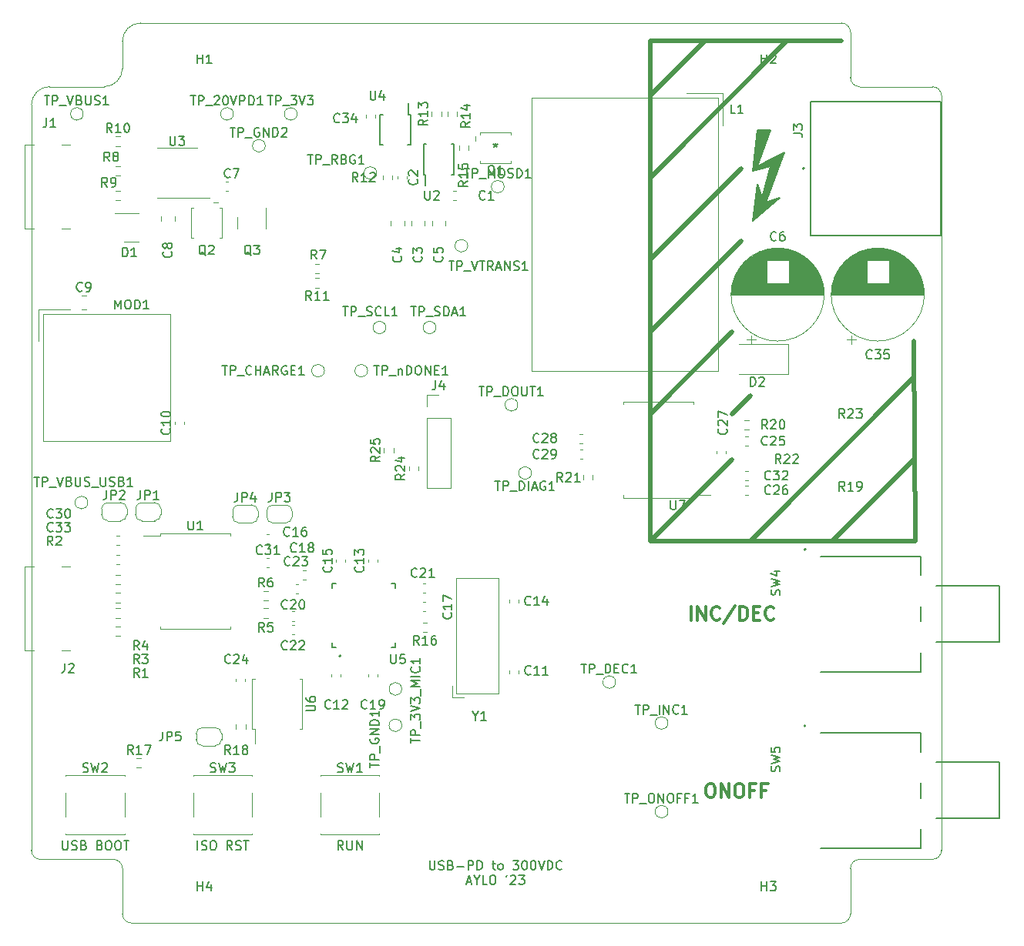
<source format=gbr>
%TF.GenerationSoftware,KiCad,Pcbnew,(6.0.4)*%
%TF.CreationDate,2023-03-28T21:24:44-04:00*%
%TF.ProjectId,PD_HV,50445f48-562e-46b6-9963-61645f706362,rev?*%
%TF.SameCoordinates,Original*%
%TF.FileFunction,Legend,Top*%
%TF.FilePolarity,Positive*%
%FSLAX46Y46*%
G04 Gerber Fmt 4.6, Leading zero omitted, Abs format (unit mm)*
G04 Created by KiCad (PCBNEW (6.0.4)) date 2023-03-28 21:24:44*
%MOMM*%
%LPD*%
G01*
G04 APERTURE LIST*
%ADD10C,0.500000*%
%ADD11C,0.300000*%
%TA.AperFunction,Profile*%
%ADD12C,0.100000*%
%TD*%
%ADD13C,0.150000*%
%ADD14C,0.120000*%
%ADD15C,0.127000*%
%ADD16C,0.200000*%
G04 APERTURE END LIST*
D10*
X171100000Y-94000000D02*
X171000000Y-72000000D01*
X142000000Y-39000000D02*
X163000000Y-39000000D01*
X162000000Y-94000000D02*
X171000000Y-85000000D01*
X153000000Y-94000000D02*
X171000000Y-76000000D01*
X142000000Y-94000000D02*
X151000000Y-85000000D01*
X151000000Y-80000000D02*
X153000000Y-78000000D01*
X142000000Y-80000000D02*
X151000000Y-71000000D01*
X142000000Y-71000000D02*
X152000000Y-61000000D01*
X142000000Y-63000000D02*
X152000000Y-53000000D01*
X142000000Y-54000000D02*
X157000000Y-39000000D01*
X142000000Y-45000000D02*
X148000000Y-39000000D01*
X142000000Y-94000000D02*
X171100000Y-94000000D01*
X142000000Y-39000000D02*
X142000000Y-94000000D01*
D11*
X148500000Y-120678571D02*
X148785714Y-120678571D01*
X148928571Y-120750000D01*
X149071428Y-120892857D01*
X149142857Y-121178571D01*
X149142857Y-121678571D01*
X149071428Y-121964285D01*
X148928571Y-122107142D01*
X148785714Y-122178571D01*
X148500000Y-122178571D01*
X148357142Y-122107142D01*
X148214285Y-121964285D01*
X148142857Y-121678571D01*
X148142857Y-121178571D01*
X148214285Y-120892857D01*
X148357142Y-120750000D01*
X148500000Y-120678571D01*
X149785714Y-122178571D02*
X149785714Y-120678571D01*
X150642857Y-122178571D01*
X150642857Y-120678571D01*
X151642857Y-120678571D02*
X151928571Y-120678571D01*
X152071428Y-120750000D01*
X152214285Y-120892857D01*
X152285714Y-121178571D01*
X152285714Y-121678571D01*
X152214285Y-121964285D01*
X152071428Y-122107142D01*
X151928571Y-122178571D01*
X151642857Y-122178571D01*
X151500000Y-122107142D01*
X151357142Y-121964285D01*
X151285714Y-121678571D01*
X151285714Y-121178571D01*
X151357142Y-120892857D01*
X151500000Y-120750000D01*
X151642857Y-120678571D01*
X153428571Y-121392857D02*
X152928571Y-121392857D01*
X152928571Y-122178571D02*
X152928571Y-120678571D01*
X153642857Y-120678571D01*
X154714285Y-121392857D02*
X154214285Y-121392857D01*
X154214285Y-122178571D02*
X154214285Y-120678571D01*
X154928571Y-120678571D01*
X146500000Y-102678571D02*
X146500000Y-101178571D01*
X147214285Y-102678571D02*
X147214285Y-101178571D01*
X148071428Y-102678571D01*
X148071428Y-101178571D01*
X149642857Y-102535714D02*
X149571428Y-102607142D01*
X149357142Y-102678571D01*
X149214285Y-102678571D01*
X149000000Y-102607142D01*
X148857142Y-102464285D01*
X148785714Y-102321428D01*
X148714285Y-102035714D01*
X148714285Y-101821428D01*
X148785714Y-101535714D01*
X148857142Y-101392857D01*
X149000000Y-101250000D01*
X149214285Y-101178571D01*
X149357142Y-101178571D01*
X149571428Y-101250000D01*
X149642857Y-101321428D01*
X151357142Y-101107142D02*
X150071428Y-103035714D01*
X151857142Y-102678571D02*
X151857142Y-101178571D01*
X152214285Y-101178571D01*
X152428571Y-101250000D01*
X152571428Y-101392857D01*
X152642857Y-101535714D01*
X152714285Y-101821428D01*
X152714285Y-102035714D01*
X152642857Y-102321428D01*
X152571428Y-102464285D01*
X152428571Y-102607142D01*
X152214285Y-102678571D01*
X151857142Y-102678571D01*
X153357142Y-101892857D02*
X153857142Y-101892857D01*
X154071428Y-102678571D02*
X153357142Y-102678571D01*
X153357142Y-101178571D01*
X154071428Y-101178571D01*
X155571428Y-102535714D02*
X155500000Y-102607142D01*
X155285714Y-102678571D01*
X155142857Y-102678571D01*
X154928571Y-102607142D01*
X154785714Y-102464285D01*
X154714285Y-102321428D01*
X154642857Y-102035714D01*
X154642857Y-101821428D01*
X154714285Y-101535714D01*
X154785714Y-101392857D01*
X154928571Y-101250000D01*
X155142857Y-101178571D01*
X155285714Y-101178571D01*
X155500000Y-101250000D01*
X155571428Y-101321428D01*
D12*
X75000000Y-129000000D02*
X83000000Y-129000000D01*
X84000000Y-135000000D02*
G75*
G03*
X85000000Y-136000000I1000000J0D01*
G01*
X165000000Y-129000000D02*
G75*
G03*
X164000000Y-130000000I0J-1000000D01*
G01*
X164000000Y-43000000D02*
X164000000Y-38000000D01*
X76000000Y-44000000D02*
G75*
G03*
X74000000Y-46000000I0J-2000000D01*
G01*
X164000000Y-135000000D02*
X164000000Y-130000000D01*
X82000000Y-44000000D02*
G75*
G03*
X84000000Y-42000000I0J2000000D01*
G01*
X84000000Y-130000000D02*
G75*
G03*
X83000000Y-129000000I-1000000J0D01*
G01*
X164000000Y-43000000D02*
G75*
G03*
X165000000Y-44000000I1000000J0D01*
G01*
X163000000Y-37000000D02*
X86000000Y-37000000D01*
X84000000Y-130000000D02*
X84000000Y-135000000D01*
X173000000Y-44000000D02*
X165000000Y-44000000D01*
X86000000Y-37000000D02*
G75*
G03*
X84000000Y-39000000I0J-2000000D01*
G01*
X163000000Y-136000000D02*
G75*
G03*
X164000000Y-135000000I0J1000000D01*
G01*
X173000000Y-129000000D02*
G75*
G03*
X174000000Y-128000000I0J1000000D01*
G01*
X174000000Y-128000000D02*
X174000000Y-45000000D01*
X84000000Y-39000000D02*
X84000000Y-42000000D01*
X85000000Y-136000000D02*
X163000000Y-136000000D01*
X82000000Y-44000000D02*
X76000000Y-44000000D01*
X74000000Y-128000000D02*
G75*
G03*
X75000000Y-129000000I1000000J0D01*
G01*
X174000000Y-45000000D02*
G75*
G03*
X173000000Y-44000000I-1000000J0D01*
G01*
X74000000Y-46000000D02*
X74000000Y-128000000D01*
X165000000Y-129000000D02*
X173000000Y-129000000D01*
X164000000Y-38000000D02*
G75*
G03*
X163000000Y-37000000I-1000000J0D01*
G01*
D13*
X108261904Y-127952380D02*
X107928571Y-127476190D01*
X107690476Y-127952380D02*
X107690476Y-126952380D01*
X108071428Y-126952380D01*
X108166666Y-127000000D01*
X108214285Y-127047619D01*
X108261904Y-127142857D01*
X108261904Y-127285714D01*
X108214285Y-127380952D01*
X108166666Y-127428571D01*
X108071428Y-127476190D01*
X107690476Y-127476190D01*
X108690476Y-126952380D02*
X108690476Y-127761904D01*
X108738095Y-127857142D01*
X108785714Y-127904761D01*
X108880952Y-127952380D01*
X109071428Y-127952380D01*
X109166666Y-127904761D01*
X109214285Y-127857142D01*
X109261904Y-127761904D01*
X109261904Y-126952380D01*
X109738095Y-127952380D02*
X109738095Y-126952380D01*
X110309523Y-127952380D01*
X110309523Y-126952380D01*
X117761904Y-129147380D02*
X117761904Y-129956904D01*
X117809523Y-130052142D01*
X117857142Y-130099761D01*
X117952380Y-130147380D01*
X118142857Y-130147380D01*
X118238095Y-130099761D01*
X118285714Y-130052142D01*
X118333333Y-129956904D01*
X118333333Y-129147380D01*
X118761904Y-130099761D02*
X118904761Y-130147380D01*
X119142857Y-130147380D01*
X119238095Y-130099761D01*
X119285714Y-130052142D01*
X119333333Y-129956904D01*
X119333333Y-129861666D01*
X119285714Y-129766428D01*
X119238095Y-129718809D01*
X119142857Y-129671190D01*
X118952380Y-129623571D01*
X118857142Y-129575952D01*
X118809523Y-129528333D01*
X118761904Y-129433095D01*
X118761904Y-129337857D01*
X118809523Y-129242619D01*
X118857142Y-129195000D01*
X118952380Y-129147380D01*
X119190476Y-129147380D01*
X119333333Y-129195000D01*
X120095238Y-129623571D02*
X120238095Y-129671190D01*
X120285714Y-129718809D01*
X120333333Y-129814047D01*
X120333333Y-129956904D01*
X120285714Y-130052142D01*
X120238095Y-130099761D01*
X120142857Y-130147380D01*
X119761904Y-130147380D01*
X119761904Y-129147380D01*
X120095238Y-129147380D01*
X120190476Y-129195000D01*
X120238095Y-129242619D01*
X120285714Y-129337857D01*
X120285714Y-129433095D01*
X120238095Y-129528333D01*
X120190476Y-129575952D01*
X120095238Y-129623571D01*
X119761904Y-129623571D01*
X120761904Y-129766428D02*
X121523809Y-129766428D01*
X122000000Y-130147380D02*
X122000000Y-129147380D01*
X122380952Y-129147380D01*
X122476190Y-129195000D01*
X122523809Y-129242619D01*
X122571428Y-129337857D01*
X122571428Y-129480714D01*
X122523809Y-129575952D01*
X122476190Y-129623571D01*
X122380952Y-129671190D01*
X122000000Y-129671190D01*
X123000000Y-130147380D02*
X123000000Y-129147380D01*
X123238095Y-129147380D01*
X123380952Y-129195000D01*
X123476190Y-129290238D01*
X123523809Y-129385476D01*
X123571428Y-129575952D01*
X123571428Y-129718809D01*
X123523809Y-129909285D01*
X123476190Y-130004523D01*
X123380952Y-130099761D01*
X123238095Y-130147380D01*
X123000000Y-130147380D01*
X124619047Y-129480714D02*
X125000000Y-129480714D01*
X124761904Y-129147380D02*
X124761904Y-130004523D01*
X124809523Y-130099761D01*
X124904761Y-130147380D01*
X125000000Y-130147380D01*
X125476190Y-130147380D02*
X125380952Y-130099761D01*
X125333333Y-130052142D01*
X125285714Y-129956904D01*
X125285714Y-129671190D01*
X125333333Y-129575952D01*
X125380952Y-129528333D01*
X125476190Y-129480714D01*
X125619047Y-129480714D01*
X125714285Y-129528333D01*
X125761904Y-129575952D01*
X125809523Y-129671190D01*
X125809523Y-129956904D01*
X125761904Y-130052142D01*
X125714285Y-130099761D01*
X125619047Y-130147380D01*
X125476190Y-130147380D01*
X126904761Y-129147380D02*
X127523809Y-129147380D01*
X127190476Y-129528333D01*
X127333333Y-129528333D01*
X127428571Y-129575952D01*
X127476190Y-129623571D01*
X127523809Y-129718809D01*
X127523809Y-129956904D01*
X127476190Y-130052142D01*
X127428571Y-130099761D01*
X127333333Y-130147380D01*
X127047619Y-130147380D01*
X126952380Y-130099761D01*
X126904761Y-130052142D01*
X128142857Y-129147380D02*
X128238095Y-129147380D01*
X128333333Y-129195000D01*
X128380952Y-129242619D01*
X128428571Y-129337857D01*
X128476190Y-129528333D01*
X128476190Y-129766428D01*
X128428571Y-129956904D01*
X128380952Y-130052142D01*
X128333333Y-130099761D01*
X128238095Y-130147380D01*
X128142857Y-130147380D01*
X128047619Y-130099761D01*
X128000000Y-130052142D01*
X127952380Y-129956904D01*
X127904761Y-129766428D01*
X127904761Y-129528333D01*
X127952380Y-129337857D01*
X128000000Y-129242619D01*
X128047619Y-129195000D01*
X128142857Y-129147380D01*
X129095238Y-129147380D02*
X129190476Y-129147380D01*
X129285714Y-129195000D01*
X129333333Y-129242619D01*
X129380952Y-129337857D01*
X129428571Y-129528333D01*
X129428571Y-129766428D01*
X129380952Y-129956904D01*
X129333333Y-130052142D01*
X129285714Y-130099761D01*
X129190476Y-130147380D01*
X129095238Y-130147380D01*
X129000000Y-130099761D01*
X128952380Y-130052142D01*
X128904761Y-129956904D01*
X128857142Y-129766428D01*
X128857142Y-129528333D01*
X128904761Y-129337857D01*
X128952380Y-129242619D01*
X129000000Y-129195000D01*
X129095238Y-129147380D01*
X129714285Y-129147380D02*
X130047619Y-130147380D01*
X130380952Y-129147380D01*
X130714285Y-130147380D02*
X130714285Y-129147380D01*
X130952380Y-129147380D01*
X131095238Y-129195000D01*
X131190476Y-129290238D01*
X131238095Y-129385476D01*
X131285714Y-129575952D01*
X131285714Y-129718809D01*
X131238095Y-129909285D01*
X131190476Y-130004523D01*
X131095238Y-130099761D01*
X130952380Y-130147380D01*
X130714285Y-130147380D01*
X132285714Y-130052142D02*
X132238095Y-130099761D01*
X132095238Y-130147380D01*
X132000000Y-130147380D01*
X131857142Y-130099761D01*
X131761904Y-130004523D01*
X131714285Y-129909285D01*
X131666666Y-129718809D01*
X131666666Y-129575952D01*
X131714285Y-129385476D01*
X131761904Y-129290238D01*
X131857142Y-129195000D01*
X132000000Y-129147380D01*
X132095238Y-129147380D01*
X132238095Y-129195000D01*
X132285714Y-129242619D01*
X121833333Y-131471666D02*
X122309523Y-131471666D01*
X121738095Y-131757380D02*
X122071428Y-130757380D01*
X122404761Y-131757380D01*
X122928571Y-131281190D02*
X122928571Y-131757380D01*
X122595238Y-130757380D02*
X122928571Y-131281190D01*
X123261904Y-130757380D01*
X124071428Y-131757380D02*
X123595238Y-131757380D01*
X123595238Y-130757380D01*
X124595238Y-130757380D02*
X124785714Y-130757380D01*
X124880952Y-130805000D01*
X124976190Y-130900238D01*
X125023809Y-131090714D01*
X125023809Y-131424047D01*
X124976190Y-131614523D01*
X124880952Y-131709761D01*
X124785714Y-131757380D01*
X124595238Y-131757380D01*
X124500000Y-131709761D01*
X124404761Y-131614523D01*
X124357142Y-131424047D01*
X124357142Y-131090714D01*
X124404761Y-130900238D01*
X124500000Y-130805000D01*
X124595238Y-130757380D01*
X126261904Y-130757380D02*
X126166666Y-130947857D01*
X126642857Y-130852619D02*
X126690476Y-130805000D01*
X126785714Y-130757380D01*
X127023809Y-130757380D01*
X127119047Y-130805000D01*
X127166666Y-130852619D01*
X127214285Y-130947857D01*
X127214285Y-131043095D01*
X127166666Y-131185952D01*
X126595238Y-131757380D01*
X127214285Y-131757380D01*
X127547619Y-130757380D02*
X128166666Y-130757380D01*
X127833333Y-131138333D01*
X127976190Y-131138333D01*
X128071428Y-131185952D01*
X128119047Y-131233571D01*
X128166666Y-131328809D01*
X128166666Y-131566904D01*
X128119047Y-131662142D01*
X128071428Y-131709761D01*
X127976190Y-131757380D01*
X127690476Y-131757380D01*
X127595238Y-131709761D01*
X127547619Y-131662142D01*
X77428571Y-126952380D02*
X77428571Y-127761904D01*
X77476190Y-127857142D01*
X77523809Y-127904761D01*
X77619047Y-127952380D01*
X77809523Y-127952380D01*
X77904761Y-127904761D01*
X77952380Y-127857142D01*
X78000000Y-127761904D01*
X78000000Y-126952380D01*
X78428571Y-127904761D02*
X78571428Y-127952380D01*
X78809523Y-127952380D01*
X78904761Y-127904761D01*
X78952380Y-127857142D01*
X79000000Y-127761904D01*
X79000000Y-127666666D01*
X78952380Y-127571428D01*
X78904761Y-127523809D01*
X78809523Y-127476190D01*
X78619047Y-127428571D01*
X78523809Y-127380952D01*
X78476190Y-127333333D01*
X78428571Y-127238095D01*
X78428571Y-127142857D01*
X78476190Y-127047619D01*
X78523809Y-127000000D01*
X78619047Y-126952380D01*
X78857142Y-126952380D01*
X79000000Y-127000000D01*
X79761904Y-127428571D02*
X79904761Y-127476190D01*
X79952380Y-127523809D01*
X80000000Y-127619047D01*
X80000000Y-127761904D01*
X79952380Y-127857142D01*
X79904761Y-127904761D01*
X79809523Y-127952380D01*
X79428571Y-127952380D01*
X79428571Y-126952380D01*
X79761904Y-126952380D01*
X79857142Y-127000000D01*
X79904761Y-127047619D01*
X79952380Y-127142857D01*
X79952380Y-127238095D01*
X79904761Y-127333333D01*
X79857142Y-127380952D01*
X79761904Y-127428571D01*
X79428571Y-127428571D01*
X81523809Y-127428571D02*
X81666666Y-127476190D01*
X81714285Y-127523809D01*
X81761904Y-127619047D01*
X81761904Y-127761904D01*
X81714285Y-127857142D01*
X81666666Y-127904761D01*
X81571428Y-127952380D01*
X81190476Y-127952380D01*
X81190476Y-126952380D01*
X81523809Y-126952380D01*
X81619047Y-127000000D01*
X81666666Y-127047619D01*
X81714285Y-127142857D01*
X81714285Y-127238095D01*
X81666666Y-127333333D01*
X81619047Y-127380952D01*
X81523809Y-127428571D01*
X81190476Y-127428571D01*
X82380952Y-126952380D02*
X82571428Y-126952380D01*
X82666666Y-127000000D01*
X82761904Y-127095238D01*
X82809523Y-127285714D01*
X82809523Y-127619047D01*
X82761904Y-127809523D01*
X82666666Y-127904761D01*
X82571428Y-127952380D01*
X82380952Y-127952380D01*
X82285714Y-127904761D01*
X82190476Y-127809523D01*
X82142857Y-127619047D01*
X82142857Y-127285714D01*
X82190476Y-127095238D01*
X82285714Y-127000000D01*
X82380952Y-126952380D01*
X83428571Y-126952380D02*
X83619047Y-126952380D01*
X83714285Y-127000000D01*
X83809523Y-127095238D01*
X83857142Y-127285714D01*
X83857142Y-127619047D01*
X83809523Y-127809523D01*
X83714285Y-127904761D01*
X83619047Y-127952380D01*
X83428571Y-127952380D01*
X83333333Y-127904761D01*
X83238095Y-127809523D01*
X83190476Y-127619047D01*
X83190476Y-127285714D01*
X83238095Y-127095238D01*
X83333333Y-127000000D01*
X83428571Y-126952380D01*
X84142857Y-126952380D02*
X84714285Y-126952380D01*
X84428571Y-127952380D02*
X84428571Y-126952380D01*
X92261904Y-127952380D02*
X92261904Y-126952380D01*
X92690476Y-127904761D02*
X92833333Y-127952380D01*
X93071428Y-127952380D01*
X93166666Y-127904761D01*
X93214285Y-127857142D01*
X93261904Y-127761904D01*
X93261904Y-127666666D01*
X93214285Y-127571428D01*
X93166666Y-127523809D01*
X93071428Y-127476190D01*
X92880952Y-127428571D01*
X92785714Y-127380952D01*
X92738095Y-127333333D01*
X92690476Y-127238095D01*
X92690476Y-127142857D01*
X92738095Y-127047619D01*
X92785714Y-127000000D01*
X92880952Y-126952380D01*
X93119047Y-126952380D01*
X93261904Y-127000000D01*
X93880952Y-126952380D02*
X94071428Y-126952380D01*
X94166666Y-127000000D01*
X94261904Y-127095238D01*
X94309523Y-127285714D01*
X94309523Y-127619047D01*
X94261904Y-127809523D01*
X94166666Y-127904761D01*
X94071428Y-127952380D01*
X93880952Y-127952380D01*
X93785714Y-127904761D01*
X93690476Y-127809523D01*
X93642857Y-127619047D01*
X93642857Y-127285714D01*
X93690476Y-127095238D01*
X93785714Y-127000000D01*
X93880952Y-126952380D01*
X96071428Y-127952380D02*
X95738095Y-127476190D01*
X95500000Y-127952380D02*
X95500000Y-126952380D01*
X95880952Y-126952380D01*
X95976190Y-127000000D01*
X96023809Y-127047619D01*
X96071428Y-127142857D01*
X96071428Y-127285714D01*
X96023809Y-127380952D01*
X95976190Y-127428571D01*
X95880952Y-127476190D01*
X95500000Y-127476190D01*
X96452380Y-127904761D02*
X96595238Y-127952380D01*
X96833333Y-127952380D01*
X96928571Y-127904761D01*
X96976190Y-127857142D01*
X97023809Y-127761904D01*
X97023809Y-127666666D01*
X96976190Y-127571428D01*
X96928571Y-127523809D01*
X96833333Y-127476190D01*
X96642857Y-127428571D01*
X96547619Y-127380952D01*
X96500000Y-127333333D01*
X96452380Y-127238095D01*
X96452380Y-127142857D01*
X96500000Y-127047619D01*
X96547619Y-127000000D01*
X96642857Y-126952380D01*
X96880952Y-126952380D01*
X97023809Y-127000000D01*
X97309523Y-126952380D02*
X97880952Y-126952380D01*
X97595238Y-127952380D02*
X97595238Y-126952380D01*
%TO.C,R25*%
X112272380Y-84642857D02*
X111796190Y-84976190D01*
X112272380Y-85214285D02*
X111272380Y-85214285D01*
X111272380Y-84833333D01*
X111320000Y-84738095D01*
X111367619Y-84690476D01*
X111462857Y-84642857D01*
X111605714Y-84642857D01*
X111700952Y-84690476D01*
X111748571Y-84738095D01*
X111796190Y-84833333D01*
X111796190Y-85214285D01*
X111367619Y-84261904D02*
X111320000Y-84214285D01*
X111272380Y-84119047D01*
X111272380Y-83880952D01*
X111320000Y-83785714D01*
X111367619Y-83738095D01*
X111462857Y-83690476D01*
X111558095Y-83690476D01*
X111700952Y-83738095D01*
X112272380Y-84309523D01*
X112272380Y-83690476D01*
X111272380Y-82785714D02*
X111272380Y-83261904D01*
X111748571Y-83309523D01*
X111700952Y-83261904D01*
X111653333Y-83166666D01*
X111653333Y-82928571D01*
X111700952Y-82833333D01*
X111748571Y-82785714D01*
X111843809Y-82738095D01*
X112081904Y-82738095D01*
X112177142Y-82785714D01*
X112224761Y-82833333D01*
X112272380Y-82928571D01*
X112272380Y-83166666D01*
X112224761Y-83261904D01*
X112177142Y-83309523D01*
%TO.C,R24*%
X115022380Y-86642857D02*
X114546190Y-86976190D01*
X115022380Y-87214285D02*
X114022380Y-87214285D01*
X114022380Y-86833333D01*
X114070000Y-86738095D01*
X114117619Y-86690476D01*
X114212857Y-86642857D01*
X114355714Y-86642857D01*
X114450952Y-86690476D01*
X114498571Y-86738095D01*
X114546190Y-86833333D01*
X114546190Y-87214285D01*
X114117619Y-86261904D02*
X114070000Y-86214285D01*
X114022380Y-86119047D01*
X114022380Y-85880952D01*
X114070000Y-85785714D01*
X114117619Y-85738095D01*
X114212857Y-85690476D01*
X114308095Y-85690476D01*
X114450952Y-85738095D01*
X115022380Y-86309523D01*
X115022380Y-85690476D01*
X114355714Y-84833333D02*
X115022380Y-84833333D01*
X113974761Y-85071428D02*
X114689047Y-85309523D01*
X114689047Y-84690476D01*
%TO.C,TP_VTRANS1*%
X119869047Y-63202380D02*
X120440476Y-63202380D01*
X120154761Y-64202380D02*
X120154761Y-63202380D01*
X120773809Y-64202380D02*
X120773809Y-63202380D01*
X121154761Y-63202380D01*
X121250000Y-63250000D01*
X121297619Y-63297619D01*
X121345238Y-63392857D01*
X121345238Y-63535714D01*
X121297619Y-63630952D01*
X121250000Y-63678571D01*
X121154761Y-63726190D01*
X120773809Y-63726190D01*
X121535714Y-64297619D02*
X122297619Y-64297619D01*
X122392857Y-63202380D02*
X122726190Y-64202380D01*
X123059523Y-63202380D01*
X123250000Y-63202380D02*
X123821428Y-63202380D01*
X123535714Y-64202380D02*
X123535714Y-63202380D01*
X124726190Y-64202380D02*
X124392857Y-63726190D01*
X124154761Y-64202380D02*
X124154761Y-63202380D01*
X124535714Y-63202380D01*
X124630952Y-63250000D01*
X124678571Y-63297619D01*
X124726190Y-63392857D01*
X124726190Y-63535714D01*
X124678571Y-63630952D01*
X124630952Y-63678571D01*
X124535714Y-63726190D01*
X124154761Y-63726190D01*
X125107142Y-63916666D02*
X125583333Y-63916666D01*
X125011904Y-64202380D02*
X125345238Y-63202380D01*
X125678571Y-64202380D01*
X126011904Y-64202380D02*
X126011904Y-63202380D01*
X126583333Y-64202380D01*
X126583333Y-63202380D01*
X127011904Y-64154761D02*
X127154761Y-64202380D01*
X127392857Y-64202380D01*
X127488095Y-64154761D01*
X127535714Y-64107142D01*
X127583333Y-64011904D01*
X127583333Y-63916666D01*
X127535714Y-63821428D01*
X127488095Y-63773809D01*
X127392857Y-63726190D01*
X127202380Y-63678571D01*
X127107142Y-63630952D01*
X127059523Y-63583333D01*
X127011904Y-63488095D01*
X127011904Y-63392857D01*
X127059523Y-63297619D01*
X127107142Y-63250000D01*
X127202380Y-63202380D01*
X127440476Y-63202380D01*
X127583333Y-63250000D01*
X128535714Y-64202380D02*
X127964285Y-64202380D01*
X128250000Y-64202380D02*
X128250000Y-63202380D01*
X128154761Y-63345238D01*
X128059523Y-63440476D01*
X127964285Y-63488095D01*
%TO.C,TP_VBUS_USB1*%
X74297619Y-86952380D02*
X74869047Y-86952380D01*
X74583333Y-87952380D02*
X74583333Y-86952380D01*
X75202380Y-87952380D02*
X75202380Y-86952380D01*
X75583333Y-86952380D01*
X75678571Y-87000000D01*
X75726190Y-87047619D01*
X75773809Y-87142857D01*
X75773809Y-87285714D01*
X75726190Y-87380952D01*
X75678571Y-87428571D01*
X75583333Y-87476190D01*
X75202380Y-87476190D01*
X75964285Y-88047619D02*
X76726190Y-88047619D01*
X76821428Y-86952380D02*
X77154761Y-87952380D01*
X77488095Y-86952380D01*
X78154761Y-87428571D02*
X78297619Y-87476190D01*
X78345238Y-87523809D01*
X78392857Y-87619047D01*
X78392857Y-87761904D01*
X78345238Y-87857142D01*
X78297619Y-87904761D01*
X78202380Y-87952380D01*
X77821428Y-87952380D01*
X77821428Y-86952380D01*
X78154761Y-86952380D01*
X78250000Y-87000000D01*
X78297619Y-87047619D01*
X78345238Y-87142857D01*
X78345238Y-87238095D01*
X78297619Y-87333333D01*
X78250000Y-87380952D01*
X78154761Y-87428571D01*
X77821428Y-87428571D01*
X78821428Y-86952380D02*
X78821428Y-87761904D01*
X78869047Y-87857142D01*
X78916666Y-87904761D01*
X79011904Y-87952380D01*
X79202380Y-87952380D01*
X79297619Y-87904761D01*
X79345238Y-87857142D01*
X79392857Y-87761904D01*
X79392857Y-86952380D01*
X79821428Y-87904761D02*
X79964285Y-87952380D01*
X80202380Y-87952380D01*
X80297619Y-87904761D01*
X80345238Y-87857142D01*
X80392857Y-87761904D01*
X80392857Y-87666666D01*
X80345238Y-87571428D01*
X80297619Y-87523809D01*
X80202380Y-87476190D01*
X80011904Y-87428571D01*
X79916666Y-87380952D01*
X79869047Y-87333333D01*
X79821428Y-87238095D01*
X79821428Y-87142857D01*
X79869047Y-87047619D01*
X79916666Y-87000000D01*
X80011904Y-86952380D01*
X80250000Y-86952380D01*
X80392857Y-87000000D01*
X80583333Y-88047619D02*
X81345238Y-88047619D01*
X81583333Y-86952380D02*
X81583333Y-87761904D01*
X81630952Y-87857142D01*
X81678571Y-87904761D01*
X81773809Y-87952380D01*
X81964285Y-87952380D01*
X82059523Y-87904761D01*
X82107142Y-87857142D01*
X82154761Y-87761904D01*
X82154761Y-86952380D01*
X82583333Y-87904761D02*
X82726190Y-87952380D01*
X82964285Y-87952380D01*
X83059523Y-87904761D01*
X83107142Y-87857142D01*
X83154761Y-87761904D01*
X83154761Y-87666666D01*
X83107142Y-87571428D01*
X83059523Y-87523809D01*
X82964285Y-87476190D01*
X82773809Y-87428571D01*
X82678571Y-87380952D01*
X82630952Y-87333333D01*
X82583333Y-87238095D01*
X82583333Y-87142857D01*
X82630952Y-87047619D01*
X82678571Y-87000000D01*
X82773809Y-86952380D01*
X83011904Y-86952380D01*
X83154761Y-87000000D01*
X83916666Y-87428571D02*
X84059523Y-87476190D01*
X84107142Y-87523809D01*
X84154761Y-87619047D01*
X84154761Y-87761904D01*
X84107142Y-87857142D01*
X84059523Y-87904761D01*
X83964285Y-87952380D01*
X83583333Y-87952380D01*
X83583333Y-86952380D01*
X83916666Y-86952380D01*
X84011904Y-87000000D01*
X84059523Y-87047619D01*
X84107142Y-87142857D01*
X84107142Y-87238095D01*
X84059523Y-87333333D01*
X84011904Y-87380952D01*
X83916666Y-87428571D01*
X83583333Y-87428571D01*
X85107142Y-87952380D02*
X84535714Y-87952380D01*
X84821428Y-87952380D02*
X84821428Y-86952380D01*
X84726190Y-87095238D01*
X84630952Y-87190476D01*
X84535714Y-87238095D01*
%TO.C,TP_VBUS1*%
X75428571Y-45004380D02*
X76000000Y-45004380D01*
X75714285Y-46004380D02*
X75714285Y-45004380D01*
X76333333Y-46004380D02*
X76333333Y-45004380D01*
X76714285Y-45004380D01*
X76809523Y-45052000D01*
X76857142Y-45099619D01*
X76904761Y-45194857D01*
X76904761Y-45337714D01*
X76857142Y-45432952D01*
X76809523Y-45480571D01*
X76714285Y-45528190D01*
X76333333Y-45528190D01*
X77095238Y-46099619D02*
X77857142Y-46099619D01*
X77952380Y-45004380D02*
X78285714Y-46004380D01*
X78619047Y-45004380D01*
X79285714Y-45480571D02*
X79428571Y-45528190D01*
X79476190Y-45575809D01*
X79523809Y-45671047D01*
X79523809Y-45813904D01*
X79476190Y-45909142D01*
X79428571Y-45956761D01*
X79333333Y-46004380D01*
X78952380Y-46004380D01*
X78952380Y-45004380D01*
X79285714Y-45004380D01*
X79380952Y-45052000D01*
X79428571Y-45099619D01*
X79476190Y-45194857D01*
X79476190Y-45290095D01*
X79428571Y-45385333D01*
X79380952Y-45432952D01*
X79285714Y-45480571D01*
X78952380Y-45480571D01*
X79952380Y-45004380D02*
X79952380Y-45813904D01*
X80000000Y-45909142D01*
X80047619Y-45956761D01*
X80142857Y-46004380D01*
X80333333Y-46004380D01*
X80428571Y-45956761D01*
X80476190Y-45909142D01*
X80523809Y-45813904D01*
X80523809Y-45004380D01*
X80952380Y-45956761D02*
X81095238Y-46004380D01*
X81333333Y-46004380D01*
X81428571Y-45956761D01*
X81476190Y-45909142D01*
X81523809Y-45813904D01*
X81523809Y-45718666D01*
X81476190Y-45623428D01*
X81428571Y-45575809D01*
X81333333Y-45528190D01*
X81142857Y-45480571D01*
X81047619Y-45432952D01*
X81000000Y-45385333D01*
X80952380Y-45290095D01*
X80952380Y-45194857D01*
X81000000Y-45099619D01*
X81047619Y-45052000D01*
X81142857Y-45004380D01*
X81380952Y-45004380D01*
X81523809Y-45052000D01*
X82476190Y-46004380D02*
X81904761Y-46004380D01*
X82190476Y-46004380D02*
X82190476Y-45004380D01*
X82095238Y-45147238D01*
X82000000Y-45242476D01*
X81904761Y-45290095D01*
%TO.C,TP_SDA1*%
X115702380Y-68202380D02*
X116273809Y-68202380D01*
X115988095Y-69202380D02*
X115988095Y-68202380D01*
X116607142Y-69202380D02*
X116607142Y-68202380D01*
X116988095Y-68202380D01*
X117083333Y-68250000D01*
X117130952Y-68297619D01*
X117178571Y-68392857D01*
X117178571Y-68535714D01*
X117130952Y-68630952D01*
X117083333Y-68678571D01*
X116988095Y-68726190D01*
X116607142Y-68726190D01*
X117369047Y-69297619D02*
X118130952Y-69297619D01*
X118321428Y-69154761D02*
X118464285Y-69202380D01*
X118702380Y-69202380D01*
X118797619Y-69154761D01*
X118845238Y-69107142D01*
X118892857Y-69011904D01*
X118892857Y-68916666D01*
X118845238Y-68821428D01*
X118797619Y-68773809D01*
X118702380Y-68726190D01*
X118511904Y-68678571D01*
X118416666Y-68630952D01*
X118369047Y-68583333D01*
X118321428Y-68488095D01*
X118321428Y-68392857D01*
X118369047Y-68297619D01*
X118416666Y-68250000D01*
X118511904Y-68202380D01*
X118750000Y-68202380D01*
X118892857Y-68250000D01*
X119321428Y-69202380D02*
X119321428Y-68202380D01*
X119559523Y-68202380D01*
X119702380Y-68250000D01*
X119797619Y-68345238D01*
X119845238Y-68440476D01*
X119892857Y-68630952D01*
X119892857Y-68773809D01*
X119845238Y-68964285D01*
X119797619Y-69059523D01*
X119702380Y-69154761D01*
X119559523Y-69202380D01*
X119321428Y-69202380D01*
X120273809Y-68916666D02*
X120750000Y-68916666D01*
X120178571Y-69202380D02*
X120511904Y-68202380D01*
X120845238Y-69202380D01*
X121702380Y-69202380D02*
X121130952Y-69202380D01*
X121416666Y-69202380D02*
X121416666Y-68202380D01*
X121321428Y-68345238D01*
X121226190Y-68440476D01*
X121130952Y-68488095D01*
%TO.C,TP_SCL1*%
X108226190Y-68202380D02*
X108797619Y-68202380D01*
X108511904Y-69202380D02*
X108511904Y-68202380D01*
X109130952Y-69202380D02*
X109130952Y-68202380D01*
X109511904Y-68202380D01*
X109607142Y-68250000D01*
X109654761Y-68297619D01*
X109702380Y-68392857D01*
X109702380Y-68535714D01*
X109654761Y-68630952D01*
X109607142Y-68678571D01*
X109511904Y-68726190D01*
X109130952Y-68726190D01*
X109892857Y-69297619D02*
X110654761Y-69297619D01*
X110845238Y-69154761D02*
X110988095Y-69202380D01*
X111226190Y-69202380D01*
X111321428Y-69154761D01*
X111369047Y-69107142D01*
X111416666Y-69011904D01*
X111416666Y-68916666D01*
X111369047Y-68821428D01*
X111321428Y-68773809D01*
X111226190Y-68726190D01*
X111035714Y-68678571D01*
X110940476Y-68630952D01*
X110892857Y-68583333D01*
X110845238Y-68488095D01*
X110845238Y-68392857D01*
X110892857Y-68297619D01*
X110940476Y-68250000D01*
X111035714Y-68202380D01*
X111273809Y-68202380D01*
X111416666Y-68250000D01*
X112416666Y-69107142D02*
X112369047Y-69154761D01*
X112226190Y-69202380D01*
X112130952Y-69202380D01*
X111988095Y-69154761D01*
X111892857Y-69059523D01*
X111845238Y-68964285D01*
X111797619Y-68773809D01*
X111797619Y-68630952D01*
X111845238Y-68440476D01*
X111892857Y-68345238D01*
X111988095Y-68250000D01*
X112130952Y-68202380D01*
X112226190Y-68202380D01*
X112369047Y-68250000D01*
X112416666Y-68297619D01*
X113321428Y-69202380D02*
X112845238Y-69202380D01*
X112845238Y-68202380D01*
X114178571Y-69202380D02*
X113607142Y-69202380D01*
X113892857Y-69202380D02*
X113892857Y-68202380D01*
X113797619Y-68345238D01*
X113702380Y-68440476D01*
X113607142Y-68488095D01*
%TO.C,TP_RBG1*%
X104357142Y-51504380D02*
X104928571Y-51504380D01*
X104642857Y-52504380D02*
X104642857Y-51504380D01*
X105261904Y-52504380D02*
X105261904Y-51504380D01*
X105642857Y-51504380D01*
X105738095Y-51552000D01*
X105785714Y-51599619D01*
X105833333Y-51694857D01*
X105833333Y-51837714D01*
X105785714Y-51932952D01*
X105738095Y-51980571D01*
X105642857Y-52028190D01*
X105261904Y-52028190D01*
X106023809Y-52599619D02*
X106785714Y-52599619D01*
X107595238Y-52504380D02*
X107261904Y-52028190D01*
X107023809Y-52504380D02*
X107023809Y-51504380D01*
X107404761Y-51504380D01*
X107500000Y-51552000D01*
X107547619Y-51599619D01*
X107595238Y-51694857D01*
X107595238Y-51837714D01*
X107547619Y-51932952D01*
X107500000Y-51980571D01*
X107404761Y-52028190D01*
X107023809Y-52028190D01*
X108357142Y-51980571D02*
X108500000Y-52028190D01*
X108547619Y-52075809D01*
X108595238Y-52171047D01*
X108595238Y-52313904D01*
X108547619Y-52409142D01*
X108500000Y-52456761D01*
X108404761Y-52504380D01*
X108023809Y-52504380D01*
X108023809Y-51504380D01*
X108357142Y-51504380D01*
X108452380Y-51552000D01*
X108500000Y-51599619D01*
X108547619Y-51694857D01*
X108547619Y-51790095D01*
X108500000Y-51885333D01*
X108452380Y-51932952D01*
X108357142Y-51980571D01*
X108023809Y-51980571D01*
X109547619Y-51552000D02*
X109452380Y-51504380D01*
X109309523Y-51504380D01*
X109166666Y-51552000D01*
X109071428Y-51647238D01*
X109023809Y-51742476D01*
X108976190Y-51932952D01*
X108976190Y-52075809D01*
X109023809Y-52266285D01*
X109071428Y-52361523D01*
X109166666Y-52456761D01*
X109309523Y-52504380D01*
X109404761Y-52504380D01*
X109547619Y-52456761D01*
X109595238Y-52409142D01*
X109595238Y-52075809D01*
X109404761Y-52075809D01*
X110547619Y-52504380D02*
X109976190Y-52504380D01*
X110261904Y-52504380D02*
X110261904Y-51504380D01*
X110166666Y-51647238D01*
X110071428Y-51742476D01*
X109976190Y-51790095D01*
%TO.C,TP_ONOFF1*%
X139178571Y-121754380D02*
X139750000Y-121754380D01*
X139464285Y-122754380D02*
X139464285Y-121754380D01*
X140083333Y-122754380D02*
X140083333Y-121754380D01*
X140464285Y-121754380D01*
X140559523Y-121802000D01*
X140607142Y-121849619D01*
X140654761Y-121944857D01*
X140654761Y-122087714D01*
X140607142Y-122182952D01*
X140559523Y-122230571D01*
X140464285Y-122278190D01*
X140083333Y-122278190D01*
X140845238Y-122849619D02*
X141607142Y-122849619D01*
X142035714Y-121754380D02*
X142226190Y-121754380D01*
X142321428Y-121802000D01*
X142416666Y-121897238D01*
X142464285Y-122087714D01*
X142464285Y-122421047D01*
X142416666Y-122611523D01*
X142321428Y-122706761D01*
X142226190Y-122754380D01*
X142035714Y-122754380D01*
X141940476Y-122706761D01*
X141845238Y-122611523D01*
X141797619Y-122421047D01*
X141797619Y-122087714D01*
X141845238Y-121897238D01*
X141940476Y-121802000D01*
X142035714Y-121754380D01*
X142892857Y-122754380D02*
X142892857Y-121754380D01*
X143464285Y-122754380D01*
X143464285Y-121754380D01*
X144130952Y-121754380D02*
X144321428Y-121754380D01*
X144416666Y-121802000D01*
X144511904Y-121897238D01*
X144559523Y-122087714D01*
X144559523Y-122421047D01*
X144511904Y-122611523D01*
X144416666Y-122706761D01*
X144321428Y-122754380D01*
X144130952Y-122754380D01*
X144035714Y-122706761D01*
X143940476Y-122611523D01*
X143892857Y-122421047D01*
X143892857Y-122087714D01*
X143940476Y-121897238D01*
X144035714Y-121802000D01*
X144130952Y-121754380D01*
X145321428Y-122230571D02*
X144988095Y-122230571D01*
X144988095Y-122754380D02*
X144988095Y-121754380D01*
X145464285Y-121754380D01*
X146178571Y-122230571D02*
X145845238Y-122230571D01*
X145845238Y-122754380D02*
X145845238Y-121754380D01*
X146321428Y-121754380D01*
X147226190Y-122754380D02*
X146654761Y-122754380D01*
X146940476Y-122754380D02*
X146940476Y-121754380D01*
X146845238Y-121897238D01*
X146750000Y-121992476D01*
X146654761Y-122040095D01*
%TO.C,TP_nDONE1*%
X111654761Y-74702380D02*
X112226190Y-74702380D01*
X111940476Y-75702380D02*
X111940476Y-74702380D01*
X112559523Y-75702380D02*
X112559523Y-74702380D01*
X112940476Y-74702380D01*
X113035714Y-74750000D01*
X113083333Y-74797619D01*
X113130952Y-74892857D01*
X113130952Y-75035714D01*
X113083333Y-75130952D01*
X113035714Y-75178571D01*
X112940476Y-75226190D01*
X112559523Y-75226190D01*
X113321428Y-75797619D02*
X114083333Y-75797619D01*
X114321428Y-75035714D02*
X114321428Y-75702380D01*
X114321428Y-75130952D02*
X114369047Y-75083333D01*
X114464285Y-75035714D01*
X114607142Y-75035714D01*
X114702380Y-75083333D01*
X114750000Y-75178571D01*
X114750000Y-75702380D01*
X115226190Y-75702380D02*
X115226190Y-74702380D01*
X115464285Y-74702380D01*
X115607142Y-74750000D01*
X115702380Y-74845238D01*
X115750000Y-74940476D01*
X115797619Y-75130952D01*
X115797619Y-75273809D01*
X115750000Y-75464285D01*
X115702380Y-75559523D01*
X115607142Y-75654761D01*
X115464285Y-75702380D01*
X115226190Y-75702380D01*
X116416666Y-74702380D02*
X116607142Y-74702380D01*
X116702380Y-74750000D01*
X116797619Y-74845238D01*
X116845238Y-75035714D01*
X116845238Y-75369047D01*
X116797619Y-75559523D01*
X116702380Y-75654761D01*
X116607142Y-75702380D01*
X116416666Y-75702380D01*
X116321428Y-75654761D01*
X116226190Y-75559523D01*
X116178571Y-75369047D01*
X116178571Y-75035714D01*
X116226190Y-74845238D01*
X116321428Y-74750000D01*
X116416666Y-74702380D01*
X117273809Y-75702380D02*
X117273809Y-74702380D01*
X117845238Y-75702380D01*
X117845238Y-74702380D01*
X118321428Y-75178571D02*
X118654761Y-75178571D01*
X118797619Y-75702380D02*
X118321428Y-75702380D01*
X118321428Y-74702380D01*
X118797619Y-74702380D01*
X119750000Y-75702380D02*
X119178571Y-75702380D01*
X119464285Y-75702380D02*
X119464285Y-74702380D01*
X119369047Y-74845238D01*
X119273809Y-74940476D01*
X119178571Y-74988095D01*
%TO.C,TP_MOSD1*%
X121535714Y-53004380D02*
X122107142Y-53004380D01*
X121821428Y-54004380D02*
X121821428Y-53004380D01*
X122440476Y-54004380D02*
X122440476Y-53004380D01*
X122821428Y-53004380D01*
X122916666Y-53052000D01*
X122964285Y-53099619D01*
X123011904Y-53194857D01*
X123011904Y-53337714D01*
X122964285Y-53432952D01*
X122916666Y-53480571D01*
X122821428Y-53528190D01*
X122440476Y-53528190D01*
X123202380Y-54099619D02*
X123964285Y-54099619D01*
X124202380Y-54004380D02*
X124202380Y-53004380D01*
X124535714Y-53718666D01*
X124869047Y-53004380D01*
X124869047Y-54004380D01*
X125535714Y-53004380D02*
X125726190Y-53004380D01*
X125821428Y-53052000D01*
X125916666Y-53147238D01*
X125964285Y-53337714D01*
X125964285Y-53671047D01*
X125916666Y-53861523D01*
X125821428Y-53956761D01*
X125726190Y-54004380D01*
X125535714Y-54004380D01*
X125440476Y-53956761D01*
X125345238Y-53861523D01*
X125297619Y-53671047D01*
X125297619Y-53337714D01*
X125345238Y-53147238D01*
X125440476Y-53052000D01*
X125535714Y-53004380D01*
X126345238Y-53956761D02*
X126488095Y-54004380D01*
X126726190Y-54004380D01*
X126821428Y-53956761D01*
X126869047Y-53909142D01*
X126916666Y-53813904D01*
X126916666Y-53718666D01*
X126869047Y-53623428D01*
X126821428Y-53575809D01*
X126726190Y-53528190D01*
X126535714Y-53480571D01*
X126440476Y-53432952D01*
X126392857Y-53385333D01*
X126345238Y-53290095D01*
X126345238Y-53194857D01*
X126392857Y-53099619D01*
X126440476Y-53052000D01*
X126535714Y-53004380D01*
X126773809Y-53004380D01*
X126916666Y-53052000D01*
X127345238Y-54004380D02*
X127345238Y-53004380D01*
X127583333Y-53004380D01*
X127726190Y-53052000D01*
X127821428Y-53147238D01*
X127869047Y-53242476D01*
X127916666Y-53432952D01*
X127916666Y-53575809D01*
X127869047Y-53766285D01*
X127821428Y-53861523D01*
X127726190Y-53956761D01*
X127583333Y-54004380D01*
X127345238Y-54004380D01*
X128869047Y-54004380D02*
X128297619Y-54004380D01*
X128583333Y-54004380D02*
X128583333Y-53004380D01*
X128488095Y-53147238D01*
X128392857Y-53242476D01*
X128297619Y-53290095D01*
%TO.C,TP_INC1*%
X140345238Y-112004380D02*
X140916666Y-112004380D01*
X140630952Y-113004380D02*
X140630952Y-112004380D01*
X141250000Y-113004380D02*
X141250000Y-112004380D01*
X141630952Y-112004380D01*
X141726190Y-112052000D01*
X141773809Y-112099619D01*
X141821428Y-112194857D01*
X141821428Y-112337714D01*
X141773809Y-112432952D01*
X141726190Y-112480571D01*
X141630952Y-112528190D01*
X141250000Y-112528190D01*
X142011904Y-113099619D02*
X142773809Y-113099619D01*
X143011904Y-113004380D02*
X143011904Y-112004380D01*
X143488095Y-113004380D02*
X143488095Y-112004380D01*
X144059523Y-113004380D01*
X144059523Y-112004380D01*
X145107142Y-112909142D02*
X145059523Y-112956761D01*
X144916666Y-113004380D01*
X144821428Y-113004380D01*
X144678571Y-112956761D01*
X144583333Y-112861523D01*
X144535714Y-112766285D01*
X144488095Y-112575809D01*
X144488095Y-112432952D01*
X144535714Y-112242476D01*
X144583333Y-112147238D01*
X144678571Y-112052000D01*
X144821428Y-112004380D01*
X144916666Y-112004380D01*
X145059523Y-112052000D01*
X145107142Y-112099619D01*
X146059523Y-113004380D02*
X145488095Y-113004380D01*
X145773809Y-113004380D02*
X145773809Y-112004380D01*
X145678571Y-112147238D01*
X145583333Y-112242476D01*
X145488095Y-112290095D01*
%TO.C,TP_GND2*%
X95833333Y-48504380D02*
X96404761Y-48504380D01*
X96119047Y-49504380D02*
X96119047Y-48504380D01*
X96738095Y-49504380D02*
X96738095Y-48504380D01*
X97119047Y-48504380D01*
X97214285Y-48552000D01*
X97261904Y-48599619D01*
X97309523Y-48694857D01*
X97309523Y-48837714D01*
X97261904Y-48932952D01*
X97214285Y-48980571D01*
X97119047Y-49028190D01*
X96738095Y-49028190D01*
X97500000Y-49599619D02*
X98261904Y-49599619D01*
X99023809Y-48552000D02*
X98928571Y-48504380D01*
X98785714Y-48504380D01*
X98642857Y-48552000D01*
X98547619Y-48647238D01*
X98500000Y-48742476D01*
X98452380Y-48932952D01*
X98452380Y-49075809D01*
X98500000Y-49266285D01*
X98547619Y-49361523D01*
X98642857Y-49456761D01*
X98785714Y-49504380D01*
X98880952Y-49504380D01*
X99023809Y-49456761D01*
X99071428Y-49409142D01*
X99071428Y-49075809D01*
X98880952Y-49075809D01*
X99500000Y-49504380D02*
X99500000Y-48504380D01*
X100071428Y-49504380D01*
X100071428Y-48504380D01*
X100547619Y-49504380D02*
X100547619Y-48504380D01*
X100785714Y-48504380D01*
X100928571Y-48552000D01*
X101023809Y-48647238D01*
X101071428Y-48742476D01*
X101119047Y-48932952D01*
X101119047Y-49075809D01*
X101071428Y-49266285D01*
X101023809Y-49361523D01*
X100928571Y-49456761D01*
X100785714Y-49504380D01*
X100547619Y-49504380D01*
X101500000Y-48599619D02*
X101547619Y-48552000D01*
X101642857Y-48504380D01*
X101880952Y-48504380D01*
X101976190Y-48552000D01*
X102023809Y-48599619D01*
X102071428Y-48694857D01*
X102071428Y-48790095D01*
X102023809Y-48932952D01*
X101452380Y-49504380D01*
X102071428Y-49504380D01*
%TO.C,TP_GND1*%
X111202380Y-118916666D02*
X111202380Y-118345238D01*
X112202380Y-118630952D02*
X111202380Y-118630952D01*
X112202380Y-118011904D02*
X111202380Y-118011904D01*
X111202380Y-117630952D01*
X111250000Y-117535714D01*
X111297619Y-117488095D01*
X111392857Y-117440476D01*
X111535714Y-117440476D01*
X111630952Y-117488095D01*
X111678571Y-117535714D01*
X111726190Y-117630952D01*
X111726190Y-118011904D01*
X112297619Y-117250000D02*
X112297619Y-116488095D01*
X111250000Y-115726190D02*
X111202380Y-115821428D01*
X111202380Y-115964285D01*
X111250000Y-116107142D01*
X111345238Y-116202380D01*
X111440476Y-116250000D01*
X111630952Y-116297619D01*
X111773809Y-116297619D01*
X111964285Y-116250000D01*
X112059523Y-116202380D01*
X112154761Y-116107142D01*
X112202380Y-115964285D01*
X112202380Y-115869047D01*
X112154761Y-115726190D01*
X112107142Y-115678571D01*
X111773809Y-115678571D01*
X111773809Y-115869047D01*
X112202380Y-115250000D02*
X111202380Y-115250000D01*
X112202380Y-114678571D01*
X111202380Y-114678571D01*
X112202380Y-114202380D02*
X111202380Y-114202380D01*
X111202380Y-113964285D01*
X111250000Y-113821428D01*
X111345238Y-113726190D01*
X111440476Y-113678571D01*
X111630952Y-113630952D01*
X111773809Y-113630952D01*
X111964285Y-113678571D01*
X112059523Y-113726190D01*
X112154761Y-113821428D01*
X112202380Y-113964285D01*
X112202380Y-114202380D01*
X112202380Y-112678571D02*
X112202380Y-113250000D01*
X112202380Y-112964285D02*
X111202380Y-112964285D01*
X111345238Y-113059523D01*
X111440476Y-113154761D01*
X111488095Y-113250000D01*
%TO.C,TP_DOUT1*%
X123178571Y-77004380D02*
X123750000Y-77004380D01*
X123464285Y-78004380D02*
X123464285Y-77004380D01*
X124083333Y-78004380D02*
X124083333Y-77004380D01*
X124464285Y-77004380D01*
X124559523Y-77052000D01*
X124607142Y-77099619D01*
X124654761Y-77194857D01*
X124654761Y-77337714D01*
X124607142Y-77432952D01*
X124559523Y-77480571D01*
X124464285Y-77528190D01*
X124083333Y-77528190D01*
X124845238Y-78099619D02*
X125607142Y-78099619D01*
X125845238Y-78004380D02*
X125845238Y-77004380D01*
X126083333Y-77004380D01*
X126226190Y-77052000D01*
X126321428Y-77147238D01*
X126369047Y-77242476D01*
X126416666Y-77432952D01*
X126416666Y-77575809D01*
X126369047Y-77766285D01*
X126321428Y-77861523D01*
X126226190Y-77956761D01*
X126083333Y-78004380D01*
X125845238Y-78004380D01*
X127035714Y-77004380D02*
X127226190Y-77004380D01*
X127321428Y-77052000D01*
X127416666Y-77147238D01*
X127464285Y-77337714D01*
X127464285Y-77671047D01*
X127416666Y-77861523D01*
X127321428Y-77956761D01*
X127226190Y-78004380D01*
X127035714Y-78004380D01*
X126940476Y-77956761D01*
X126845238Y-77861523D01*
X126797619Y-77671047D01*
X126797619Y-77337714D01*
X126845238Y-77147238D01*
X126940476Y-77052000D01*
X127035714Y-77004380D01*
X127892857Y-77004380D02*
X127892857Y-77813904D01*
X127940476Y-77909142D01*
X127988095Y-77956761D01*
X128083333Y-78004380D01*
X128273809Y-78004380D01*
X128369047Y-77956761D01*
X128416666Y-77909142D01*
X128464285Y-77813904D01*
X128464285Y-77004380D01*
X128797619Y-77004380D02*
X129369047Y-77004380D01*
X129083333Y-78004380D02*
X129083333Y-77004380D01*
X130226190Y-78004380D02*
X129654761Y-78004380D01*
X129940476Y-78004380D02*
X129940476Y-77004380D01*
X129845238Y-77147238D01*
X129750000Y-77242476D01*
X129654761Y-77290095D01*
%TO.C,TP_DIAG1*%
X124940476Y-87400380D02*
X125511904Y-87400380D01*
X125226190Y-88400380D02*
X125226190Y-87400380D01*
X125845238Y-88400380D02*
X125845238Y-87400380D01*
X126226190Y-87400380D01*
X126321428Y-87448000D01*
X126369047Y-87495619D01*
X126416666Y-87590857D01*
X126416666Y-87733714D01*
X126369047Y-87828952D01*
X126321428Y-87876571D01*
X126226190Y-87924190D01*
X125845238Y-87924190D01*
X126607142Y-88495619D02*
X127369047Y-88495619D01*
X127607142Y-88400380D02*
X127607142Y-87400380D01*
X127845238Y-87400380D01*
X127988095Y-87448000D01*
X128083333Y-87543238D01*
X128130952Y-87638476D01*
X128178571Y-87828952D01*
X128178571Y-87971809D01*
X128130952Y-88162285D01*
X128083333Y-88257523D01*
X127988095Y-88352761D01*
X127845238Y-88400380D01*
X127607142Y-88400380D01*
X128607142Y-88400380D02*
X128607142Y-87400380D01*
X129035714Y-88114666D02*
X129511904Y-88114666D01*
X128940476Y-88400380D02*
X129273809Y-87400380D01*
X129607142Y-88400380D01*
X130464285Y-87448000D02*
X130369047Y-87400380D01*
X130226190Y-87400380D01*
X130083333Y-87448000D01*
X129988095Y-87543238D01*
X129940476Y-87638476D01*
X129892857Y-87828952D01*
X129892857Y-87971809D01*
X129940476Y-88162285D01*
X129988095Y-88257523D01*
X130083333Y-88352761D01*
X130226190Y-88400380D01*
X130321428Y-88400380D01*
X130464285Y-88352761D01*
X130511904Y-88305142D01*
X130511904Y-87971809D01*
X130321428Y-87971809D01*
X131464285Y-88400380D02*
X130892857Y-88400380D01*
X131178571Y-88400380D02*
X131178571Y-87400380D01*
X131083333Y-87543238D01*
X130988095Y-87638476D01*
X130892857Y-87686095D01*
%TO.C,TP_DEC1*%
X134404761Y-107504380D02*
X134976190Y-107504380D01*
X134690476Y-108504380D02*
X134690476Y-107504380D01*
X135309523Y-108504380D02*
X135309523Y-107504380D01*
X135690476Y-107504380D01*
X135785714Y-107552000D01*
X135833333Y-107599619D01*
X135880952Y-107694857D01*
X135880952Y-107837714D01*
X135833333Y-107932952D01*
X135785714Y-107980571D01*
X135690476Y-108028190D01*
X135309523Y-108028190D01*
X136071428Y-108599619D02*
X136833333Y-108599619D01*
X137071428Y-108504380D02*
X137071428Y-107504380D01*
X137309523Y-107504380D01*
X137452380Y-107552000D01*
X137547619Y-107647238D01*
X137595238Y-107742476D01*
X137642857Y-107932952D01*
X137642857Y-108075809D01*
X137595238Y-108266285D01*
X137547619Y-108361523D01*
X137452380Y-108456761D01*
X137309523Y-108504380D01*
X137071428Y-108504380D01*
X138071428Y-107980571D02*
X138404761Y-107980571D01*
X138547619Y-108504380D02*
X138071428Y-108504380D01*
X138071428Y-107504380D01*
X138547619Y-107504380D01*
X139547619Y-108409142D02*
X139500000Y-108456761D01*
X139357142Y-108504380D01*
X139261904Y-108504380D01*
X139119047Y-108456761D01*
X139023809Y-108361523D01*
X138976190Y-108266285D01*
X138928571Y-108075809D01*
X138928571Y-107932952D01*
X138976190Y-107742476D01*
X139023809Y-107647238D01*
X139119047Y-107552000D01*
X139261904Y-107504380D01*
X139357142Y-107504380D01*
X139500000Y-107552000D01*
X139547619Y-107599619D01*
X140500000Y-108504380D02*
X139928571Y-108504380D01*
X140214285Y-108504380D02*
X140214285Y-107504380D01*
X140119047Y-107647238D01*
X140023809Y-107742476D01*
X139928571Y-107790095D01*
%TO.C,TP_CHARGE1*%
X94952380Y-74702380D02*
X95523809Y-74702380D01*
X95238095Y-75702380D02*
X95238095Y-74702380D01*
X95857142Y-75702380D02*
X95857142Y-74702380D01*
X96238095Y-74702380D01*
X96333333Y-74750000D01*
X96380952Y-74797619D01*
X96428571Y-74892857D01*
X96428571Y-75035714D01*
X96380952Y-75130952D01*
X96333333Y-75178571D01*
X96238095Y-75226190D01*
X95857142Y-75226190D01*
X96619047Y-75797619D02*
X97380952Y-75797619D01*
X98190476Y-75607142D02*
X98142857Y-75654761D01*
X98000000Y-75702380D01*
X97904761Y-75702380D01*
X97761904Y-75654761D01*
X97666666Y-75559523D01*
X97619047Y-75464285D01*
X97571428Y-75273809D01*
X97571428Y-75130952D01*
X97619047Y-74940476D01*
X97666666Y-74845238D01*
X97761904Y-74750000D01*
X97904761Y-74702380D01*
X98000000Y-74702380D01*
X98142857Y-74750000D01*
X98190476Y-74797619D01*
X98619047Y-75702380D02*
X98619047Y-74702380D01*
X98619047Y-75178571D02*
X99190476Y-75178571D01*
X99190476Y-75702380D02*
X99190476Y-74702380D01*
X99619047Y-75416666D02*
X100095238Y-75416666D01*
X99523809Y-75702380D02*
X99857142Y-74702380D01*
X100190476Y-75702380D01*
X101095238Y-75702380D02*
X100761904Y-75226190D01*
X100523809Y-75702380D02*
X100523809Y-74702380D01*
X100904761Y-74702380D01*
X101000000Y-74750000D01*
X101047619Y-74797619D01*
X101095238Y-74892857D01*
X101095238Y-75035714D01*
X101047619Y-75130952D01*
X101000000Y-75178571D01*
X100904761Y-75226190D01*
X100523809Y-75226190D01*
X102047619Y-74750000D02*
X101952380Y-74702380D01*
X101809523Y-74702380D01*
X101666666Y-74750000D01*
X101571428Y-74845238D01*
X101523809Y-74940476D01*
X101476190Y-75130952D01*
X101476190Y-75273809D01*
X101523809Y-75464285D01*
X101571428Y-75559523D01*
X101666666Y-75654761D01*
X101809523Y-75702380D01*
X101904761Y-75702380D01*
X102047619Y-75654761D01*
X102095238Y-75607142D01*
X102095238Y-75273809D01*
X101904761Y-75273809D01*
X102523809Y-75178571D02*
X102857142Y-75178571D01*
X103000000Y-75702380D02*
X102523809Y-75702380D01*
X102523809Y-74702380D01*
X103000000Y-74702380D01*
X103952380Y-75702380D02*
X103380952Y-75702380D01*
X103666666Y-75702380D02*
X103666666Y-74702380D01*
X103571428Y-74845238D01*
X103476190Y-74940476D01*
X103380952Y-74988095D01*
%TO.C,TP_20VPD1*%
X91476190Y-45004380D02*
X92047619Y-45004380D01*
X91761904Y-46004380D02*
X91761904Y-45004380D01*
X92380952Y-46004380D02*
X92380952Y-45004380D01*
X92761904Y-45004380D01*
X92857142Y-45052000D01*
X92904761Y-45099619D01*
X92952380Y-45194857D01*
X92952380Y-45337714D01*
X92904761Y-45432952D01*
X92857142Y-45480571D01*
X92761904Y-45528190D01*
X92380952Y-45528190D01*
X93142857Y-46099619D02*
X93904761Y-46099619D01*
X94095238Y-45099619D02*
X94142857Y-45052000D01*
X94238095Y-45004380D01*
X94476190Y-45004380D01*
X94571428Y-45052000D01*
X94619047Y-45099619D01*
X94666666Y-45194857D01*
X94666666Y-45290095D01*
X94619047Y-45432952D01*
X94047619Y-46004380D01*
X94666666Y-46004380D01*
X95285714Y-45004380D02*
X95380952Y-45004380D01*
X95476190Y-45052000D01*
X95523809Y-45099619D01*
X95571428Y-45194857D01*
X95619047Y-45385333D01*
X95619047Y-45623428D01*
X95571428Y-45813904D01*
X95523809Y-45909142D01*
X95476190Y-45956761D01*
X95380952Y-46004380D01*
X95285714Y-46004380D01*
X95190476Y-45956761D01*
X95142857Y-45909142D01*
X95095238Y-45813904D01*
X95047619Y-45623428D01*
X95047619Y-45385333D01*
X95095238Y-45194857D01*
X95142857Y-45099619D01*
X95190476Y-45052000D01*
X95285714Y-45004380D01*
X95904761Y-45004380D02*
X96238095Y-46004380D01*
X96571428Y-45004380D01*
X96904761Y-46004380D02*
X96904761Y-45004380D01*
X97285714Y-45004380D01*
X97380952Y-45052000D01*
X97428571Y-45099619D01*
X97476190Y-45194857D01*
X97476190Y-45337714D01*
X97428571Y-45432952D01*
X97380952Y-45480571D01*
X97285714Y-45528190D01*
X96904761Y-45528190D01*
X97904761Y-46004380D02*
X97904761Y-45004380D01*
X98142857Y-45004380D01*
X98285714Y-45052000D01*
X98380952Y-45147238D01*
X98428571Y-45242476D01*
X98476190Y-45432952D01*
X98476190Y-45575809D01*
X98428571Y-45766285D01*
X98380952Y-45861523D01*
X98285714Y-45956761D01*
X98142857Y-46004380D01*
X97904761Y-46004380D01*
X99428571Y-46004380D02*
X98857142Y-46004380D01*
X99142857Y-46004380D02*
X99142857Y-45004380D01*
X99047619Y-45147238D01*
X98952380Y-45242476D01*
X98857142Y-45290095D01*
%TO.C,TP_3V3_MIC1*%
X115702380Y-116214285D02*
X115702380Y-115642857D01*
X116702380Y-115928571D02*
X115702380Y-115928571D01*
X116702380Y-115309523D02*
X115702380Y-115309523D01*
X115702380Y-114928571D01*
X115750000Y-114833333D01*
X115797619Y-114785714D01*
X115892857Y-114738095D01*
X116035714Y-114738095D01*
X116130952Y-114785714D01*
X116178571Y-114833333D01*
X116226190Y-114928571D01*
X116226190Y-115309523D01*
X116797619Y-114547619D02*
X116797619Y-113785714D01*
X115702380Y-113642857D02*
X115702380Y-113023809D01*
X116083333Y-113357142D01*
X116083333Y-113214285D01*
X116130952Y-113119047D01*
X116178571Y-113071428D01*
X116273809Y-113023809D01*
X116511904Y-113023809D01*
X116607142Y-113071428D01*
X116654761Y-113119047D01*
X116702380Y-113214285D01*
X116702380Y-113500000D01*
X116654761Y-113595238D01*
X116607142Y-113642857D01*
X115702380Y-112738095D02*
X116702380Y-112404761D01*
X115702380Y-112071428D01*
X115702380Y-111833333D02*
X115702380Y-111214285D01*
X116083333Y-111547619D01*
X116083333Y-111404761D01*
X116130952Y-111309523D01*
X116178571Y-111261904D01*
X116273809Y-111214285D01*
X116511904Y-111214285D01*
X116607142Y-111261904D01*
X116654761Y-111309523D01*
X116702380Y-111404761D01*
X116702380Y-111690476D01*
X116654761Y-111785714D01*
X116607142Y-111833333D01*
X116797619Y-111023809D02*
X116797619Y-110261904D01*
X116702380Y-110023809D02*
X115702380Y-110023809D01*
X116416666Y-109690476D01*
X115702380Y-109357142D01*
X116702380Y-109357142D01*
X116702380Y-108880952D02*
X115702380Y-108880952D01*
X116607142Y-107833333D02*
X116654761Y-107880952D01*
X116702380Y-108023809D01*
X116702380Y-108119047D01*
X116654761Y-108261904D01*
X116559523Y-108357142D01*
X116464285Y-108404761D01*
X116273809Y-108452380D01*
X116130952Y-108452380D01*
X115940476Y-108404761D01*
X115845238Y-108357142D01*
X115750000Y-108261904D01*
X115702380Y-108119047D01*
X115702380Y-108023809D01*
X115750000Y-107880952D01*
X115797619Y-107833333D01*
X116702380Y-106880952D02*
X116702380Y-107452380D01*
X116702380Y-107166666D02*
X115702380Y-107166666D01*
X115845238Y-107261904D01*
X115940476Y-107357142D01*
X115988095Y-107452380D01*
%TO.C,TP_3V3*%
X99952380Y-45004380D02*
X100523809Y-45004380D01*
X100238095Y-46004380D02*
X100238095Y-45004380D01*
X100857142Y-46004380D02*
X100857142Y-45004380D01*
X101238095Y-45004380D01*
X101333333Y-45052000D01*
X101380952Y-45099619D01*
X101428571Y-45194857D01*
X101428571Y-45337714D01*
X101380952Y-45432952D01*
X101333333Y-45480571D01*
X101238095Y-45528190D01*
X100857142Y-45528190D01*
X101619047Y-46099619D02*
X102380952Y-46099619D01*
X102523809Y-45004380D02*
X103142857Y-45004380D01*
X102809523Y-45385333D01*
X102952380Y-45385333D01*
X103047619Y-45432952D01*
X103095238Y-45480571D01*
X103142857Y-45575809D01*
X103142857Y-45813904D01*
X103095238Y-45909142D01*
X103047619Y-45956761D01*
X102952380Y-46004380D01*
X102666666Y-46004380D01*
X102571428Y-45956761D01*
X102523809Y-45909142D01*
X103428571Y-45004380D02*
X103761904Y-46004380D01*
X104095238Y-45004380D01*
X104333333Y-45004380D02*
X104952380Y-45004380D01*
X104619047Y-45385333D01*
X104761904Y-45385333D01*
X104857142Y-45432952D01*
X104904761Y-45480571D01*
X104952380Y-45575809D01*
X104952380Y-45813904D01*
X104904761Y-45909142D01*
X104857142Y-45956761D01*
X104761904Y-46004380D01*
X104476190Y-46004380D01*
X104380952Y-45956761D01*
X104333333Y-45909142D01*
%TO.C,J4*%
X118416666Y-76322380D02*
X118416666Y-77036666D01*
X118369047Y-77179523D01*
X118273809Y-77274761D01*
X118130952Y-77322380D01*
X118035714Y-77322380D01*
X119321428Y-76655714D02*
X119321428Y-77322380D01*
X119083333Y-76274761D02*
X118845238Y-76989047D01*
X119464285Y-76989047D01*
%TO.C,R12*%
X109857142Y-54452380D02*
X109523809Y-53976190D01*
X109285714Y-54452380D02*
X109285714Y-53452380D01*
X109666666Y-53452380D01*
X109761904Y-53500000D01*
X109809523Y-53547619D01*
X109857142Y-53642857D01*
X109857142Y-53785714D01*
X109809523Y-53880952D01*
X109761904Y-53928571D01*
X109666666Y-53976190D01*
X109285714Y-53976190D01*
X110809523Y-54452380D02*
X110238095Y-54452380D01*
X110523809Y-54452380D02*
X110523809Y-53452380D01*
X110428571Y-53595238D01*
X110333333Y-53690476D01*
X110238095Y-53738095D01*
X111190476Y-53547619D02*
X111238095Y-53500000D01*
X111333333Y-53452380D01*
X111571428Y-53452380D01*
X111666666Y-53500000D01*
X111714285Y-53547619D01*
X111761904Y-53642857D01*
X111761904Y-53738095D01*
X111714285Y-53880952D01*
X111142857Y-54452380D01*
X111761904Y-54452380D01*
%TO.C,C30*%
X76357142Y-91357142D02*
X76309523Y-91404761D01*
X76166666Y-91452380D01*
X76071428Y-91452380D01*
X75928571Y-91404761D01*
X75833333Y-91309523D01*
X75785714Y-91214285D01*
X75738095Y-91023809D01*
X75738095Y-90880952D01*
X75785714Y-90690476D01*
X75833333Y-90595238D01*
X75928571Y-90500000D01*
X76071428Y-90452380D01*
X76166666Y-90452380D01*
X76309523Y-90500000D01*
X76357142Y-90547619D01*
X76690476Y-90452380D02*
X77309523Y-90452380D01*
X76976190Y-90833333D01*
X77119047Y-90833333D01*
X77214285Y-90880952D01*
X77261904Y-90928571D01*
X77309523Y-91023809D01*
X77309523Y-91261904D01*
X77261904Y-91357142D01*
X77214285Y-91404761D01*
X77119047Y-91452380D01*
X76833333Y-91452380D01*
X76738095Y-91404761D01*
X76690476Y-91357142D01*
X77928571Y-90452380D02*
X78023809Y-90452380D01*
X78119047Y-90500000D01*
X78166666Y-90547619D01*
X78214285Y-90642857D01*
X78261904Y-90833333D01*
X78261904Y-91071428D01*
X78214285Y-91261904D01*
X78166666Y-91357142D01*
X78119047Y-91404761D01*
X78023809Y-91452380D01*
X77928571Y-91452380D01*
X77833333Y-91404761D01*
X77785714Y-91357142D01*
X77738095Y-91261904D01*
X77690476Y-91071428D01*
X77690476Y-90833333D01*
X77738095Y-90642857D01*
X77785714Y-90547619D01*
X77833333Y-90500000D01*
X77928571Y-90452380D01*
%TO.C,R22*%
X156357142Y-85452380D02*
X156023809Y-84976190D01*
X155785714Y-85452380D02*
X155785714Y-84452380D01*
X156166666Y-84452380D01*
X156261904Y-84500000D01*
X156309523Y-84547619D01*
X156357142Y-84642857D01*
X156357142Y-84785714D01*
X156309523Y-84880952D01*
X156261904Y-84928571D01*
X156166666Y-84976190D01*
X155785714Y-84976190D01*
X156738095Y-84547619D02*
X156785714Y-84500000D01*
X156880952Y-84452380D01*
X157119047Y-84452380D01*
X157214285Y-84500000D01*
X157261904Y-84547619D01*
X157309523Y-84642857D01*
X157309523Y-84738095D01*
X157261904Y-84880952D01*
X156690476Y-85452380D01*
X157309523Y-85452380D01*
X157690476Y-84547619D02*
X157738095Y-84500000D01*
X157833333Y-84452380D01*
X158071428Y-84452380D01*
X158166666Y-84500000D01*
X158214285Y-84547619D01*
X158261904Y-84642857D01*
X158261904Y-84738095D01*
X158214285Y-84880952D01*
X157642857Y-85452380D01*
X158261904Y-85452380D01*
%TO.C,C22*%
X102107142Y-105857142D02*
X102059523Y-105904761D01*
X101916666Y-105952380D01*
X101821428Y-105952380D01*
X101678571Y-105904761D01*
X101583333Y-105809523D01*
X101535714Y-105714285D01*
X101488095Y-105523809D01*
X101488095Y-105380952D01*
X101535714Y-105190476D01*
X101583333Y-105095238D01*
X101678571Y-105000000D01*
X101821428Y-104952380D01*
X101916666Y-104952380D01*
X102059523Y-105000000D01*
X102107142Y-105047619D01*
X102488095Y-105047619D02*
X102535714Y-105000000D01*
X102630952Y-104952380D01*
X102869047Y-104952380D01*
X102964285Y-105000000D01*
X103011904Y-105047619D01*
X103059523Y-105142857D01*
X103059523Y-105238095D01*
X103011904Y-105380952D01*
X102440476Y-105952380D01*
X103059523Y-105952380D01*
X103440476Y-105047619D02*
X103488095Y-105000000D01*
X103583333Y-104952380D01*
X103821428Y-104952380D01*
X103916666Y-105000000D01*
X103964285Y-105047619D01*
X104011904Y-105142857D01*
X104011904Y-105238095D01*
X103964285Y-105380952D01*
X103392857Y-105952380D01*
X104011904Y-105952380D01*
%TO.C,C12*%
X106857142Y-112357142D02*
X106809523Y-112404761D01*
X106666666Y-112452380D01*
X106571428Y-112452380D01*
X106428571Y-112404761D01*
X106333333Y-112309523D01*
X106285714Y-112214285D01*
X106238095Y-112023809D01*
X106238095Y-111880952D01*
X106285714Y-111690476D01*
X106333333Y-111595238D01*
X106428571Y-111500000D01*
X106571428Y-111452380D01*
X106666666Y-111452380D01*
X106809523Y-111500000D01*
X106857142Y-111547619D01*
X107809523Y-112452380D02*
X107238095Y-112452380D01*
X107523809Y-112452380D02*
X107523809Y-111452380D01*
X107428571Y-111595238D01*
X107333333Y-111690476D01*
X107238095Y-111738095D01*
X108190476Y-111547619D02*
X108238095Y-111500000D01*
X108333333Y-111452380D01*
X108571428Y-111452380D01*
X108666666Y-111500000D01*
X108714285Y-111547619D01*
X108761904Y-111642857D01*
X108761904Y-111738095D01*
X108714285Y-111880952D01*
X108142857Y-112452380D01*
X108761904Y-112452380D01*
%TO.C,R20*%
X154857142Y-81652380D02*
X154523809Y-81176190D01*
X154285714Y-81652380D02*
X154285714Y-80652380D01*
X154666666Y-80652380D01*
X154761904Y-80700000D01*
X154809523Y-80747619D01*
X154857142Y-80842857D01*
X154857142Y-80985714D01*
X154809523Y-81080952D01*
X154761904Y-81128571D01*
X154666666Y-81176190D01*
X154285714Y-81176190D01*
X155238095Y-80747619D02*
X155285714Y-80700000D01*
X155380952Y-80652380D01*
X155619047Y-80652380D01*
X155714285Y-80700000D01*
X155761904Y-80747619D01*
X155809523Y-80842857D01*
X155809523Y-80938095D01*
X155761904Y-81080952D01*
X155190476Y-81652380D01*
X155809523Y-81652380D01*
X156428571Y-80652380D02*
X156523809Y-80652380D01*
X156619047Y-80700000D01*
X156666666Y-80747619D01*
X156714285Y-80842857D01*
X156761904Y-81033333D01*
X156761904Y-81271428D01*
X156714285Y-81461904D01*
X156666666Y-81557142D01*
X156619047Y-81604761D01*
X156523809Y-81652380D01*
X156428571Y-81652380D01*
X156333333Y-81604761D01*
X156285714Y-81557142D01*
X156238095Y-81461904D01*
X156190476Y-81271428D01*
X156190476Y-81033333D01*
X156238095Y-80842857D01*
X156285714Y-80747619D01*
X156333333Y-80700000D01*
X156428571Y-80652380D01*
%TO.C,Q3*%
X98154761Y-62547619D02*
X98059523Y-62500000D01*
X97964285Y-62404761D01*
X97821428Y-62261904D01*
X97726190Y-62214285D01*
X97630952Y-62214285D01*
X97678571Y-62452380D02*
X97583333Y-62404761D01*
X97488095Y-62309523D01*
X97440476Y-62119047D01*
X97440476Y-61785714D01*
X97488095Y-61595238D01*
X97583333Y-61500000D01*
X97678571Y-61452380D01*
X97869047Y-61452380D01*
X97964285Y-61500000D01*
X98059523Y-61595238D01*
X98107142Y-61785714D01*
X98107142Y-62119047D01*
X98059523Y-62309523D01*
X97964285Y-62404761D01*
X97869047Y-62452380D01*
X97678571Y-62452380D01*
X98440476Y-61452380D02*
X99059523Y-61452380D01*
X98726190Y-61833333D01*
X98869047Y-61833333D01*
X98964285Y-61880952D01*
X99011904Y-61928571D01*
X99059523Y-62023809D01*
X99059523Y-62261904D01*
X99011904Y-62357142D01*
X98964285Y-62404761D01*
X98869047Y-62452380D01*
X98583333Y-62452380D01*
X98488095Y-62404761D01*
X98440476Y-62357142D01*
%TO.C,C18*%
X103107142Y-95107142D02*
X103059523Y-95154761D01*
X102916666Y-95202380D01*
X102821428Y-95202380D01*
X102678571Y-95154761D01*
X102583333Y-95059523D01*
X102535714Y-94964285D01*
X102488095Y-94773809D01*
X102488095Y-94630952D01*
X102535714Y-94440476D01*
X102583333Y-94345238D01*
X102678571Y-94250000D01*
X102821428Y-94202380D01*
X102916666Y-94202380D01*
X103059523Y-94250000D01*
X103107142Y-94297619D01*
X104059523Y-95202380D02*
X103488095Y-95202380D01*
X103773809Y-95202380D02*
X103773809Y-94202380D01*
X103678571Y-94345238D01*
X103583333Y-94440476D01*
X103488095Y-94488095D01*
X104630952Y-94630952D02*
X104535714Y-94583333D01*
X104488095Y-94535714D01*
X104440476Y-94440476D01*
X104440476Y-94392857D01*
X104488095Y-94297619D01*
X104535714Y-94250000D01*
X104630952Y-94202380D01*
X104821428Y-94202380D01*
X104916666Y-94250000D01*
X104964285Y-94297619D01*
X105011904Y-94392857D01*
X105011904Y-94440476D01*
X104964285Y-94535714D01*
X104916666Y-94583333D01*
X104821428Y-94630952D01*
X104630952Y-94630952D01*
X104535714Y-94678571D01*
X104488095Y-94726190D01*
X104440476Y-94821428D01*
X104440476Y-95011904D01*
X104488095Y-95107142D01*
X104535714Y-95154761D01*
X104630952Y-95202380D01*
X104821428Y-95202380D01*
X104916666Y-95154761D01*
X104964285Y-95107142D01*
X105011904Y-95011904D01*
X105011904Y-94821428D01*
X104964285Y-94726190D01*
X104916666Y-94678571D01*
X104821428Y-94630952D01*
%TO.C,R17*%
X85157142Y-117422380D02*
X84823809Y-116946190D01*
X84585714Y-117422380D02*
X84585714Y-116422380D01*
X84966666Y-116422380D01*
X85061904Y-116470000D01*
X85109523Y-116517619D01*
X85157142Y-116612857D01*
X85157142Y-116755714D01*
X85109523Y-116850952D01*
X85061904Y-116898571D01*
X84966666Y-116946190D01*
X84585714Y-116946190D01*
X86109523Y-117422380D02*
X85538095Y-117422380D01*
X85823809Y-117422380D02*
X85823809Y-116422380D01*
X85728571Y-116565238D01*
X85633333Y-116660476D01*
X85538095Y-116708095D01*
X86442857Y-116422380D02*
X87109523Y-116422380D01*
X86680952Y-117422380D01*
%TO.C,R4*%
X85833333Y-105952380D02*
X85500000Y-105476190D01*
X85261904Y-105952380D02*
X85261904Y-104952380D01*
X85642857Y-104952380D01*
X85738095Y-105000000D01*
X85785714Y-105047619D01*
X85833333Y-105142857D01*
X85833333Y-105285714D01*
X85785714Y-105380952D01*
X85738095Y-105428571D01*
X85642857Y-105476190D01*
X85261904Y-105476190D01*
X86690476Y-105285714D02*
X86690476Y-105952380D01*
X86452380Y-104904761D02*
X86214285Y-105619047D01*
X86833333Y-105619047D01*
%TO.C,U6*%
X104202380Y-112661904D02*
X105011904Y-112661904D01*
X105107142Y-112614285D01*
X105154761Y-112566666D01*
X105202380Y-112471428D01*
X105202380Y-112280952D01*
X105154761Y-112185714D01*
X105107142Y-112138095D01*
X105011904Y-112090476D01*
X104202380Y-112090476D01*
X104202380Y-111185714D02*
X104202380Y-111376190D01*
X104250000Y-111471428D01*
X104297619Y-111519047D01*
X104440476Y-111614285D01*
X104630952Y-111661904D01*
X105011904Y-111661904D01*
X105107142Y-111614285D01*
X105154761Y-111566666D01*
X105202380Y-111471428D01*
X105202380Y-111280952D01*
X105154761Y-111185714D01*
X105107142Y-111138095D01*
X105011904Y-111090476D01*
X104773809Y-111090476D01*
X104678571Y-111138095D01*
X104630952Y-111185714D01*
X104583333Y-111280952D01*
X104583333Y-111471428D01*
X104630952Y-111566666D01*
X104678571Y-111614285D01*
X104773809Y-111661904D01*
%TO.C,R16*%
X116607142Y-105382380D02*
X116273809Y-104906190D01*
X116035714Y-105382380D02*
X116035714Y-104382380D01*
X116416666Y-104382380D01*
X116511904Y-104430000D01*
X116559523Y-104477619D01*
X116607142Y-104572857D01*
X116607142Y-104715714D01*
X116559523Y-104810952D01*
X116511904Y-104858571D01*
X116416666Y-104906190D01*
X116035714Y-104906190D01*
X117559523Y-105382380D02*
X116988095Y-105382380D01*
X117273809Y-105382380D02*
X117273809Y-104382380D01*
X117178571Y-104525238D01*
X117083333Y-104620476D01*
X116988095Y-104668095D01*
X118416666Y-104382380D02*
X118226190Y-104382380D01*
X118130952Y-104430000D01*
X118083333Y-104477619D01*
X117988095Y-104620476D01*
X117940476Y-104810952D01*
X117940476Y-105191904D01*
X117988095Y-105287142D01*
X118035714Y-105334761D01*
X118130952Y-105382380D01*
X118321428Y-105382380D01*
X118416666Y-105334761D01*
X118464285Y-105287142D01*
X118511904Y-105191904D01*
X118511904Y-104953809D01*
X118464285Y-104858571D01*
X118416666Y-104810952D01*
X118321428Y-104763333D01*
X118130952Y-104763333D01*
X118035714Y-104810952D01*
X117988095Y-104858571D01*
X117940476Y-104953809D01*
%TO.C,C15*%
X106927142Y-96792857D02*
X106974761Y-96840476D01*
X107022380Y-96983333D01*
X107022380Y-97078571D01*
X106974761Y-97221428D01*
X106879523Y-97316666D01*
X106784285Y-97364285D01*
X106593809Y-97411904D01*
X106450952Y-97411904D01*
X106260476Y-97364285D01*
X106165238Y-97316666D01*
X106070000Y-97221428D01*
X106022380Y-97078571D01*
X106022380Y-96983333D01*
X106070000Y-96840476D01*
X106117619Y-96792857D01*
X107022380Y-95840476D02*
X107022380Y-96411904D01*
X107022380Y-96126190D02*
X106022380Y-96126190D01*
X106165238Y-96221428D01*
X106260476Y-96316666D01*
X106308095Y-96411904D01*
X106022380Y-94935714D02*
X106022380Y-95411904D01*
X106498571Y-95459523D01*
X106450952Y-95411904D01*
X106403333Y-95316666D01*
X106403333Y-95078571D01*
X106450952Y-94983333D01*
X106498571Y-94935714D01*
X106593809Y-94888095D01*
X106831904Y-94888095D01*
X106927142Y-94935714D01*
X106974761Y-94983333D01*
X107022380Y-95078571D01*
X107022380Y-95316666D01*
X106974761Y-95411904D01*
X106927142Y-95459523D01*
%TO.C,JP5*%
X88416666Y-114952380D02*
X88416666Y-115666666D01*
X88369047Y-115809523D01*
X88273809Y-115904761D01*
X88130952Y-115952380D01*
X88035714Y-115952380D01*
X88892857Y-115952380D02*
X88892857Y-114952380D01*
X89273809Y-114952380D01*
X89369047Y-115000000D01*
X89416666Y-115047619D01*
X89464285Y-115142857D01*
X89464285Y-115285714D01*
X89416666Y-115380952D01*
X89369047Y-115428571D01*
X89273809Y-115476190D01*
X88892857Y-115476190D01*
X90369047Y-114952380D02*
X89892857Y-114952380D01*
X89845238Y-115428571D01*
X89892857Y-115380952D01*
X89988095Y-115333333D01*
X90226190Y-115333333D01*
X90321428Y-115380952D01*
X90369047Y-115428571D01*
X90416666Y-115523809D01*
X90416666Y-115761904D01*
X90369047Y-115857142D01*
X90321428Y-115904761D01*
X90226190Y-115952380D01*
X89988095Y-115952380D01*
X89892857Y-115904761D01*
X89845238Y-115857142D01*
%TO.C,Q1*%
X124904761Y-53797619D02*
X124809523Y-53750000D01*
X124714285Y-53654761D01*
X124571428Y-53511904D01*
X124476190Y-53464285D01*
X124380952Y-53464285D01*
X124428571Y-53702380D02*
X124333333Y-53654761D01*
X124238095Y-53559523D01*
X124190476Y-53369047D01*
X124190476Y-53035714D01*
X124238095Y-52845238D01*
X124333333Y-52750000D01*
X124428571Y-52702380D01*
X124619047Y-52702380D01*
X124714285Y-52750000D01*
X124809523Y-52845238D01*
X124857142Y-53035714D01*
X124857142Y-53369047D01*
X124809523Y-53559523D01*
X124714285Y-53654761D01*
X124619047Y-53702380D01*
X124428571Y-53702380D01*
X125809523Y-53702380D02*
X125238095Y-53702380D01*
X125523809Y-53702380D02*
X125523809Y-52702380D01*
X125428571Y-52845238D01*
X125333333Y-52940476D01*
X125238095Y-52988095D01*
X125000000Y-50202380D02*
X125000000Y-50440476D01*
X124761904Y-50345238D02*
X125000000Y-50440476D01*
X125238095Y-50345238D01*
X124857142Y-50630952D02*
X125000000Y-50440476D01*
X125142857Y-50630952D01*
%TO.C,C23*%
X102416562Y-96607142D02*
X102368943Y-96654761D01*
X102226086Y-96702380D01*
X102130848Y-96702380D01*
X101987991Y-96654761D01*
X101892753Y-96559523D01*
X101845134Y-96464285D01*
X101797515Y-96273809D01*
X101797515Y-96130952D01*
X101845134Y-95940476D01*
X101892753Y-95845238D01*
X101987991Y-95750000D01*
X102130848Y-95702380D01*
X102226086Y-95702380D01*
X102368943Y-95750000D01*
X102416562Y-95797619D01*
X102797515Y-95797619D02*
X102845134Y-95750000D01*
X102940372Y-95702380D01*
X103178467Y-95702380D01*
X103273705Y-95750000D01*
X103321324Y-95797619D01*
X103368943Y-95892857D01*
X103368943Y-95988095D01*
X103321324Y-96130952D01*
X102749896Y-96702380D01*
X103368943Y-96702380D01*
X103702277Y-95702380D02*
X104321324Y-95702380D01*
X103987991Y-96083333D01*
X104130848Y-96083333D01*
X104226086Y-96130952D01*
X104273705Y-96178571D01*
X104321324Y-96273809D01*
X104321324Y-96511904D01*
X104273705Y-96607142D01*
X104226086Y-96654761D01*
X104130848Y-96702380D01*
X103845134Y-96702380D01*
X103749896Y-96654761D01*
X103702277Y-96607142D01*
%TO.C,U1*%
X91238095Y-91752380D02*
X91238095Y-92561904D01*
X91285714Y-92657142D01*
X91333333Y-92704761D01*
X91428571Y-92752380D01*
X91619047Y-92752380D01*
X91714285Y-92704761D01*
X91761904Y-92657142D01*
X91809523Y-92561904D01*
X91809523Y-91752380D01*
X92809523Y-92752380D02*
X92238095Y-92752380D01*
X92523809Y-92752380D02*
X92523809Y-91752380D01*
X92428571Y-91895238D01*
X92333333Y-91990476D01*
X92238095Y-92038095D01*
%TO.C,SW2*%
X79666666Y-119354761D02*
X79809523Y-119402380D01*
X80047619Y-119402380D01*
X80142857Y-119354761D01*
X80190476Y-119307142D01*
X80238095Y-119211904D01*
X80238095Y-119116666D01*
X80190476Y-119021428D01*
X80142857Y-118973809D01*
X80047619Y-118926190D01*
X79857142Y-118878571D01*
X79761904Y-118830952D01*
X79714285Y-118783333D01*
X79666666Y-118688095D01*
X79666666Y-118592857D01*
X79714285Y-118497619D01*
X79761904Y-118450000D01*
X79857142Y-118402380D01*
X80095238Y-118402380D01*
X80238095Y-118450000D01*
X80571428Y-118402380D02*
X80809523Y-119402380D01*
X81000000Y-118688095D01*
X81190476Y-119402380D01*
X81428571Y-118402380D01*
X81761904Y-118497619D02*
X81809523Y-118450000D01*
X81904761Y-118402380D01*
X82142857Y-118402380D01*
X82238095Y-118450000D01*
X82285714Y-118497619D01*
X82333333Y-118592857D01*
X82333333Y-118688095D01*
X82285714Y-118830952D01*
X81714285Y-119402380D01*
X82333333Y-119402380D01*
%TO.C,C16*%
X102357142Y-93357142D02*
X102309523Y-93404761D01*
X102166666Y-93452380D01*
X102071428Y-93452380D01*
X101928571Y-93404761D01*
X101833333Y-93309523D01*
X101785714Y-93214285D01*
X101738095Y-93023809D01*
X101738095Y-92880952D01*
X101785714Y-92690476D01*
X101833333Y-92595238D01*
X101928571Y-92500000D01*
X102071428Y-92452380D01*
X102166666Y-92452380D01*
X102309523Y-92500000D01*
X102357142Y-92547619D01*
X103309523Y-93452380D02*
X102738095Y-93452380D01*
X103023809Y-93452380D02*
X103023809Y-92452380D01*
X102928571Y-92595238D01*
X102833333Y-92690476D01*
X102738095Y-92738095D01*
X104166666Y-92452380D02*
X103976190Y-92452380D01*
X103880952Y-92500000D01*
X103833333Y-92547619D01*
X103738095Y-92690476D01*
X103690476Y-92880952D01*
X103690476Y-93261904D01*
X103738095Y-93357142D01*
X103785714Y-93404761D01*
X103880952Y-93452380D01*
X104071428Y-93452380D01*
X104166666Y-93404761D01*
X104214285Y-93357142D01*
X104261904Y-93261904D01*
X104261904Y-93023809D01*
X104214285Y-92928571D01*
X104166666Y-92880952D01*
X104071428Y-92833333D01*
X103880952Y-92833333D01*
X103785714Y-92880952D01*
X103738095Y-92928571D01*
X103690476Y-93023809D01*
%TO.C,C19*%
X110857142Y-112357142D02*
X110809523Y-112404761D01*
X110666666Y-112452380D01*
X110571428Y-112452380D01*
X110428571Y-112404761D01*
X110333333Y-112309523D01*
X110285714Y-112214285D01*
X110238095Y-112023809D01*
X110238095Y-111880952D01*
X110285714Y-111690476D01*
X110333333Y-111595238D01*
X110428571Y-111500000D01*
X110571428Y-111452380D01*
X110666666Y-111452380D01*
X110809523Y-111500000D01*
X110857142Y-111547619D01*
X111809523Y-112452380D02*
X111238095Y-112452380D01*
X111523809Y-112452380D02*
X111523809Y-111452380D01*
X111428571Y-111595238D01*
X111333333Y-111690476D01*
X111238095Y-111738095D01*
X112285714Y-112452380D02*
X112476190Y-112452380D01*
X112571428Y-112404761D01*
X112619047Y-112357142D01*
X112714285Y-112214285D01*
X112761904Y-112023809D01*
X112761904Y-111642857D01*
X112714285Y-111547619D01*
X112666666Y-111500000D01*
X112571428Y-111452380D01*
X112380952Y-111452380D01*
X112285714Y-111500000D01*
X112238095Y-111547619D01*
X112190476Y-111642857D01*
X112190476Y-111880952D01*
X112238095Y-111976190D01*
X112285714Y-112023809D01*
X112380952Y-112071428D01*
X112571428Y-112071428D01*
X112666666Y-112023809D01*
X112714285Y-111976190D01*
X112761904Y-111880952D01*
%TO.C,H4*%
X92238095Y-132452380D02*
X92238095Y-131452380D01*
X92238095Y-131928571D02*
X92809523Y-131928571D01*
X92809523Y-132452380D02*
X92809523Y-131452380D01*
X93714285Y-131785714D02*
X93714285Y-132452380D01*
X93476190Y-131404761D02*
X93238095Y-132119047D01*
X93857142Y-132119047D01*
%TO.C,C3*%
X116857142Y-62666666D02*
X116904761Y-62714285D01*
X116952380Y-62857142D01*
X116952380Y-62952380D01*
X116904761Y-63095238D01*
X116809523Y-63190476D01*
X116714285Y-63238095D01*
X116523809Y-63285714D01*
X116380952Y-63285714D01*
X116190476Y-63238095D01*
X116095238Y-63190476D01*
X116000000Y-63095238D01*
X115952380Y-62952380D01*
X115952380Y-62857142D01*
X116000000Y-62714285D01*
X116047619Y-62666666D01*
X115952380Y-62333333D02*
X115952380Y-61714285D01*
X116333333Y-62047619D01*
X116333333Y-61904761D01*
X116380952Y-61809523D01*
X116428571Y-61761904D01*
X116523809Y-61714285D01*
X116761904Y-61714285D01*
X116857142Y-61761904D01*
X116904761Y-61809523D01*
X116952380Y-61904761D01*
X116952380Y-62190476D01*
X116904761Y-62285714D01*
X116857142Y-62333333D01*
%TO.C,C6*%
X155833333Y-60857142D02*
X155785714Y-60904761D01*
X155642857Y-60952380D01*
X155547619Y-60952380D01*
X155404761Y-60904761D01*
X155309523Y-60809523D01*
X155261904Y-60714285D01*
X155214285Y-60523809D01*
X155214285Y-60380952D01*
X155261904Y-60190476D01*
X155309523Y-60095238D01*
X155404761Y-60000000D01*
X155547619Y-59952380D01*
X155642857Y-59952380D01*
X155785714Y-60000000D01*
X155833333Y-60047619D01*
X156690476Y-59952380D02*
X156500000Y-59952380D01*
X156404761Y-60000000D01*
X156357142Y-60047619D01*
X156261904Y-60190476D01*
X156214285Y-60380952D01*
X156214285Y-60761904D01*
X156261904Y-60857142D01*
X156309523Y-60904761D01*
X156404761Y-60952380D01*
X156595238Y-60952380D01*
X156690476Y-60904761D01*
X156738095Y-60857142D01*
X156785714Y-60761904D01*
X156785714Y-60523809D01*
X156738095Y-60428571D01*
X156690476Y-60380952D01*
X156595238Y-60333333D01*
X156404761Y-60333333D01*
X156309523Y-60380952D01*
X156261904Y-60428571D01*
X156214285Y-60523809D01*
%TO.C,JP4*%
X96666666Y-88652380D02*
X96666666Y-89366666D01*
X96619047Y-89509523D01*
X96523809Y-89604761D01*
X96380952Y-89652380D01*
X96285714Y-89652380D01*
X97142857Y-89652380D02*
X97142857Y-88652380D01*
X97523809Y-88652380D01*
X97619047Y-88700000D01*
X97666666Y-88747619D01*
X97714285Y-88842857D01*
X97714285Y-88985714D01*
X97666666Y-89080952D01*
X97619047Y-89128571D01*
X97523809Y-89176190D01*
X97142857Y-89176190D01*
X98571428Y-88985714D02*
X98571428Y-89652380D01*
X98333333Y-88604761D02*
X98095238Y-89319047D01*
X98714285Y-89319047D01*
%TO.C,C1*%
X123833333Y-56357142D02*
X123785714Y-56404761D01*
X123642857Y-56452380D01*
X123547619Y-56452380D01*
X123404761Y-56404761D01*
X123309523Y-56309523D01*
X123261904Y-56214285D01*
X123214285Y-56023809D01*
X123214285Y-55880952D01*
X123261904Y-55690476D01*
X123309523Y-55595238D01*
X123404761Y-55500000D01*
X123547619Y-55452380D01*
X123642857Y-55452380D01*
X123785714Y-55500000D01*
X123833333Y-55547619D01*
X124785714Y-56452380D02*
X124214285Y-56452380D01*
X124500000Y-56452380D02*
X124500000Y-55452380D01*
X124404761Y-55595238D01*
X124309523Y-55690476D01*
X124214285Y-55738095D01*
%TO.C,C34*%
X107857142Y-47857142D02*
X107809523Y-47904761D01*
X107666666Y-47952380D01*
X107571428Y-47952380D01*
X107428571Y-47904761D01*
X107333333Y-47809523D01*
X107285714Y-47714285D01*
X107238095Y-47523809D01*
X107238095Y-47380952D01*
X107285714Y-47190476D01*
X107333333Y-47095238D01*
X107428571Y-47000000D01*
X107571428Y-46952380D01*
X107666666Y-46952380D01*
X107809523Y-47000000D01*
X107857142Y-47047619D01*
X108190476Y-46952380D02*
X108809523Y-46952380D01*
X108476190Y-47333333D01*
X108619047Y-47333333D01*
X108714285Y-47380952D01*
X108761904Y-47428571D01*
X108809523Y-47523809D01*
X108809523Y-47761904D01*
X108761904Y-47857142D01*
X108714285Y-47904761D01*
X108619047Y-47952380D01*
X108333333Y-47952380D01*
X108238095Y-47904761D01*
X108190476Y-47857142D01*
X109666666Y-47285714D02*
X109666666Y-47952380D01*
X109428571Y-46904761D02*
X109190476Y-47619047D01*
X109809523Y-47619047D01*
%TO.C,R14*%
X122202380Y-47880115D02*
X121726190Y-48213448D01*
X122202380Y-48451543D02*
X121202380Y-48451543D01*
X121202380Y-48070591D01*
X121250000Y-47975353D01*
X121297619Y-47927734D01*
X121392857Y-47880115D01*
X121535714Y-47880115D01*
X121630952Y-47927734D01*
X121678571Y-47975353D01*
X121726190Y-48070591D01*
X121726190Y-48451543D01*
X122202380Y-46927734D02*
X122202380Y-47499162D01*
X122202380Y-47213448D02*
X121202380Y-47213448D01*
X121345238Y-47308686D01*
X121440476Y-47403924D01*
X121488095Y-47499162D01*
X121535714Y-46070591D02*
X122202380Y-46070591D01*
X121154761Y-46308686D02*
X121869047Y-46546781D01*
X121869047Y-45927734D01*
%TO.C,U5*%
X113488095Y-106452380D02*
X113488095Y-107261904D01*
X113535714Y-107357142D01*
X113583333Y-107404761D01*
X113678571Y-107452380D01*
X113869047Y-107452380D01*
X113964285Y-107404761D01*
X114011904Y-107357142D01*
X114059523Y-107261904D01*
X114059523Y-106452380D01*
X115011904Y-106452380D02*
X114535714Y-106452380D01*
X114488095Y-106928571D01*
X114535714Y-106880952D01*
X114630952Y-106833333D01*
X114869047Y-106833333D01*
X114964285Y-106880952D01*
X115011904Y-106928571D01*
X115059523Y-107023809D01*
X115059523Y-107261904D01*
X115011904Y-107357142D01*
X114964285Y-107404761D01*
X114869047Y-107452380D01*
X114630952Y-107452380D01*
X114535714Y-107404761D01*
X114488095Y-107357142D01*
%TO.C,R8*%
X82583333Y-52202380D02*
X82250000Y-51726190D01*
X82011904Y-52202380D02*
X82011904Y-51202380D01*
X82392857Y-51202380D01*
X82488095Y-51250000D01*
X82535714Y-51297619D01*
X82583333Y-51392857D01*
X82583333Y-51535714D01*
X82535714Y-51630952D01*
X82488095Y-51678571D01*
X82392857Y-51726190D01*
X82011904Y-51726190D01*
X83154761Y-51630952D02*
X83059523Y-51583333D01*
X83011904Y-51535714D01*
X82964285Y-51440476D01*
X82964285Y-51392857D01*
X83011904Y-51297619D01*
X83059523Y-51250000D01*
X83154761Y-51202380D01*
X83345238Y-51202380D01*
X83440476Y-51250000D01*
X83488095Y-51297619D01*
X83535714Y-51392857D01*
X83535714Y-51440476D01*
X83488095Y-51535714D01*
X83440476Y-51583333D01*
X83345238Y-51630952D01*
X83154761Y-51630952D01*
X83059523Y-51678571D01*
X83011904Y-51726190D01*
X82964285Y-51821428D01*
X82964285Y-52011904D01*
X83011904Y-52107142D01*
X83059523Y-52154761D01*
X83154761Y-52202380D01*
X83345238Y-52202380D01*
X83440476Y-52154761D01*
X83488095Y-52107142D01*
X83535714Y-52011904D01*
X83535714Y-51821428D01*
X83488095Y-51726190D01*
X83440476Y-51678571D01*
X83345238Y-51630952D01*
%TO.C,D1*%
X84011904Y-62702380D02*
X84011904Y-61702380D01*
X84250000Y-61702380D01*
X84392857Y-61750000D01*
X84488095Y-61845238D01*
X84535714Y-61940476D01*
X84583333Y-62130952D01*
X84583333Y-62273809D01*
X84535714Y-62464285D01*
X84488095Y-62559523D01*
X84392857Y-62654761D01*
X84250000Y-62702380D01*
X84011904Y-62702380D01*
X85535714Y-62702380D02*
X84964285Y-62702380D01*
X85250000Y-62702380D02*
X85250000Y-61702380D01*
X85154761Y-61845238D01*
X85059523Y-61940476D01*
X84964285Y-61988095D01*
%TO.C,C20*%
X102107142Y-101357142D02*
X102059523Y-101404761D01*
X101916666Y-101452380D01*
X101821428Y-101452380D01*
X101678571Y-101404761D01*
X101583333Y-101309523D01*
X101535714Y-101214285D01*
X101488095Y-101023809D01*
X101488095Y-100880952D01*
X101535714Y-100690476D01*
X101583333Y-100595238D01*
X101678571Y-100500000D01*
X101821428Y-100452380D01*
X101916666Y-100452380D01*
X102059523Y-100500000D01*
X102107142Y-100547619D01*
X102488095Y-100547619D02*
X102535714Y-100500000D01*
X102630952Y-100452380D01*
X102869047Y-100452380D01*
X102964285Y-100500000D01*
X103011904Y-100547619D01*
X103059523Y-100642857D01*
X103059523Y-100738095D01*
X103011904Y-100880952D01*
X102440476Y-101452380D01*
X103059523Y-101452380D01*
X103678571Y-100452380D02*
X103773809Y-100452380D01*
X103869047Y-100500000D01*
X103916666Y-100547619D01*
X103964285Y-100642857D01*
X104011904Y-100833333D01*
X104011904Y-101071428D01*
X103964285Y-101261904D01*
X103916666Y-101357142D01*
X103869047Y-101404761D01*
X103773809Y-101452380D01*
X103678571Y-101452380D01*
X103583333Y-101404761D01*
X103535714Y-101357142D01*
X103488095Y-101261904D01*
X103440476Y-101071428D01*
X103440476Y-100833333D01*
X103488095Y-100642857D01*
X103535714Y-100547619D01*
X103583333Y-100500000D01*
X103678571Y-100452380D01*
%TO.C,R2*%
X76333333Y-94452380D02*
X76000000Y-93976190D01*
X75761904Y-94452380D02*
X75761904Y-93452380D01*
X76142857Y-93452380D01*
X76238095Y-93500000D01*
X76285714Y-93547619D01*
X76333333Y-93642857D01*
X76333333Y-93785714D01*
X76285714Y-93880952D01*
X76238095Y-93928571D01*
X76142857Y-93976190D01*
X75761904Y-93976190D01*
X76714285Y-93547619D02*
X76761904Y-93500000D01*
X76857142Y-93452380D01*
X77095238Y-93452380D01*
X77190476Y-93500000D01*
X77238095Y-93547619D01*
X77285714Y-93642857D01*
X77285714Y-93738095D01*
X77238095Y-93880952D01*
X76666666Y-94452380D01*
X77285714Y-94452380D01*
%TO.C,U2*%
X117238095Y-55452380D02*
X117238095Y-56261904D01*
X117285714Y-56357142D01*
X117333333Y-56404761D01*
X117428571Y-56452380D01*
X117619047Y-56452380D01*
X117714285Y-56404761D01*
X117761904Y-56357142D01*
X117809523Y-56261904D01*
X117809523Y-55452380D01*
X118238095Y-55547619D02*
X118285714Y-55500000D01*
X118380952Y-55452380D01*
X118619047Y-55452380D01*
X118714285Y-55500000D01*
X118761904Y-55547619D01*
X118809523Y-55642857D01*
X118809523Y-55738095D01*
X118761904Y-55880952D01*
X118190476Y-56452380D01*
X118809523Y-56452380D01*
%TO.C,C35*%
X166357142Y-73857142D02*
X166309523Y-73904761D01*
X166166666Y-73952380D01*
X166071428Y-73952380D01*
X165928571Y-73904761D01*
X165833333Y-73809523D01*
X165785714Y-73714285D01*
X165738095Y-73523809D01*
X165738095Y-73380952D01*
X165785714Y-73190476D01*
X165833333Y-73095238D01*
X165928571Y-73000000D01*
X166071428Y-72952380D01*
X166166666Y-72952380D01*
X166309523Y-73000000D01*
X166357142Y-73047619D01*
X166690476Y-72952380D02*
X167309523Y-72952380D01*
X166976190Y-73333333D01*
X167119047Y-73333333D01*
X167214285Y-73380952D01*
X167261904Y-73428571D01*
X167309523Y-73523809D01*
X167309523Y-73761904D01*
X167261904Y-73857142D01*
X167214285Y-73904761D01*
X167119047Y-73952380D01*
X166833333Y-73952380D01*
X166738095Y-73904761D01*
X166690476Y-73857142D01*
X168214285Y-72952380D02*
X167738095Y-72952380D01*
X167690476Y-73428571D01*
X167738095Y-73380952D01*
X167833333Y-73333333D01*
X168071428Y-73333333D01*
X168166666Y-73380952D01*
X168214285Y-73428571D01*
X168261904Y-73523809D01*
X168261904Y-73761904D01*
X168214285Y-73857142D01*
X168166666Y-73904761D01*
X168071428Y-73952380D01*
X167833333Y-73952380D01*
X167738095Y-73904761D01*
X167690476Y-73857142D01*
%TO.C,C27*%
X150357142Y-81642857D02*
X150404761Y-81690476D01*
X150452380Y-81833333D01*
X150452380Y-81928571D01*
X150404761Y-82071428D01*
X150309523Y-82166666D01*
X150214285Y-82214285D01*
X150023809Y-82261904D01*
X149880952Y-82261904D01*
X149690476Y-82214285D01*
X149595238Y-82166666D01*
X149500000Y-82071428D01*
X149452380Y-81928571D01*
X149452380Y-81833333D01*
X149500000Y-81690476D01*
X149547619Y-81642857D01*
X149547619Y-81261904D02*
X149500000Y-81214285D01*
X149452380Y-81119047D01*
X149452380Y-80880952D01*
X149500000Y-80785714D01*
X149547619Y-80738095D01*
X149642857Y-80690476D01*
X149738095Y-80690476D01*
X149880952Y-80738095D01*
X150452380Y-81309523D01*
X150452380Y-80690476D01*
X149452380Y-80357142D02*
X149452380Y-79690476D01*
X150452380Y-80119047D01*
%TO.C,U7*%
X144238095Y-89502380D02*
X144238095Y-90311904D01*
X144285714Y-90407142D01*
X144333333Y-90454761D01*
X144428571Y-90502380D01*
X144619047Y-90502380D01*
X144714285Y-90454761D01*
X144761904Y-90407142D01*
X144809523Y-90311904D01*
X144809523Y-89502380D01*
X145190476Y-89502380D02*
X145857142Y-89502380D01*
X145428571Y-90502380D01*
%TO.C,R1*%
X85833333Y-108952380D02*
X85500000Y-108476190D01*
X85261904Y-108952380D02*
X85261904Y-107952380D01*
X85642857Y-107952380D01*
X85738095Y-108000000D01*
X85785714Y-108047619D01*
X85833333Y-108142857D01*
X85833333Y-108285714D01*
X85785714Y-108380952D01*
X85738095Y-108428571D01*
X85642857Y-108476190D01*
X85261904Y-108476190D01*
X86785714Y-108952380D02*
X86214285Y-108952380D01*
X86500000Y-108952380D02*
X86500000Y-107952380D01*
X86404761Y-108095238D01*
X86309523Y-108190476D01*
X86214285Y-108238095D01*
%TO.C,C21*%
X116357142Y-97857142D02*
X116309523Y-97904761D01*
X116166666Y-97952380D01*
X116071428Y-97952380D01*
X115928571Y-97904761D01*
X115833333Y-97809523D01*
X115785714Y-97714285D01*
X115738095Y-97523809D01*
X115738095Y-97380952D01*
X115785714Y-97190476D01*
X115833333Y-97095238D01*
X115928571Y-97000000D01*
X116071428Y-96952380D01*
X116166666Y-96952380D01*
X116309523Y-97000000D01*
X116357142Y-97047619D01*
X116738095Y-97047619D02*
X116785714Y-97000000D01*
X116880952Y-96952380D01*
X117119047Y-96952380D01*
X117214285Y-97000000D01*
X117261904Y-97047619D01*
X117309523Y-97142857D01*
X117309523Y-97238095D01*
X117261904Y-97380952D01*
X116690476Y-97952380D01*
X117309523Y-97952380D01*
X118261904Y-97952380D02*
X117690476Y-97952380D01*
X117976190Y-97952380D02*
X117976190Y-96952380D01*
X117880952Y-97095238D01*
X117785714Y-97190476D01*
X117690476Y-97238095D01*
%TO.C,SW5*%
X156219761Y-119328333D02*
X156267380Y-119185476D01*
X156267380Y-118947380D01*
X156219761Y-118852142D01*
X156172142Y-118804523D01*
X156076904Y-118756904D01*
X155981666Y-118756904D01*
X155886428Y-118804523D01*
X155838809Y-118852142D01*
X155791190Y-118947380D01*
X155743571Y-119137857D01*
X155695952Y-119233095D01*
X155648333Y-119280714D01*
X155553095Y-119328333D01*
X155457857Y-119328333D01*
X155362619Y-119280714D01*
X155315000Y-119233095D01*
X155267380Y-119137857D01*
X155267380Y-118899761D01*
X155315000Y-118756904D01*
X155267380Y-118423571D02*
X156267380Y-118185476D01*
X155553095Y-117995000D01*
X156267380Y-117804523D01*
X155267380Y-117566428D01*
X155267380Y-116709285D02*
X155267380Y-117185476D01*
X155743571Y-117233095D01*
X155695952Y-117185476D01*
X155648333Y-117090238D01*
X155648333Y-116852142D01*
X155695952Y-116756904D01*
X155743571Y-116709285D01*
X155838809Y-116661666D01*
X156076904Y-116661666D01*
X156172142Y-116709285D01*
X156219761Y-116756904D01*
X156267380Y-116852142D01*
X156267380Y-117090238D01*
X156219761Y-117185476D01*
X156172142Y-117233095D01*
%TO.C,C32*%
X155207142Y-87157142D02*
X155159523Y-87204761D01*
X155016666Y-87252380D01*
X154921428Y-87252380D01*
X154778571Y-87204761D01*
X154683333Y-87109523D01*
X154635714Y-87014285D01*
X154588095Y-86823809D01*
X154588095Y-86680952D01*
X154635714Y-86490476D01*
X154683333Y-86395238D01*
X154778571Y-86300000D01*
X154921428Y-86252380D01*
X155016666Y-86252380D01*
X155159523Y-86300000D01*
X155207142Y-86347619D01*
X155540476Y-86252380D02*
X156159523Y-86252380D01*
X155826190Y-86633333D01*
X155969047Y-86633333D01*
X156064285Y-86680952D01*
X156111904Y-86728571D01*
X156159523Y-86823809D01*
X156159523Y-87061904D01*
X156111904Y-87157142D01*
X156064285Y-87204761D01*
X155969047Y-87252380D01*
X155683333Y-87252380D01*
X155588095Y-87204761D01*
X155540476Y-87157142D01*
X156540476Y-86347619D02*
X156588095Y-86300000D01*
X156683333Y-86252380D01*
X156921428Y-86252380D01*
X157016666Y-86300000D01*
X157064285Y-86347619D01*
X157111904Y-86442857D01*
X157111904Y-86538095D01*
X157064285Y-86680952D01*
X156492857Y-87252380D01*
X157111904Y-87252380D01*
%TO.C,R9*%
X82333333Y-55022380D02*
X82000000Y-54546190D01*
X81761904Y-55022380D02*
X81761904Y-54022380D01*
X82142857Y-54022380D01*
X82238095Y-54070000D01*
X82285714Y-54117619D01*
X82333333Y-54212857D01*
X82333333Y-54355714D01*
X82285714Y-54450952D01*
X82238095Y-54498571D01*
X82142857Y-54546190D01*
X81761904Y-54546190D01*
X82809523Y-55022380D02*
X83000000Y-55022380D01*
X83095238Y-54974761D01*
X83142857Y-54927142D01*
X83238095Y-54784285D01*
X83285714Y-54593809D01*
X83285714Y-54212857D01*
X83238095Y-54117619D01*
X83190476Y-54070000D01*
X83095238Y-54022380D01*
X82904761Y-54022380D01*
X82809523Y-54070000D01*
X82761904Y-54117619D01*
X82714285Y-54212857D01*
X82714285Y-54450952D01*
X82761904Y-54546190D01*
X82809523Y-54593809D01*
X82904761Y-54641428D01*
X83095238Y-54641428D01*
X83190476Y-54593809D01*
X83238095Y-54546190D01*
X83285714Y-54450952D01*
%TO.C,R5*%
X99583333Y-103952380D02*
X99250000Y-103476190D01*
X99011904Y-103952380D02*
X99011904Y-102952380D01*
X99392857Y-102952380D01*
X99488095Y-103000000D01*
X99535714Y-103047619D01*
X99583333Y-103142857D01*
X99583333Y-103285714D01*
X99535714Y-103380952D01*
X99488095Y-103428571D01*
X99392857Y-103476190D01*
X99011904Y-103476190D01*
X100488095Y-102952380D02*
X100011904Y-102952380D01*
X99964285Y-103428571D01*
X100011904Y-103380952D01*
X100107142Y-103333333D01*
X100345238Y-103333333D01*
X100440476Y-103380952D01*
X100488095Y-103428571D01*
X100535714Y-103523809D01*
X100535714Y-103761904D01*
X100488095Y-103857142D01*
X100440476Y-103904761D01*
X100345238Y-103952380D01*
X100107142Y-103952380D01*
X100011904Y-103904761D01*
X99964285Y-103857142D01*
%TO.C,C31*%
X99357142Y-95357142D02*
X99309523Y-95404761D01*
X99166666Y-95452380D01*
X99071428Y-95452380D01*
X98928571Y-95404761D01*
X98833333Y-95309523D01*
X98785714Y-95214285D01*
X98738095Y-95023809D01*
X98738095Y-94880952D01*
X98785714Y-94690476D01*
X98833333Y-94595238D01*
X98928571Y-94500000D01*
X99071428Y-94452380D01*
X99166666Y-94452380D01*
X99309523Y-94500000D01*
X99357142Y-94547619D01*
X99690476Y-94452380D02*
X100309523Y-94452380D01*
X99976190Y-94833333D01*
X100119047Y-94833333D01*
X100214285Y-94880952D01*
X100261904Y-94928571D01*
X100309523Y-95023809D01*
X100309523Y-95261904D01*
X100261904Y-95357142D01*
X100214285Y-95404761D01*
X100119047Y-95452380D01*
X99833333Y-95452380D01*
X99738095Y-95404761D01*
X99690476Y-95357142D01*
X101261904Y-95452380D02*
X100690476Y-95452380D01*
X100976190Y-95452380D02*
X100976190Y-94452380D01*
X100880952Y-94595238D01*
X100785714Y-94690476D01*
X100690476Y-94738095D01*
%TO.C,C9*%
X79583333Y-66427142D02*
X79535714Y-66474761D01*
X79392857Y-66522380D01*
X79297619Y-66522380D01*
X79154761Y-66474761D01*
X79059523Y-66379523D01*
X79011904Y-66284285D01*
X78964285Y-66093809D01*
X78964285Y-65950952D01*
X79011904Y-65760476D01*
X79059523Y-65665238D01*
X79154761Y-65570000D01*
X79297619Y-65522380D01*
X79392857Y-65522380D01*
X79535714Y-65570000D01*
X79583333Y-65617619D01*
X80059523Y-66522380D02*
X80250000Y-66522380D01*
X80345238Y-66474761D01*
X80392857Y-66427142D01*
X80488095Y-66284285D01*
X80535714Y-66093809D01*
X80535714Y-65712857D01*
X80488095Y-65617619D01*
X80440476Y-65570000D01*
X80345238Y-65522380D01*
X80154761Y-65522380D01*
X80059523Y-65570000D01*
X80011904Y-65617619D01*
X79964285Y-65712857D01*
X79964285Y-65950952D01*
X80011904Y-66046190D01*
X80059523Y-66093809D01*
X80154761Y-66141428D01*
X80345238Y-66141428D01*
X80440476Y-66093809D01*
X80488095Y-66046190D01*
X80535714Y-65950952D01*
%TO.C,C11*%
X128857142Y-108607142D02*
X128809523Y-108654761D01*
X128666666Y-108702380D01*
X128571428Y-108702380D01*
X128428571Y-108654761D01*
X128333333Y-108559523D01*
X128285714Y-108464285D01*
X128238095Y-108273809D01*
X128238095Y-108130952D01*
X128285714Y-107940476D01*
X128333333Y-107845238D01*
X128428571Y-107750000D01*
X128571428Y-107702380D01*
X128666666Y-107702380D01*
X128809523Y-107750000D01*
X128857142Y-107797619D01*
X129809523Y-108702380D02*
X129238095Y-108702380D01*
X129523809Y-108702380D02*
X129523809Y-107702380D01*
X129428571Y-107845238D01*
X129333333Y-107940476D01*
X129238095Y-107988095D01*
X130761904Y-108702380D02*
X130190476Y-108702380D01*
X130476190Y-108702380D02*
X130476190Y-107702380D01*
X130380952Y-107845238D01*
X130285714Y-107940476D01*
X130190476Y-107988095D01*
%TO.C,J3*%
X157717380Y-49128333D02*
X158431666Y-49128333D01*
X158574523Y-49175952D01*
X158669761Y-49271190D01*
X158717380Y-49414047D01*
X158717380Y-49509285D01*
X157717380Y-48747380D02*
X157717380Y-48128333D01*
X158098333Y-48461666D01*
X158098333Y-48318809D01*
X158145952Y-48223571D01*
X158193571Y-48175952D01*
X158288809Y-48128333D01*
X158526904Y-48128333D01*
X158622142Y-48175952D01*
X158669761Y-48223571D01*
X158717380Y-48318809D01*
X158717380Y-48604523D01*
X158669761Y-48699761D01*
X158622142Y-48747380D01*
%TO.C,R6*%
X99583333Y-99022380D02*
X99250000Y-98546190D01*
X99011904Y-99022380D02*
X99011904Y-98022380D01*
X99392857Y-98022380D01*
X99488095Y-98070000D01*
X99535714Y-98117619D01*
X99583333Y-98212857D01*
X99583333Y-98355714D01*
X99535714Y-98450952D01*
X99488095Y-98498571D01*
X99392857Y-98546190D01*
X99011904Y-98546190D01*
X100440476Y-98022380D02*
X100250000Y-98022380D01*
X100154761Y-98070000D01*
X100107142Y-98117619D01*
X100011904Y-98260476D01*
X99964285Y-98450952D01*
X99964285Y-98831904D01*
X100011904Y-98927142D01*
X100059523Y-98974761D01*
X100154761Y-99022380D01*
X100345238Y-99022380D01*
X100440476Y-98974761D01*
X100488095Y-98927142D01*
X100535714Y-98831904D01*
X100535714Y-98593809D01*
X100488095Y-98498571D01*
X100440476Y-98450952D01*
X100345238Y-98403333D01*
X100154761Y-98403333D01*
X100059523Y-98450952D01*
X100011904Y-98498571D01*
X99964285Y-98593809D01*
%TO.C,SW3*%
X93666666Y-119354761D02*
X93809523Y-119402380D01*
X94047619Y-119402380D01*
X94142857Y-119354761D01*
X94190476Y-119307142D01*
X94238095Y-119211904D01*
X94238095Y-119116666D01*
X94190476Y-119021428D01*
X94142857Y-118973809D01*
X94047619Y-118926190D01*
X93857142Y-118878571D01*
X93761904Y-118830952D01*
X93714285Y-118783333D01*
X93666666Y-118688095D01*
X93666666Y-118592857D01*
X93714285Y-118497619D01*
X93761904Y-118450000D01*
X93857142Y-118402380D01*
X94095238Y-118402380D01*
X94238095Y-118450000D01*
X94571428Y-118402380D02*
X94809523Y-119402380D01*
X95000000Y-118688095D01*
X95190476Y-119402380D01*
X95428571Y-118402380D01*
X95714285Y-118402380D02*
X96333333Y-118402380D01*
X96000000Y-118783333D01*
X96142857Y-118783333D01*
X96238095Y-118830952D01*
X96285714Y-118878571D01*
X96333333Y-118973809D01*
X96333333Y-119211904D01*
X96285714Y-119307142D01*
X96238095Y-119354761D01*
X96142857Y-119402380D01*
X95857142Y-119402380D01*
X95761904Y-119354761D01*
X95714285Y-119307142D01*
%TO.C,Q2*%
X93154761Y-62547619D02*
X93059523Y-62500000D01*
X92964285Y-62404761D01*
X92821428Y-62261904D01*
X92726190Y-62214285D01*
X92630952Y-62214285D01*
X92678571Y-62452380D02*
X92583333Y-62404761D01*
X92488095Y-62309523D01*
X92440476Y-62119047D01*
X92440476Y-61785714D01*
X92488095Y-61595238D01*
X92583333Y-61500000D01*
X92678571Y-61452380D01*
X92869047Y-61452380D01*
X92964285Y-61500000D01*
X93059523Y-61595238D01*
X93107142Y-61785714D01*
X93107142Y-62119047D01*
X93059523Y-62309523D01*
X92964285Y-62404761D01*
X92869047Y-62452380D01*
X92678571Y-62452380D01*
X93488095Y-61547619D02*
X93535714Y-61500000D01*
X93630952Y-61452380D01*
X93869047Y-61452380D01*
X93964285Y-61500000D01*
X94011904Y-61547619D01*
X94059523Y-61642857D01*
X94059523Y-61738095D01*
X94011904Y-61880952D01*
X93440476Y-62452380D01*
X94059523Y-62452380D01*
%TO.C,L1*%
X151333333Y-46952380D02*
X150857142Y-46952380D01*
X150857142Y-45952380D01*
X152190476Y-46952380D02*
X151619047Y-46952380D01*
X151904761Y-46952380D02*
X151904761Y-45952380D01*
X151809523Y-46095238D01*
X151714285Y-46190476D01*
X151619047Y-46238095D01*
%TO.C,C2*%
X116357142Y-54166666D02*
X116404761Y-54214285D01*
X116452380Y-54357142D01*
X116452380Y-54452380D01*
X116404761Y-54595238D01*
X116309523Y-54690476D01*
X116214285Y-54738095D01*
X116023809Y-54785714D01*
X115880952Y-54785714D01*
X115690476Y-54738095D01*
X115595238Y-54690476D01*
X115500000Y-54595238D01*
X115452380Y-54452380D01*
X115452380Y-54357142D01*
X115500000Y-54214285D01*
X115547619Y-54166666D01*
X115547619Y-53785714D02*
X115500000Y-53738095D01*
X115452380Y-53642857D01*
X115452380Y-53404761D01*
X115500000Y-53309523D01*
X115547619Y-53261904D01*
X115642857Y-53214285D01*
X115738095Y-53214285D01*
X115880952Y-53261904D01*
X116452380Y-53833333D01*
X116452380Y-53214285D01*
%TO.C,JP3*%
X100416666Y-88652380D02*
X100416666Y-89366666D01*
X100369047Y-89509523D01*
X100273809Y-89604761D01*
X100130952Y-89652380D01*
X100035714Y-89652380D01*
X100892857Y-89652380D02*
X100892857Y-88652380D01*
X101273809Y-88652380D01*
X101369047Y-88700000D01*
X101416666Y-88747619D01*
X101464285Y-88842857D01*
X101464285Y-88985714D01*
X101416666Y-89080952D01*
X101369047Y-89128571D01*
X101273809Y-89176190D01*
X100892857Y-89176190D01*
X101797619Y-88652380D02*
X102416666Y-88652380D01*
X102083333Y-89033333D01*
X102226190Y-89033333D01*
X102321428Y-89080952D01*
X102369047Y-89128571D01*
X102416666Y-89223809D01*
X102416666Y-89461904D01*
X102369047Y-89557142D01*
X102321428Y-89604761D01*
X102226190Y-89652380D01*
X101940476Y-89652380D01*
X101845238Y-89604761D01*
X101797619Y-89557142D01*
%TO.C,R15*%
X121952380Y-54392857D02*
X121476190Y-54726190D01*
X121952380Y-54964285D02*
X120952380Y-54964285D01*
X120952380Y-54583333D01*
X121000000Y-54488095D01*
X121047619Y-54440476D01*
X121142857Y-54392857D01*
X121285714Y-54392857D01*
X121380952Y-54440476D01*
X121428571Y-54488095D01*
X121476190Y-54583333D01*
X121476190Y-54964285D01*
X121952380Y-53440476D02*
X121952380Y-54011904D01*
X121952380Y-53726190D02*
X120952380Y-53726190D01*
X121095238Y-53821428D01*
X121190476Y-53916666D01*
X121238095Y-54011904D01*
X120952380Y-52535714D02*
X120952380Y-53011904D01*
X121428571Y-53059523D01*
X121380952Y-53011904D01*
X121333333Y-52916666D01*
X121333333Y-52678571D01*
X121380952Y-52583333D01*
X121428571Y-52535714D01*
X121523809Y-52488095D01*
X121761904Y-52488095D01*
X121857142Y-52535714D01*
X121904761Y-52583333D01*
X121952380Y-52678571D01*
X121952380Y-52916666D01*
X121904761Y-53011904D01*
X121857142Y-53059523D01*
%TO.C,J1*%
X75666666Y-47452380D02*
X75666666Y-48166666D01*
X75619047Y-48309523D01*
X75523809Y-48404761D01*
X75380952Y-48452380D01*
X75285714Y-48452380D01*
X76666666Y-48452380D02*
X76095238Y-48452380D01*
X76380952Y-48452380D02*
X76380952Y-47452380D01*
X76285714Y-47595238D01*
X76190476Y-47690476D01*
X76095238Y-47738095D01*
%TO.C,R11*%
X104757142Y-67482380D02*
X104423809Y-67006190D01*
X104185714Y-67482380D02*
X104185714Y-66482380D01*
X104566666Y-66482380D01*
X104661904Y-66530000D01*
X104709523Y-66577619D01*
X104757142Y-66672857D01*
X104757142Y-66815714D01*
X104709523Y-66910952D01*
X104661904Y-66958571D01*
X104566666Y-67006190D01*
X104185714Y-67006190D01*
X105709523Y-67482380D02*
X105138095Y-67482380D01*
X105423809Y-67482380D02*
X105423809Y-66482380D01*
X105328571Y-66625238D01*
X105233333Y-66720476D01*
X105138095Y-66768095D01*
X106661904Y-67482380D02*
X106090476Y-67482380D01*
X106376190Y-67482380D02*
X106376190Y-66482380D01*
X106280952Y-66625238D01*
X106185714Y-66720476D01*
X106090476Y-66768095D01*
%TO.C,C29*%
X129757142Y-84807142D02*
X129709523Y-84854761D01*
X129566666Y-84902380D01*
X129471428Y-84902380D01*
X129328571Y-84854761D01*
X129233333Y-84759523D01*
X129185714Y-84664285D01*
X129138095Y-84473809D01*
X129138095Y-84330952D01*
X129185714Y-84140476D01*
X129233333Y-84045238D01*
X129328571Y-83950000D01*
X129471428Y-83902380D01*
X129566666Y-83902380D01*
X129709523Y-83950000D01*
X129757142Y-83997619D01*
X130138095Y-83997619D02*
X130185714Y-83950000D01*
X130280952Y-83902380D01*
X130519047Y-83902380D01*
X130614285Y-83950000D01*
X130661904Y-83997619D01*
X130709523Y-84092857D01*
X130709523Y-84188095D01*
X130661904Y-84330952D01*
X130090476Y-84902380D01*
X130709523Y-84902380D01*
X131185714Y-84902380D02*
X131376190Y-84902380D01*
X131471428Y-84854761D01*
X131519047Y-84807142D01*
X131614285Y-84664285D01*
X131661904Y-84473809D01*
X131661904Y-84092857D01*
X131614285Y-83997619D01*
X131566666Y-83950000D01*
X131471428Y-83902380D01*
X131280952Y-83902380D01*
X131185714Y-83950000D01*
X131138095Y-83997619D01*
X131090476Y-84092857D01*
X131090476Y-84330952D01*
X131138095Y-84426190D01*
X131185714Y-84473809D01*
X131280952Y-84521428D01*
X131471428Y-84521428D01*
X131566666Y-84473809D01*
X131614285Y-84426190D01*
X131661904Y-84330952D01*
%TO.C,H1*%
X92238095Y-41452380D02*
X92238095Y-40452380D01*
X92238095Y-40928571D02*
X92809523Y-40928571D01*
X92809523Y-41452380D02*
X92809523Y-40452380D01*
X93809523Y-41452380D02*
X93238095Y-41452380D01*
X93523809Y-41452380D02*
X93523809Y-40452380D01*
X93428571Y-40595238D01*
X93333333Y-40690476D01*
X93238095Y-40738095D01*
%TO.C,R3*%
X85833333Y-107452380D02*
X85500000Y-106976190D01*
X85261904Y-107452380D02*
X85261904Y-106452380D01*
X85642857Y-106452380D01*
X85738095Y-106500000D01*
X85785714Y-106547619D01*
X85833333Y-106642857D01*
X85833333Y-106785714D01*
X85785714Y-106880952D01*
X85738095Y-106928571D01*
X85642857Y-106976190D01*
X85261904Y-106976190D01*
X86166666Y-106452380D02*
X86785714Y-106452380D01*
X86452380Y-106833333D01*
X86595238Y-106833333D01*
X86690476Y-106880952D01*
X86738095Y-106928571D01*
X86785714Y-107023809D01*
X86785714Y-107261904D01*
X86738095Y-107357142D01*
X86690476Y-107404761D01*
X86595238Y-107452380D01*
X86309523Y-107452380D01*
X86214285Y-107404761D01*
X86166666Y-107357142D01*
%TO.C,SW1*%
X107666666Y-119354761D02*
X107809523Y-119402380D01*
X108047619Y-119402380D01*
X108142857Y-119354761D01*
X108190476Y-119307142D01*
X108238095Y-119211904D01*
X108238095Y-119116666D01*
X108190476Y-119021428D01*
X108142857Y-118973809D01*
X108047619Y-118926190D01*
X107857142Y-118878571D01*
X107761904Y-118830952D01*
X107714285Y-118783333D01*
X107666666Y-118688095D01*
X107666666Y-118592857D01*
X107714285Y-118497619D01*
X107761904Y-118450000D01*
X107857142Y-118402380D01*
X108095238Y-118402380D01*
X108238095Y-118450000D01*
X108571428Y-118402380D02*
X108809523Y-119402380D01*
X109000000Y-118688095D01*
X109190476Y-119402380D01*
X109428571Y-118402380D01*
X110333333Y-119402380D02*
X109761904Y-119402380D01*
X110047619Y-119402380D02*
X110047619Y-118402380D01*
X109952380Y-118545238D01*
X109857142Y-118640476D01*
X109761904Y-118688095D01*
%TO.C,C33*%
X76357142Y-92857142D02*
X76309523Y-92904761D01*
X76166666Y-92952380D01*
X76071428Y-92952380D01*
X75928571Y-92904761D01*
X75833333Y-92809523D01*
X75785714Y-92714285D01*
X75738095Y-92523809D01*
X75738095Y-92380952D01*
X75785714Y-92190476D01*
X75833333Y-92095238D01*
X75928571Y-92000000D01*
X76071428Y-91952380D01*
X76166666Y-91952380D01*
X76309523Y-92000000D01*
X76357142Y-92047619D01*
X76690476Y-91952380D02*
X77309523Y-91952380D01*
X76976190Y-92333333D01*
X77119047Y-92333333D01*
X77214285Y-92380952D01*
X77261904Y-92428571D01*
X77309523Y-92523809D01*
X77309523Y-92761904D01*
X77261904Y-92857142D01*
X77214285Y-92904761D01*
X77119047Y-92952380D01*
X76833333Y-92952380D01*
X76738095Y-92904761D01*
X76690476Y-92857142D01*
X77642857Y-91952380D02*
X78261904Y-91952380D01*
X77928571Y-92333333D01*
X78071428Y-92333333D01*
X78166666Y-92380952D01*
X78214285Y-92428571D01*
X78261904Y-92523809D01*
X78261904Y-92761904D01*
X78214285Y-92857142D01*
X78166666Y-92904761D01*
X78071428Y-92952380D01*
X77785714Y-92952380D01*
X77690476Y-92904761D01*
X77642857Y-92857142D01*
%TO.C,JP2*%
X82266666Y-88402380D02*
X82266666Y-89116666D01*
X82219047Y-89259523D01*
X82123809Y-89354761D01*
X81980952Y-89402380D01*
X81885714Y-89402380D01*
X82742857Y-89402380D02*
X82742857Y-88402380D01*
X83123809Y-88402380D01*
X83219047Y-88450000D01*
X83266666Y-88497619D01*
X83314285Y-88592857D01*
X83314285Y-88735714D01*
X83266666Y-88830952D01*
X83219047Y-88878571D01*
X83123809Y-88926190D01*
X82742857Y-88926190D01*
X83695238Y-88497619D02*
X83742857Y-88450000D01*
X83838095Y-88402380D01*
X84076190Y-88402380D01*
X84171428Y-88450000D01*
X84219047Y-88497619D01*
X84266666Y-88592857D01*
X84266666Y-88688095D01*
X84219047Y-88830952D01*
X83647619Y-89402380D01*
X84266666Y-89402380D01*
%TO.C,C24*%
X95857142Y-107357142D02*
X95809523Y-107404761D01*
X95666666Y-107452380D01*
X95571428Y-107452380D01*
X95428571Y-107404761D01*
X95333333Y-107309523D01*
X95285714Y-107214285D01*
X95238095Y-107023809D01*
X95238095Y-106880952D01*
X95285714Y-106690476D01*
X95333333Y-106595238D01*
X95428571Y-106500000D01*
X95571428Y-106452380D01*
X95666666Y-106452380D01*
X95809523Y-106500000D01*
X95857142Y-106547619D01*
X96238095Y-106547619D02*
X96285714Y-106500000D01*
X96380952Y-106452380D01*
X96619047Y-106452380D01*
X96714285Y-106500000D01*
X96761904Y-106547619D01*
X96809523Y-106642857D01*
X96809523Y-106738095D01*
X96761904Y-106880952D01*
X96190476Y-107452380D01*
X96809523Y-107452380D01*
X97666666Y-106785714D02*
X97666666Y-107452380D01*
X97428571Y-106404761D02*
X97190476Y-107119047D01*
X97809523Y-107119047D01*
%TO.C,D2*%
X153011904Y-76952380D02*
X153011904Y-75952380D01*
X153250000Y-75952380D01*
X153392857Y-76000000D01*
X153488095Y-76095238D01*
X153535714Y-76190476D01*
X153583333Y-76380952D01*
X153583333Y-76523809D01*
X153535714Y-76714285D01*
X153488095Y-76809523D01*
X153392857Y-76904761D01*
X153250000Y-76952380D01*
X153011904Y-76952380D01*
X153964285Y-76047619D02*
X154011904Y-76000000D01*
X154107142Y-75952380D01*
X154345238Y-75952380D01*
X154440476Y-76000000D01*
X154488095Y-76047619D01*
X154535714Y-76142857D01*
X154535714Y-76238095D01*
X154488095Y-76380952D01*
X153916666Y-76952380D01*
X154535714Y-76952380D01*
%TO.C,C25*%
X154857142Y-83357142D02*
X154809523Y-83404761D01*
X154666666Y-83452380D01*
X154571428Y-83452380D01*
X154428571Y-83404761D01*
X154333333Y-83309523D01*
X154285714Y-83214285D01*
X154238095Y-83023809D01*
X154238095Y-82880952D01*
X154285714Y-82690476D01*
X154333333Y-82595238D01*
X154428571Y-82500000D01*
X154571428Y-82452380D01*
X154666666Y-82452380D01*
X154809523Y-82500000D01*
X154857142Y-82547619D01*
X155238095Y-82547619D02*
X155285714Y-82500000D01*
X155380952Y-82452380D01*
X155619047Y-82452380D01*
X155714285Y-82500000D01*
X155761904Y-82547619D01*
X155809523Y-82642857D01*
X155809523Y-82738095D01*
X155761904Y-82880952D01*
X155190476Y-83452380D01*
X155809523Y-83452380D01*
X156714285Y-82452380D02*
X156238095Y-82452380D01*
X156190476Y-82928571D01*
X156238095Y-82880952D01*
X156333333Y-82833333D01*
X156571428Y-82833333D01*
X156666666Y-82880952D01*
X156714285Y-82928571D01*
X156761904Y-83023809D01*
X156761904Y-83261904D01*
X156714285Y-83357142D01*
X156666666Y-83404761D01*
X156571428Y-83452380D01*
X156333333Y-83452380D01*
X156238095Y-83404761D01*
X156190476Y-83357142D01*
%TO.C,R18*%
X95857142Y-117452380D02*
X95523809Y-116976190D01*
X95285714Y-117452380D02*
X95285714Y-116452380D01*
X95666666Y-116452380D01*
X95761904Y-116500000D01*
X95809523Y-116547619D01*
X95857142Y-116642857D01*
X95857142Y-116785714D01*
X95809523Y-116880952D01*
X95761904Y-116928571D01*
X95666666Y-116976190D01*
X95285714Y-116976190D01*
X96809523Y-117452380D02*
X96238095Y-117452380D01*
X96523809Y-117452380D02*
X96523809Y-116452380D01*
X96428571Y-116595238D01*
X96333333Y-116690476D01*
X96238095Y-116738095D01*
X97380952Y-116880952D02*
X97285714Y-116833333D01*
X97238095Y-116785714D01*
X97190476Y-116690476D01*
X97190476Y-116642857D01*
X97238095Y-116547619D01*
X97285714Y-116500000D01*
X97380952Y-116452380D01*
X97571428Y-116452380D01*
X97666666Y-116500000D01*
X97714285Y-116547619D01*
X97761904Y-116642857D01*
X97761904Y-116690476D01*
X97714285Y-116785714D01*
X97666666Y-116833333D01*
X97571428Y-116880952D01*
X97380952Y-116880952D01*
X97285714Y-116928571D01*
X97238095Y-116976190D01*
X97190476Y-117071428D01*
X97190476Y-117261904D01*
X97238095Y-117357142D01*
X97285714Y-117404761D01*
X97380952Y-117452380D01*
X97571428Y-117452380D01*
X97666666Y-117404761D01*
X97714285Y-117357142D01*
X97761904Y-117261904D01*
X97761904Y-117071428D01*
X97714285Y-116976190D01*
X97666666Y-116928571D01*
X97571428Y-116880952D01*
%TO.C,C7*%
X95833333Y-53927142D02*
X95785714Y-53974761D01*
X95642857Y-54022380D01*
X95547619Y-54022380D01*
X95404761Y-53974761D01*
X95309523Y-53879523D01*
X95261904Y-53784285D01*
X95214285Y-53593809D01*
X95214285Y-53450952D01*
X95261904Y-53260476D01*
X95309523Y-53165238D01*
X95404761Y-53070000D01*
X95547619Y-53022380D01*
X95642857Y-53022380D01*
X95785714Y-53070000D01*
X95833333Y-53117619D01*
X96166666Y-53022380D02*
X96833333Y-53022380D01*
X96404761Y-54022380D01*
%TO.C,R19*%
X163357142Y-88452380D02*
X163023809Y-87976190D01*
X162785714Y-88452380D02*
X162785714Y-87452380D01*
X163166666Y-87452380D01*
X163261904Y-87500000D01*
X163309523Y-87547619D01*
X163357142Y-87642857D01*
X163357142Y-87785714D01*
X163309523Y-87880952D01*
X163261904Y-87928571D01*
X163166666Y-87976190D01*
X162785714Y-87976190D01*
X164309523Y-88452380D02*
X163738095Y-88452380D01*
X164023809Y-88452380D02*
X164023809Y-87452380D01*
X163928571Y-87595238D01*
X163833333Y-87690476D01*
X163738095Y-87738095D01*
X164785714Y-88452380D02*
X164976190Y-88452380D01*
X165071428Y-88404761D01*
X165119047Y-88357142D01*
X165214285Y-88214285D01*
X165261904Y-88023809D01*
X165261904Y-87642857D01*
X165214285Y-87547619D01*
X165166666Y-87500000D01*
X165071428Y-87452380D01*
X164880952Y-87452380D01*
X164785714Y-87500000D01*
X164738095Y-87547619D01*
X164690476Y-87642857D01*
X164690476Y-87880952D01*
X164738095Y-87976190D01*
X164785714Y-88023809D01*
X164880952Y-88071428D01*
X165071428Y-88071428D01*
X165166666Y-88023809D01*
X165214285Y-87976190D01*
X165261904Y-87880952D01*
%TO.C,C17*%
X120107142Y-101892857D02*
X120154761Y-101940476D01*
X120202380Y-102083333D01*
X120202380Y-102178571D01*
X120154761Y-102321428D01*
X120059523Y-102416666D01*
X119964285Y-102464285D01*
X119773809Y-102511904D01*
X119630952Y-102511904D01*
X119440476Y-102464285D01*
X119345238Y-102416666D01*
X119250000Y-102321428D01*
X119202380Y-102178571D01*
X119202380Y-102083333D01*
X119250000Y-101940476D01*
X119297619Y-101892857D01*
X120202380Y-100940476D02*
X120202380Y-101511904D01*
X120202380Y-101226190D02*
X119202380Y-101226190D01*
X119345238Y-101321428D01*
X119440476Y-101416666D01*
X119488095Y-101511904D01*
X119202380Y-100607142D02*
X119202380Y-99940476D01*
X120202380Y-100369047D01*
%TO.C,MOD1*%
X83166666Y-68452380D02*
X83166666Y-67452380D01*
X83500000Y-68166666D01*
X83833333Y-67452380D01*
X83833333Y-68452380D01*
X84500000Y-67452380D02*
X84690476Y-67452380D01*
X84785714Y-67500000D01*
X84880952Y-67595238D01*
X84928571Y-67785714D01*
X84928571Y-68119047D01*
X84880952Y-68309523D01*
X84785714Y-68404761D01*
X84690476Y-68452380D01*
X84500000Y-68452380D01*
X84404761Y-68404761D01*
X84309523Y-68309523D01*
X84261904Y-68119047D01*
X84261904Y-67785714D01*
X84309523Y-67595238D01*
X84404761Y-67500000D01*
X84500000Y-67452380D01*
X85357142Y-68452380D02*
X85357142Y-67452380D01*
X85595238Y-67452380D01*
X85738095Y-67500000D01*
X85833333Y-67595238D01*
X85880952Y-67690476D01*
X85928571Y-67880952D01*
X85928571Y-68023809D01*
X85880952Y-68214285D01*
X85833333Y-68309523D01*
X85738095Y-68404761D01*
X85595238Y-68452380D01*
X85357142Y-68452380D01*
X86880952Y-68452380D02*
X86309523Y-68452380D01*
X86595238Y-68452380D02*
X86595238Y-67452380D01*
X86500000Y-67595238D01*
X86404761Y-67690476D01*
X86309523Y-67738095D01*
%TO.C,C8*%
X89357142Y-62166666D02*
X89404761Y-62214285D01*
X89452380Y-62357142D01*
X89452380Y-62452380D01*
X89404761Y-62595238D01*
X89309523Y-62690476D01*
X89214285Y-62738095D01*
X89023809Y-62785714D01*
X88880952Y-62785714D01*
X88690476Y-62738095D01*
X88595238Y-62690476D01*
X88500000Y-62595238D01*
X88452380Y-62452380D01*
X88452380Y-62357142D01*
X88500000Y-62214285D01*
X88547619Y-62166666D01*
X88880952Y-61595238D02*
X88833333Y-61690476D01*
X88785714Y-61738095D01*
X88690476Y-61785714D01*
X88642857Y-61785714D01*
X88547619Y-61738095D01*
X88500000Y-61690476D01*
X88452380Y-61595238D01*
X88452380Y-61404761D01*
X88500000Y-61309523D01*
X88547619Y-61261904D01*
X88642857Y-61214285D01*
X88690476Y-61214285D01*
X88785714Y-61261904D01*
X88833333Y-61309523D01*
X88880952Y-61404761D01*
X88880952Y-61595238D01*
X88928571Y-61690476D01*
X88976190Y-61738095D01*
X89071428Y-61785714D01*
X89261904Y-61785714D01*
X89357142Y-61738095D01*
X89404761Y-61690476D01*
X89452380Y-61595238D01*
X89452380Y-61404761D01*
X89404761Y-61309523D01*
X89357142Y-61261904D01*
X89261904Y-61214285D01*
X89071428Y-61214285D01*
X88976190Y-61261904D01*
X88928571Y-61309523D01*
X88880952Y-61404761D01*
%TO.C,R7*%
X105333333Y-62952380D02*
X105000000Y-62476190D01*
X104761904Y-62952380D02*
X104761904Y-61952380D01*
X105142857Y-61952380D01*
X105238095Y-62000000D01*
X105285714Y-62047619D01*
X105333333Y-62142857D01*
X105333333Y-62285714D01*
X105285714Y-62380952D01*
X105238095Y-62428571D01*
X105142857Y-62476190D01*
X104761904Y-62476190D01*
X105666666Y-61952380D02*
X106333333Y-61952380D01*
X105904761Y-62952380D01*
%TO.C,U4*%
X111238095Y-44452380D02*
X111238095Y-45261904D01*
X111285714Y-45357142D01*
X111333333Y-45404761D01*
X111428571Y-45452380D01*
X111619047Y-45452380D01*
X111714285Y-45404761D01*
X111761904Y-45357142D01*
X111809523Y-45261904D01*
X111809523Y-44452380D01*
X112714285Y-44785714D02*
X112714285Y-45452380D01*
X112476190Y-44404761D02*
X112238095Y-45119047D01*
X112857142Y-45119047D01*
%TO.C,R13*%
X117522380Y-47642857D02*
X117046190Y-47976190D01*
X117522380Y-48214285D02*
X116522380Y-48214285D01*
X116522380Y-47833333D01*
X116570000Y-47738095D01*
X116617619Y-47690476D01*
X116712857Y-47642857D01*
X116855714Y-47642857D01*
X116950952Y-47690476D01*
X116998571Y-47738095D01*
X117046190Y-47833333D01*
X117046190Y-48214285D01*
X117522380Y-46690476D02*
X117522380Y-47261904D01*
X117522380Y-46976190D02*
X116522380Y-46976190D01*
X116665238Y-47071428D01*
X116760476Y-47166666D01*
X116808095Y-47261904D01*
X116522380Y-46357142D02*
X116522380Y-45738095D01*
X116903333Y-46071428D01*
X116903333Y-45928571D01*
X116950952Y-45833333D01*
X116998571Y-45785714D01*
X117093809Y-45738095D01*
X117331904Y-45738095D01*
X117427142Y-45785714D01*
X117474761Y-45833333D01*
X117522380Y-45928571D01*
X117522380Y-46214285D01*
X117474761Y-46309523D01*
X117427142Y-46357142D01*
%TO.C,C5*%
X119107142Y-62666666D02*
X119154761Y-62714285D01*
X119202380Y-62857142D01*
X119202380Y-62952380D01*
X119154761Y-63095238D01*
X119059523Y-63190476D01*
X118964285Y-63238095D01*
X118773809Y-63285714D01*
X118630952Y-63285714D01*
X118440476Y-63238095D01*
X118345238Y-63190476D01*
X118250000Y-63095238D01*
X118202380Y-62952380D01*
X118202380Y-62857142D01*
X118250000Y-62714285D01*
X118297619Y-62666666D01*
X118202380Y-61761904D02*
X118202380Y-62238095D01*
X118678571Y-62285714D01*
X118630952Y-62238095D01*
X118583333Y-62142857D01*
X118583333Y-61904761D01*
X118630952Y-61809523D01*
X118678571Y-61761904D01*
X118773809Y-61714285D01*
X119011904Y-61714285D01*
X119107142Y-61761904D01*
X119154761Y-61809523D01*
X119202380Y-61904761D01*
X119202380Y-62142857D01*
X119154761Y-62238095D01*
X119107142Y-62285714D01*
%TO.C,C10*%
X89177142Y-81642857D02*
X89224761Y-81690476D01*
X89272380Y-81833333D01*
X89272380Y-81928571D01*
X89224761Y-82071428D01*
X89129523Y-82166666D01*
X89034285Y-82214285D01*
X88843809Y-82261904D01*
X88700952Y-82261904D01*
X88510476Y-82214285D01*
X88415238Y-82166666D01*
X88320000Y-82071428D01*
X88272380Y-81928571D01*
X88272380Y-81833333D01*
X88320000Y-81690476D01*
X88367619Y-81642857D01*
X89272380Y-80690476D02*
X89272380Y-81261904D01*
X89272380Y-80976190D02*
X88272380Y-80976190D01*
X88415238Y-81071428D01*
X88510476Y-81166666D01*
X88558095Y-81261904D01*
X88272380Y-80071428D02*
X88272380Y-79976190D01*
X88320000Y-79880952D01*
X88367619Y-79833333D01*
X88462857Y-79785714D01*
X88653333Y-79738095D01*
X88891428Y-79738095D01*
X89081904Y-79785714D01*
X89177142Y-79833333D01*
X89224761Y-79880952D01*
X89272380Y-79976190D01*
X89272380Y-80071428D01*
X89224761Y-80166666D01*
X89177142Y-80214285D01*
X89081904Y-80261904D01*
X88891428Y-80309523D01*
X88653333Y-80309523D01*
X88462857Y-80261904D01*
X88367619Y-80214285D01*
X88320000Y-80166666D01*
X88272380Y-80071428D01*
%TO.C,R21*%
X132357142Y-87452380D02*
X132023809Y-86976190D01*
X131785714Y-87452380D02*
X131785714Y-86452380D01*
X132166666Y-86452380D01*
X132261904Y-86500000D01*
X132309523Y-86547619D01*
X132357142Y-86642857D01*
X132357142Y-86785714D01*
X132309523Y-86880952D01*
X132261904Y-86928571D01*
X132166666Y-86976190D01*
X131785714Y-86976190D01*
X132738095Y-86547619D02*
X132785714Y-86500000D01*
X132880952Y-86452380D01*
X133119047Y-86452380D01*
X133214285Y-86500000D01*
X133261904Y-86547619D01*
X133309523Y-86642857D01*
X133309523Y-86738095D01*
X133261904Y-86880952D01*
X132690476Y-87452380D01*
X133309523Y-87452380D01*
X134261904Y-87452380D02*
X133690476Y-87452380D01*
X133976190Y-87452380D02*
X133976190Y-86452380D01*
X133880952Y-86595238D01*
X133785714Y-86690476D01*
X133690476Y-86738095D01*
%TO.C,C14*%
X128857142Y-100957142D02*
X128809523Y-101004761D01*
X128666666Y-101052380D01*
X128571428Y-101052380D01*
X128428571Y-101004761D01*
X128333333Y-100909523D01*
X128285714Y-100814285D01*
X128238095Y-100623809D01*
X128238095Y-100480952D01*
X128285714Y-100290476D01*
X128333333Y-100195238D01*
X128428571Y-100100000D01*
X128571428Y-100052380D01*
X128666666Y-100052380D01*
X128809523Y-100100000D01*
X128857142Y-100147619D01*
X129809523Y-101052380D02*
X129238095Y-101052380D01*
X129523809Y-101052380D02*
X129523809Y-100052380D01*
X129428571Y-100195238D01*
X129333333Y-100290476D01*
X129238095Y-100338095D01*
X130666666Y-100385714D02*
X130666666Y-101052380D01*
X130428571Y-100004761D02*
X130190476Y-100719047D01*
X130809523Y-100719047D01*
%TO.C,U3*%
X89238095Y-49452380D02*
X89238095Y-50261904D01*
X89285714Y-50357142D01*
X89333333Y-50404761D01*
X89428571Y-50452380D01*
X89619047Y-50452380D01*
X89714285Y-50404761D01*
X89761904Y-50357142D01*
X89809523Y-50261904D01*
X89809523Y-49452380D01*
X90190476Y-49452380D02*
X90809523Y-49452380D01*
X90476190Y-49833333D01*
X90619047Y-49833333D01*
X90714285Y-49880952D01*
X90761904Y-49928571D01*
X90809523Y-50023809D01*
X90809523Y-50261904D01*
X90761904Y-50357142D01*
X90714285Y-50404761D01*
X90619047Y-50452380D01*
X90333333Y-50452380D01*
X90238095Y-50404761D01*
X90190476Y-50357142D01*
%TO.C,J2*%
X77666666Y-107452380D02*
X77666666Y-108166666D01*
X77619047Y-108309523D01*
X77523809Y-108404761D01*
X77380952Y-108452380D01*
X77285714Y-108452380D01*
X78095238Y-107547619D02*
X78142857Y-107500000D01*
X78238095Y-107452380D01*
X78476190Y-107452380D01*
X78571428Y-107500000D01*
X78619047Y-107547619D01*
X78666666Y-107642857D01*
X78666666Y-107738095D01*
X78619047Y-107880952D01*
X78047619Y-108452380D01*
X78666666Y-108452380D01*
%TO.C,H2*%
X154238095Y-41452380D02*
X154238095Y-40452380D01*
X154238095Y-40928571D02*
X154809523Y-40928571D01*
X154809523Y-41452380D02*
X154809523Y-40452380D01*
X155238095Y-40547619D02*
X155285714Y-40500000D01*
X155380952Y-40452380D01*
X155619047Y-40452380D01*
X155714285Y-40500000D01*
X155761904Y-40547619D01*
X155809523Y-40642857D01*
X155809523Y-40738095D01*
X155761904Y-40880952D01*
X155190476Y-41452380D01*
X155809523Y-41452380D01*
%TO.C,R23*%
X163357142Y-80452380D02*
X163023809Y-79976190D01*
X162785714Y-80452380D02*
X162785714Y-79452380D01*
X163166666Y-79452380D01*
X163261904Y-79500000D01*
X163309523Y-79547619D01*
X163357142Y-79642857D01*
X163357142Y-79785714D01*
X163309523Y-79880952D01*
X163261904Y-79928571D01*
X163166666Y-79976190D01*
X162785714Y-79976190D01*
X163738095Y-79547619D02*
X163785714Y-79500000D01*
X163880952Y-79452380D01*
X164119047Y-79452380D01*
X164214285Y-79500000D01*
X164261904Y-79547619D01*
X164309523Y-79642857D01*
X164309523Y-79738095D01*
X164261904Y-79880952D01*
X163690476Y-80452380D01*
X164309523Y-80452380D01*
X164642857Y-79452380D02*
X165261904Y-79452380D01*
X164928571Y-79833333D01*
X165071428Y-79833333D01*
X165166666Y-79880952D01*
X165214285Y-79928571D01*
X165261904Y-80023809D01*
X165261904Y-80261904D01*
X165214285Y-80357142D01*
X165166666Y-80404761D01*
X165071428Y-80452380D01*
X164785714Y-80452380D01*
X164690476Y-80404761D01*
X164642857Y-80357142D01*
%TO.C,SW4*%
X156219761Y-99908333D02*
X156267380Y-99765476D01*
X156267380Y-99527380D01*
X156219761Y-99432142D01*
X156172142Y-99384523D01*
X156076904Y-99336904D01*
X155981666Y-99336904D01*
X155886428Y-99384523D01*
X155838809Y-99432142D01*
X155791190Y-99527380D01*
X155743571Y-99717857D01*
X155695952Y-99813095D01*
X155648333Y-99860714D01*
X155553095Y-99908333D01*
X155457857Y-99908333D01*
X155362619Y-99860714D01*
X155315000Y-99813095D01*
X155267380Y-99717857D01*
X155267380Y-99479761D01*
X155315000Y-99336904D01*
X155267380Y-99003571D02*
X156267380Y-98765476D01*
X155553095Y-98575000D01*
X156267380Y-98384523D01*
X155267380Y-98146428D01*
X155600714Y-97336904D02*
X156267380Y-97336904D01*
X155219761Y-97575000D02*
X155934047Y-97813095D01*
X155934047Y-97194047D01*
%TO.C,Y1*%
X122773809Y-113226190D02*
X122773809Y-113702380D01*
X122440476Y-112702380D02*
X122773809Y-113226190D01*
X123107142Y-112702380D01*
X123964285Y-113702380D02*
X123392857Y-113702380D01*
X123678571Y-113702380D02*
X123678571Y-112702380D01*
X123583333Y-112845238D01*
X123488095Y-112940476D01*
X123392857Y-112988095D01*
%TO.C,C26*%
X155207142Y-88757142D02*
X155159523Y-88804761D01*
X155016666Y-88852380D01*
X154921428Y-88852380D01*
X154778571Y-88804761D01*
X154683333Y-88709523D01*
X154635714Y-88614285D01*
X154588095Y-88423809D01*
X154588095Y-88280952D01*
X154635714Y-88090476D01*
X154683333Y-87995238D01*
X154778571Y-87900000D01*
X154921428Y-87852380D01*
X155016666Y-87852380D01*
X155159523Y-87900000D01*
X155207142Y-87947619D01*
X155588095Y-87947619D02*
X155635714Y-87900000D01*
X155730952Y-87852380D01*
X155969047Y-87852380D01*
X156064285Y-87900000D01*
X156111904Y-87947619D01*
X156159523Y-88042857D01*
X156159523Y-88138095D01*
X156111904Y-88280952D01*
X155540476Y-88852380D01*
X156159523Y-88852380D01*
X157016666Y-87852380D02*
X156826190Y-87852380D01*
X156730952Y-87900000D01*
X156683333Y-87947619D01*
X156588095Y-88090476D01*
X156540476Y-88280952D01*
X156540476Y-88661904D01*
X156588095Y-88757142D01*
X156635714Y-88804761D01*
X156730952Y-88852380D01*
X156921428Y-88852380D01*
X157016666Y-88804761D01*
X157064285Y-88757142D01*
X157111904Y-88661904D01*
X157111904Y-88423809D01*
X157064285Y-88328571D01*
X157016666Y-88280952D01*
X156921428Y-88233333D01*
X156730952Y-88233333D01*
X156635714Y-88280952D01*
X156588095Y-88328571D01*
X156540476Y-88423809D01*
%TO.C,JP1*%
X85996666Y-88402380D02*
X85996666Y-89116666D01*
X85949047Y-89259523D01*
X85853809Y-89354761D01*
X85710952Y-89402380D01*
X85615714Y-89402380D01*
X86472857Y-89402380D02*
X86472857Y-88402380D01*
X86853809Y-88402380D01*
X86949047Y-88450000D01*
X86996666Y-88497619D01*
X87044285Y-88592857D01*
X87044285Y-88735714D01*
X86996666Y-88830952D01*
X86949047Y-88878571D01*
X86853809Y-88926190D01*
X86472857Y-88926190D01*
X87996666Y-89402380D02*
X87425238Y-89402380D01*
X87710952Y-89402380D02*
X87710952Y-88402380D01*
X87615714Y-88545238D01*
X87520476Y-88640476D01*
X87425238Y-88688095D01*
%TO.C,C4*%
X114607142Y-62666666D02*
X114654761Y-62714285D01*
X114702380Y-62857142D01*
X114702380Y-62952380D01*
X114654761Y-63095238D01*
X114559523Y-63190476D01*
X114464285Y-63238095D01*
X114273809Y-63285714D01*
X114130952Y-63285714D01*
X113940476Y-63238095D01*
X113845238Y-63190476D01*
X113750000Y-63095238D01*
X113702380Y-62952380D01*
X113702380Y-62857142D01*
X113750000Y-62714285D01*
X113797619Y-62666666D01*
X114035714Y-61809523D02*
X114702380Y-61809523D01*
X113654761Y-62047619D02*
X114369047Y-62285714D01*
X114369047Y-61666666D01*
%TO.C,C28*%
X129757142Y-83057142D02*
X129709523Y-83104761D01*
X129566666Y-83152380D01*
X129471428Y-83152380D01*
X129328571Y-83104761D01*
X129233333Y-83009523D01*
X129185714Y-82914285D01*
X129138095Y-82723809D01*
X129138095Y-82580952D01*
X129185714Y-82390476D01*
X129233333Y-82295238D01*
X129328571Y-82200000D01*
X129471428Y-82152380D01*
X129566666Y-82152380D01*
X129709523Y-82200000D01*
X129757142Y-82247619D01*
X130138095Y-82247619D02*
X130185714Y-82200000D01*
X130280952Y-82152380D01*
X130519047Y-82152380D01*
X130614285Y-82200000D01*
X130661904Y-82247619D01*
X130709523Y-82342857D01*
X130709523Y-82438095D01*
X130661904Y-82580952D01*
X130090476Y-83152380D01*
X130709523Y-83152380D01*
X131280952Y-82580952D02*
X131185714Y-82533333D01*
X131138095Y-82485714D01*
X131090476Y-82390476D01*
X131090476Y-82342857D01*
X131138095Y-82247619D01*
X131185714Y-82200000D01*
X131280952Y-82152380D01*
X131471428Y-82152380D01*
X131566666Y-82200000D01*
X131614285Y-82247619D01*
X131661904Y-82342857D01*
X131661904Y-82390476D01*
X131614285Y-82485714D01*
X131566666Y-82533333D01*
X131471428Y-82580952D01*
X131280952Y-82580952D01*
X131185714Y-82628571D01*
X131138095Y-82676190D01*
X131090476Y-82771428D01*
X131090476Y-82961904D01*
X131138095Y-83057142D01*
X131185714Y-83104761D01*
X131280952Y-83152380D01*
X131471428Y-83152380D01*
X131566666Y-83104761D01*
X131614285Y-83057142D01*
X131661904Y-82961904D01*
X131661904Y-82771428D01*
X131614285Y-82676190D01*
X131566666Y-82628571D01*
X131471428Y-82580952D01*
%TO.C,C13*%
X110427142Y-96792857D02*
X110474761Y-96840476D01*
X110522380Y-96983333D01*
X110522380Y-97078571D01*
X110474761Y-97221428D01*
X110379523Y-97316666D01*
X110284285Y-97364285D01*
X110093809Y-97411904D01*
X109950952Y-97411904D01*
X109760476Y-97364285D01*
X109665238Y-97316666D01*
X109570000Y-97221428D01*
X109522380Y-97078571D01*
X109522380Y-96983333D01*
X109570000Y-96840476D01*
X109617619Y-96792857D01*
X110522380Y-95840476D02*
X110522380Y-96411904D01*
X110522380Y-96126190D02*
X109522380Y-96126190D01*
X109665238Y-96221428D01*
X109760476Y-96316666D01*
X109808095Y-96411904D01*
X109522380Y-95507142D02*
X109522380Y-94888095D01*
X109903333Y-95221428D01*
X109903333Y-95078571D01*
X109950952Y-94983333D01*
X109998571Y-94935714D01*
X110093809Y-94888095D01*
X110331904Y-94888095D01*
X110427142Y-94935714D01*
X110474761Y-94983333D01*
X110522380Y-95078571D01*
X110522380Y-95364285D01*
X110474761Y-95459523D01*
X110427142Y-95507142D01*
%TO.C,R10*%
X82857142Y-49022380D02*
X82523809Y-48546190D01*
X82285714Y-49022380D02*
X82285714Y-48022380D01*
X82666666Y-48022380D01*
X82761904Y-48070000D01*
X82809523Y-48117619D01*
X82857142Y-48212857D01*
X82857142Y-48355714D01*
X82809523Y-48450952D01*
X82761904Y-48498571D01*
X82666666Y-48546190D01*
X82285714Y-48546190D01*
X83809523Y-49022380D02*
X83238095Y-49022380D01*
X83523809Y-49022380D02*
X83523809Y-48022380D01*
X83428571Y-48165238D01*
X83333333Y-48260476D01*
X83238095Y-48308095D01*
X84428571Y-48022380D02*
X84523809Y-48022380D01*
X84619047Y-48070000D01*
X84666666Y-48117619D01*
X84714285Y-48212857D01*
X84761904Y-48403333D01*
X84761904Y-48641428D01*
X84714285Y-48831904D01*
X84666666Y-48927142D01*
X84619047Y-48974761D01*
X84523809Y-49022380D01*
X84428571Y-49022380D01*
X84333333Y-48974761D01*
X84285714Y-48927142D01*
X84238095Y-48831904D01*
X84190476Y-48641428D01*
X84190476Y-48403333D01*
X84238095Y-48212857D01*
X84285714Y-48117619D01*
X84333333Y-48070000D01*
X84428571Y-48022380D01*
%TO.C,H3*%
X154238095Y-132452380D02*
X154238095Y-131452380D01*
X154238095Y-131928571D02*
X154809523Y-131928571D01*
X154809523Y-132452380D02*
X154809523Y-131452380D01*
X155190476Y-131452380D02*
X155809523Y-131452380D01*
X155476190Y-131833333D01*
X155619047Y-131833333D01*
X155714285Y-131880952D01*
X155761904Y-131928571D01*
X155809523Y-132023809D01*
X155809523Y-132261904D01*
X155761904Y-132357142D01*
X155714285Y-132404761D01*
X155619047Y-132452380D01*
X155333333Y-132452380D01*
X155238095Y-132404761D01*
X155190476Y-132357142D01*
%TO.C,REF\u002A\u002A*%
G36*
X153750000Y-52750000D02*
G01*
X156750000Y-51250000D01*
X154750000Y-56750000D01*
X154250000Y-56250000D01*
X155250000Y-52750000D01*
X153250000Y-53250000D01*
X153750000Y-48750000D01*
X155250000Y-48750000D01*
X153750000Y-52750000D01*
G37*
X153750000Y-52750000D02*
X156750000Y-51250000D01*
X154750000Y-56750000D01*
X154250000Y-56250000D01*
X155250000Y-52750000D01*
X153250000Y-53250000D01*
X153750000Y-48750000D01*
X155250000Y-48750000D01*
X153750000Y-52750000D01*
G36*
X154250000Y-56250000D02*
G01*
X154750000Y-56750000D01*
X156250000Y-56250000D01*
X153250000Y-58750000D01*
X153750000Y-54750000D01*
X154250000Y-56250000D01*
G37*
X154250000Y-56250000D02*
X154750000Y-56750000D01*
X156250000Y-56250000D01*
X153250000Y-58750000D01*
X153750000Y-54750000D01*
X154250000Y-56250000D01*
D14*
%TO.C,R25*%
X113772500Y-84237258D02*
X113772500Y-83762742D01*
X112727500Y-84237258D02*
X112727500Y-83762742D01*
%TO.C,R24*%
X116522500Y-86237258D02*
X116522500Y-85762742D01*
X115477500Y-86237258D02*
X115477500Y-85762742D01*
%TO.C,TP_VTRANS1*%
X121950000Y-61500000D02*
G75*
G03*
X121950000Y-61500000I-700000J0D01*
G01*
%TO.C,TP_VBUS_USB1*%
X80200000Y-89750000D02*
G75*
G03*
X80200000Y-89750000I-700000J0D01*
G01*
%TO.C,TP_VBUS1*%
X79700000Y-47000000D02*
G75*
G03*
X79700000Y-47000000I-700000J0D01*
G01*
%TO.C,TP_SDA1*%
X118450000Y-70500000D02*
G75*
G03*
X118450000Y-70500000I-700000J0D01*
G01*
%TO.C,TP_SCL1*%
X112950000Y-70500000D02*
G75*
G03*
X112950000Y-70500000I-700000J0D01*
G01*
%TO.C,TP_RBG1*%
X111950000Y-53500000D02*
G75*
G03*
X111950000Y-53500000I-700000J0D01*
G01*
%TO.C,TP_ONOFF1*%
X143950000Y-123750000D02*
G75*
G03*
X143950000Y-123750000I-700000J0D01*
G01*
%TO.C,TP_nDONE1*%
X110950000Y-75250000D02*
G75*
G03*
X110950000Y-75250000I-700000J0D01*
G01*
%TO.C,TP_MOSD1*%
X125950000Y-55000000D02*
G75*
G03*
X125950000Y-55000000I-700000J0D01*
G01*
%TO.C,TP_INC1*%
X143950000Y-114000000D02*
G75*
G03*
X143950000Y-114000000I-700000J0D01*
G01*
%TO.C,TP_GND2*%
X99700000Y-50500000D02*
G75*
G03*
X99700000Y-50500000I-700000J0D01*
G01*
%TO.C,TP_GND1*%
X114700000Y-114250000D02*
G75*
G03*
X114700000Y-114250000I-700000J0D01*
G01*
%TO.C,TP_DOUT1*%
X127450000Y-79000000D02*
G75*
G03*
X127450000Y-79000000I-700000J0D01*
G01*
%TO.C,TP_DIAG1*%
X128950000Y-86500000D02*
G75*
G03*
X128950000Y-86500000I-700000J0D01*
G01*
%TO.C,TP_DEC1*%
X138200000Y-109500000D02*
G75*
G03*
X138200000Y-109500000I-700000J0D01*
G01*
%TO.C,TP_CHARGE1*%
X106200000Y-75250000D02*
G75*
G03*
X106200000Y-75250000I-700000J0D01*
G01*
%TO.C,TP_20VPD1*%
X96200000Y-47000000D02*
G75*
G03*
X96200000Y-47000000I-700000J0D01*
G01*
%TO.C,TP_3V3_MIC1*%
X114700000Y-110250000D02*
G75*
G03*
X114700000Y-110250000I-700000J0D01*
G01*
%TO.C,TP_3V3*%
X103200000Y-47000000D02*
G75*
G03*
X103200000Y-47000000I-700000J0D01*
G01*
%TO.C,J4*%
X120080000Y-80470000D02*
X120080000Y-88150000D01*
X117420000Y-79200000D02*
X117420000Y-77870000D01*
X117420000Y-88150000D02*
X120080000Y-88150000D01*
X117420000Y-80470000D02*
X120080000Y-80470000D01*
X117420000Y-77870000D02*
X118750000Y-77870000D01*
X117420000Y-80470000D02*
X117420000Y-88150000D01*
%TO.C,R12*%
X113672500Y-53762742D02*
X113672500Y-54237258D01*
X112627500Y-53762742D02*
X112627500Y-54237258D01*
%TO.C,C30*%
X83640580Y-93390000D02*
X83359420Y-93390000D01*
X83640580Y-94410000D02*
X83359420Y-94410000D01*
%TO.C,C22*%
X102890580Y-104260000D02*
X102609420Y-104260000D01*
X102890580Y-103240000D02*
X102609420Y-103240000D01*
%TO.C,C12*%
X108010000Y-108609420D02*
X108010000Y-108890580D01*
X106990000Y-108609420D02*
X106990000Y-108890580D01*
%TO.C,R20*%
X152362742Y-81722500D02*
X152837258Y-81722500D01*
X152362742Y-80677500D02*
X152837258Y-80677500D01*
%TO.C,Q3*%
X99785000Y-59000000D02*
X99785000Y-59650000D01*
X99785000Y-59000000D02*
X99785000Y-57325000D01*
X96665000Y-59000000D02*
X96665000Y-58350000D01*
X96665000Y-59000000D02*
X96665000Y-59650000D01*
%TO.C,C18*%
X104140580Y-97240000D02*
X103859420Y-97240000D01*
X104140580Y-98260000D02*
X103859420Y-98260000D01*
%TO.C,R17*%
X85562742Y-117877500D02*
X86037258Y-117877500D01*
X85562742Y-118922500D02*
X86037258Y-118922500D01*
%TO.C,R4*%
X83262742Y-100737500D02*
X83737258Y-100737500D01*
X83262742Y-99692500D02*
X83737258Y-99692500D01*
%TO.C,U6*%
X103725000Y-111900000D02*
X103725000Y-109175000D01*
X98275000Y-114625000D02*
X98535000Y-114625000D01*
X103725000Y-109175000D02*
X103465000Y-109175000D01*
X98275000Y-111900000D02*
X98275000Y-109175000D01*
X98275000Y-111900000D02*
X98275000Y-114625000D01*
X98535000Y-114625000D02*
X98535000Y-116300000D01*
X103725000Y-114625000D02*
X103465000Y-114625000D01*
X98275000Y-109175000D02*
X98535000Y-109175000D01*
X103725000Y-111900000D02*
X103725000Y-114625000D01*
%TO.C,R16*%
X117487258Y-102977500D02*
X117012742Y-102977500D01*
X117487258Y-104022500D02*
X117012742Y-104022500D01*
%TO.C,C15*%
X107490000Y-96290580D02*
X107490000Y-96009420D01*
X108510000Y-96290580D02*
X108510000Y-96009420D01*
%TO.C,JP5*%
X92100000Y-115800000D02*
X92100000Y-115200000D01*
X94900000Y-115200000D02*
X94900000Y-115800000D01*
X94200000Y-116500000D02*
X92800000Y-116500000D01*
X92800000Y-114500000D02*
X94200000Y-114500000D01*
X94900000Y-115200000D02*
G75*
G03*
X94200000Y-114500000I-700000J0D01*
G01*
X92100000Y-115800000D02*
G75*
G03*
X92800000Y-116500000I699999J-1D01*
G01*
X94200000Y-116500000D02*
G75*
G03*
X94900000Y-115800000I0J700000D01*
G01*
X92800000Y-114500000D02*
G75*
G03*
X92100000Y-115200000I-1J-699999D01*
G01*
%TO.C,Q1*%
X126676400Y-49289861D02*
X126676400Y-49073600D01*
X126676400Y-52426400D02*
X126676400Y-52210139D01*
X126676400Y-49073600D02*
X123323600Y-49073600D01*
X122750000Y-50000000D02*
X122750000Y-49500000D01*
X123323600Y-52426400D02*
X126676400Y-52426400D01*
X123323600Y-52210139D02*
X123323600Y-52426400D01*
X123323600Y-49073600D02*
X123323600Y-49289861D01*
%TO.C,C23*%
X103340580Y-99760000D02*
X103059420Y-99760000D01*
X103340580Y-98740000D02*
X103059420Y-98740000D01*
%TO.C,U1*%
X92000000Y-103660000D02*
X88140000Y-103660000D01*
X88140000Y-103660000D02*
X88140000Y-103405000D01*
X95860000Y-103660000D02*
X95860000Y-103405000D01*
X92000000Y-103660000D02*
X95860000Y-103660000D01*
X88140000Y-93140000D02*
X88140000Y-93395000D01*
X95860000Y-93140000D02*
X95860000Y-93395000D01*
X92000000Y-93140000D02*
X95860000Y-93140000D01*
X88140000Y-93395000D02*
X86325000Y-93395000D01*
X92000000Y-93140000D02*
X88140000Y-93140000D01*
%TO.C,SW2*%
X77770000Y-121700000D02*
X77770000Y-124300000D01*
X84230000Y-126230000D02*
X84230000Y-126200000D01*
X77770000Y-119800000D02*
X77770000Y-119770000D01*
X84230000Y-119770000D02*
X84230000Y-119800000D01*
X84230000Y-121700000D02*
X84230000Y-124300000D01*
X77770000Y-119770000D02*
X84230000Y-119770000D01*
X77770000Y-126230000D02*
X77770000Y-126200000D01*
X77770000Y-126230000D02*
X84230000Y-126230000D01*
%TO.C,C16*%
X99859420Y-93240000D02*
X100140580Y-93240000D01*
X99859420Y-94260000D02*
X100140580Y-94260000D01*
%TO.C,C19*%
X112010000Y-108609420D02*
X112010000Y-108890580D01*
X110990000Y-108609420D02*
X110990000Y-108890580D01*
%TO.C,C3*%
X117235000Y-58738748D02*
X117235000Y-59261252D01*
X115765000Y-58738748D02*
X115765000Y-59261252D01*
%TO.C,C6*%
X152653000Y-63026677D02*
X159347000Y-63026677D01*
X152399000Y-63266677D02*
X154759000Y-63266677D01*
X154770000Y-61906677D02*
X157230000Y-61906677D01*
X151176000Y-65266677D02*
X154759000Y-65266677D01*
X150920000Y-66827677D02*
X161080000Y-66827677D01*
X151035000Y-65786677D02*
X160965000Y-65786677D01*
X153111000Y-62666677D02*
X158889000Y-62666677D01*
X151605000Y-64306677D02*
X154759000Y-64306677D01*
X157241000Y-63426677D02*
X159753000Y-63426677D01*
X153055000Y-62706677D02*
X158945000Y-62706677D01*
X157241000Y-65066677D02*
X160754000Y-65066677D01*
X150920000Y-66867677D02*
X161080000Y-66867677D01*
X157241000Y-64266677D02*
X160371000Y-64266677D01*
X150938000Y-66427677D02*
X161062000Y-66427677D01*
X157241000Y-64146677D02*
X160298000Y-64146677D01*
X151980000Y-63746677D02*
X154759000Y-63746677D01*
X150925000Y-66627677D02*
X161075000Y-66627677D01*
X151003000Y-65946677D02*
X160997000Y-65946677D01*
X157241000Y-65306677D02*
X160837000Y-65306677D01*
X151343000Y-64826677D02*
X154759000Y-64826677D01*
X157241000Y-65426677D02*
X160874000Y-65426677D01*
X153230000Y-62586677D02*
X158770000Y-62586677D01*
X157241000Y-64546677D02*
X160525000Y-64546677D01*
X157241000Y-63706677D02*
X159989000Y-63706677D01*
X151677000Y-64186677D02*
X154759000Y-64186677D01*
X151806000Y-63986677D02*
X154759000Y-63986677D01*
X150960000Y-66227677D02*
X161040000Y-66227677D01*
X150935000Y-66467677D02*
X161065000Y-66467677D01*
X154490000Y-61986677D02*
X157510000Y-61986677D01*
X157241000Y-64106677D02*
X160273000Y-64106677D01*
X151026000Y-65826677D02*
X160974000Y-65826677D01*
X152284000Y-63386677D02*
X154759000Y-63386677D01*
X153791000Y-62266677D02*
X158209000Y-62266677D01*
X157241000Y-64026677D02*
X160221000Y-64026677D01*
X152043000Y-63666677D02*
X154759000Y-63666677D01*
X157241000Y-63226677D02*
X159561000Y-63226677D01*
X151062000Y-65666677D02*
X160938000Y-65666677D01*
X157241000Y-64786677D02*
X160639000Y-64786677D01*
X157241000Y-63466677D02*
X159789000Y-63466677D01*
X157241000Y-65386677D02*
X160862000Y-65386677D01*
X151217000Y-65146677D02*
X154759000Y-65146677D01*
X151010000Y-65906677D02*
X160990000Y-65906677D01*
X150955000Y-66267677D02*
X161045000Y-66267677D01*
X157241000Y-63266677D02*
X159601000Y-63266677D01*
X157241000Y-64386677D02*
X160440000Y-64386677D01*
X157241000Y-64226677D02*
X160347000Y-64226677D01*
X153635000Y-62346677D02*
X158365000Y-62346677D01*
X150923000Y-66667677D02*
X161077000Y-66667677D01*
X157241000Y-65586677D02*
X160918000Y-65586677D01*
X154938000Y-61866677D02*
X157062000Y-61866677D01*
X151496000Y-64506677D02*
X154759000Y-64506677D01*
X152564000Y-63106677D02*
X159436000Y-63106677D01*
X157241000Y-64346677D02*
X160417000Y-64346677D01*
X157241000Y-63506677D02*
X159824000Y-63506677D01*
X157241000Y-64066677D02*
X160247000Y-64066677D01*
X157241000Y-63666677D02*
X159957000Y-63666677D01*
X151150000Y-65346677D02*
X154759000Y-65346677D01*
X152439000Y-63226677D02*
X154759000Y-63226677D01*
X150920000Y-66787677D02*
X161080000Y-66787677D01*
X153291000Y-62546677D02*
X158709000Y-62546677D01*
X151044000Y-65746677D02*
X160956000Y-65746677D01*
X151653000Y-64226677D02*
X154759000Y-64226677D01*
X157241000Y-63186677D02*
X159520000Y-63186677D01*
X151753000Y-64066677D02*
X154759000Y-64066677D01*
X155138000Y-61826677D02*
X156862000Y-61826677D01*
X157241000Y-63946677D02*
X160166000Y-63946677D01*
X157241000Y-64186677D02*
X160323000Y-64186677D01*
X152522000Y-63146677D02*
X154759000Y-63146677D01*
X154622000Y-61946677D02*
X157378000Y-61946677D01*
X150932000Y-66507677D02*
X161068000Y-66507677D01*
X151203000Y-65186677D02*
X154759000Y-65186677D01*
X151583000Y-64346677D02*
X154759000Y-64346677D01*
X157241000Y-63986677D02*
X160194000Y-63986677D01*
X151293000Y-64946677D02*
X154759000Y-64946677D01*
X151163000Y-65306677D02*
X154759000Y-65306677D01*
X152211000Y-63466677D02*
X154759000Y-63466677D01*
X151361000Y-64786677D02*
X154759000Y-64786677D01*
X157241000Y-64866677D02*
X160674000Y-64866677D01*
X151702000Y-64146677D02*
X154759000Y-64146677D01*
X153561000Y-62386677D02*
X158439000Y-62386677D01*
X150921000Y-66747677D02*
X161079000Y-66747677D01*
X150976000Y-66106677D02*
X161024000Y-66106677D01*
X151436000Y-64626677D02*
X154759000Y-64626677D01*
X151232000Y-65106677D02*
X154759000Y-65106677D01*
X157241000Y-64746677D02*
X160621000Y-64746677D01*
X157241000Y-65266677D02*
X160824000Y-65266677D01*
X151103000Y-65506677D02*
X154759000Y-65506677D01*
X151138000Y-65386677D02*
X154759000Y-65386677D01*
X157241000Y-65506677D02*
X160897000Y-65506677D01*
X157241000Y-64426677D02*
X160462000Y-64426677D01*
X151115000Y-65466677D02*
X154759000Y-65466677D01*
X151326000Y-64866677D02*
X154759000Y-64866677D01*
X151920000Y-63826677D02*
X154759000Y-63826677D01*
X151018000Y-65866677D02*
X160982000Y-65866677D01*
X153421000Y-62466677D02*
X158579000Y-62466677D01*
X154370000Y-62026677D02*
X157630000Y-62026677D01*
X153711000Y-62306677D02*
X158289000Y-62306677D01*
X153170000Y-62626677D02*
X158830000Y-62626677D01*
X150989000Y-66026677D02*
X161011000Y-66026677D01*
X152321000Y-63346677D02*
X154759000Y-63346677D01*
X157241000Y-63746677D02*
X160020000Y-63746677D01*
X152011000Y-63706677D02*
X154759000Y-63706677D01*
X155401000Y-61786677D02*
X156599000Y-61786677D01*
X152746000Y-62946677D02*
X159254000Y-62946677D01*
X157241000Y-63906677D02*
X160138000Y-63906677D01*
X157241000Y-63826677D02*
X160080000Y-63826677D01*
X151455000Y-64586677D02*
X154759000Y-64586677D01*
X157241000Y-63866677D02*
X160110000Y-63866677D01*
X157241000Y-64626677D02*
X160564000Y-64626677D01*
X151862000Y-63906677D02*
X154759000Y-63906677D01*
X152360000Y-63306677D02*
X154759000Y-63306677D01*
X151277000Y-64986677D02*
X154759000Y-64986677D01*
X157241000Y-65106677D02*
X160768000Y-65106677D01*
X152946000Y-62786677D02*
X159054000Y-62786677D01*
X152794000Y-62906677D02*
X159206000Y-62906677D01*
X151072000Y-65626677D02*
X160928000Y-65626677D01*
X157241000Y-64906677D02*
X160690000Y-64906677D01*
X152894000Y-62826677D02*
X159106000Y-62826677D01*
X157241000Y-63546677D02*
X159858000Y-63546677D01*
X152608000Y-63066677D02*
X159392000Y-63066677D01*
X150927000Y-66587677D02*
X161073000Y-66587677D01*
X157241000Y-64706677D02*
X160603000Y-64706677D01*
X151082000Y-65586677D02*
X154759000Y-65586677D01*
X153000000Y-62746677D02*
X159000000Y-62746677D01*
X151950000Y-63786677D02*
X154759000Y-63786677D01*
X157241000Y-63306677D02*
X159640000Y-63306677D01*
X151053000Y-65706677D02*
X160947000Y-65706677D01*
X150946000Y-66347677D02*
X161054000Y-66347677D01*
X153490000Y-62426677D02*
X158510000Y-62426677D01*
X151126000Y-65426677D02*
X154759000Y-65426677D01*
X150982000Y-66066677D02*
X161018000Y-66066677D01*
X152176000Y-63506677D02*
X154759000Y-63506677D01*
X150942000Y-66387677D02*
X161058000Y-66387677D01*
X154056000Y-62146677D02*
X157944000Y-62146677D01*
X157241000Y-64586677D02*
X160545000Y-64586677D01*
X157241000Y-64666677D02*
X160584000Y-64666677D01*
X151246000Y-65066677D02*
X154759000Y-65066677D01*
X151262000Y-65026677D02*
X154759000Y-65026677D01*
X154258000Y-62066677D02*
X157742000Y-62066677D01*
X150970000Y-66146677D02*
X161030000Y-66146677D01*
X157241000Y-65186677D02*
X160797000Y-65186677D01*
X151379000Y-64746677D02*
X154759000Y-64746677D01*
X152142000Y-63546677D02*
X154759000Y-63546677D01*
X154154000Y-62106677D02*
X157846000Y-62106677D01*
X157241000Y-63386677D02*
X159716000Y-63386677D01*
X152844000Y-62866677D02*
X159156000Y-62866677D01*
X151834000Y-63946677D02*
X154759000Y-63946677D01*
X151475000Y-64546677D02*
X154759000Y-64546677D01*
X151517000Y-64466677D02*
X154759000Y-64466677D01*
X153875000Y-62226677D02*
X158125000Y-62226677D01*
X150996000Y-65986677D02*
X161004000Y-65986677D01*
X150922000Y-66707677D02*
X161078000Y-66707677D01*
X157241000Y-63346677D02*
X159679000Y-63346677D01*
X157241000Y-65346677D02*
X160850000Y-65346677D01*
X150950000Y-66307677D02*
X161050000Y-66307677D01*
X151629000Y-64266677D02*
X154759000Y-64266677D01*
X152699000Y-62986677D02*
X159301000Y-62986677D01*
X151560000Y-64386677D02*
X154759000Y-64386677D01*
X157241000Y-65146677D02*
X160783000Y-65146677D01*
X150965000Y-66187677D02*
X161035000Y-66187677D01*
X151397000Y-64706677D02*
X154759000Y-64706677D01*
X151779000Y-64026677D02*
X154759000Y-64026677D01*
X151093000Y-65546677D02*
X154759000Y-65546677D01*
X151890000Y-63866677D02*
X154759000Y-63866677D01*
X157241000Y-64986677D02*
X160723000Y-64986677D01*
X151538000Y-64426677D02*
X154759000Y-64426677D01*
X153125000Y-72347323D02*
X153125000Y-71347323D01*
X157241000Y-65026677D02*
X160738000Y-65026677D01*
X153355000Y-62506677D02*
X158645000Y-62506677D01*
X153963000Y-62186677D02*
X158037000Y-62186677D01*
X152075000Y-63626677D02*
X154759000Y-63626677D01*
X157241000Y-63586677D02*
X159892000Y-63586677D01*
X157241000Y-64946677D02*
X160707000Y-64946677D01*
X151727000Y-64106677D02*
X154759000Y-64106677D01*
X152247000Y-63426677D02*
X154759000Y-63426677D01*
X150930000Y-66547677D02*
X161070000Y-66547677D01*
X152480000Y-63186677D02*
X154759000Y-63186677D01*
X157241000Y-63626677D02*
X159925000Y-63626677D01*
X157241000Y-63146677D02*
X159478000Y-63146677D01*
X151416000Y-64666677D02*
X154759000Y-64666677D01*
X151310000Y-64906677D02*
X154759000Y-64906677D01*
X157241000Y-64306677D02*
X160395000Y-64306677D01*
X157241000Y-64506677D02*
X160504000Y-64506677D01*
X151189000Y-65226677D02*
X154759000Y-65226677D01*
X152108000Y-63586677D02*
X154759000Y-63586677D01*
X152625000Y-71847323D02*
X153625000Y-71847323D01*
X157241000Y-65226677D02*
X160811000Y-65226677D01*
X157241000Y-64826677D02*
X160657000Y-64826677D01*
X157241000Y-64466677D02*
X160483000Y-64466677D01*
X157241000Y-65466677D02*
X160885000Y-65466677D01*
X157241000Y-63786677D02*
X160050000Y-63786677D01*
X157241000Y-65546677D02*
X160907000Y-65546677D01*
X161120000Y-66867677D02*
G75*
G03*
X161120000Y-66867677I-5120000J0D01*
G01*
%TO.C,JP4*%
X98200000Y-92000000D02*
X96800000Y-92000000D01*
X96100000Y-91300000D02*
X96100000Y-90700000D01*
X96800000Y-90000000D02*
X98200000Y-90000000D01*
X98900000Y-90700000D02*
X98900000Y-91300000D01*
X98900000Y-90700000D02*
G75*
G03*
X98200000Y-90000000I-700000J0D01*
G01*
X98200000Y-92000000D02*
G75*
G03*
X98900000Y-91300000I0J700000D01*
G01*
X96800000Y-90000000D02*
G75*
G03*
X96100000Y-90700000I-1J-699999D01*
G01*
X96100000Y-91300000D02*
G75*
G03*
X96800000Y-92000000I699999J-1D01*
G01*
%TO.C,C1*%
X120359420Y-55490000D02*
X120640580Y-55490000D01*
X120359420Y-56510000D02*
X120640580Y-56510000D01*
%TO.C,C34*%
X110740000Y-47109420D02*
X110740000Y-47390580D01*
X111760000Y-47109420D02*
X111760000Y-47390580D01*
%TO.C,R14*%
X119727500Y-47237258D02*
X119727500Y-46762742D01*
X120772500Y-47237258D02*
X120772500Y-46762742D01*
D15*
%TO.C,U5*%
X107000000Y-98650000D02*
X107480000Y-98650000D01*
X114000000Y-105650000D02*
X114000000Y-105170000D01*
X114000000Y-105650000D02*
X113520000Y-105650000D01*
X107000000Y-105650000D02*
X107480000Y-105650000D01*
X107000000Y-105650000D02*
X107000000Y-105170000D01*
X114000000Y-98650000D02*
X113520000Y-98650000D01*
X114000000Y-98650000D02*
X114000000Y-99130000D01*
X107000000Y-98650000D02*
X107000000Y-99130000D01*
D16*
X108000000Y-106625000D02*
G75*
G03*
X108000000Y-106625000I-100000J0D01*
G01*
D14*
%TO.C,R8*%
X83262742Y-53785000D02*
X83737258Y-53785000D01*
X83262742Y-52740000D02*
X83737258Y-52740000D01*
%TO.C,D1*%
X85000000Y-57940000D02*
X83200000Y-57940000D01*
X85000000Y-61060000D02*
X85800000Y-61060000D01*
X85000000Y-57940000D02*
X85800000Y-57940000D01*
X85000000Y-61060000D02*
X84200000Y-61060000D01*
%TO.C,C20*%
X102890580Y-101740000D02*
X102609420Y-101740000D01*
X102890580Y-102760000D02*
X102609420Y-102760000D01*
%TO.C,R2*%
X83262742Y-98772500D02*
X83737258Y-98772500D01*
X83262742Y-97727500D02*
X83737258Y-97727500D01*
D13*
%TO.C,U2*%
X117100000Y-53675000D02*
X117100000Y-50325000D01*
X117100000Y-53675000D02*
X117325000Y-53675000D01*
X120450000Y-50325000D02*
X120150000Y-50325000D01*
X120450000Y-53675000D02*
X120150000Y-53675000D01*
X117100000Y-50325000D02*
X117400000Y-50325000D01*
X120450000Y-53675000D02*
X120450000Y-50325000D01*
X117325000Y-53675000D02*
X117325000Y-54900000D01*
D14*
%TO.C,C35*%
X162093000Y-65546677D02*
X165759000Y-65546677D01*
X162950000Y-63786677D02*
X165759000Y-63786677D01*
X161920000Y-66867677D02*
X172080000Y-66867677D01*
X162072000Y-65626677D02*
X171928000Y-65626677D01*
X163522000Y-63146677D02*
X165759000Y-63146677D01*
X162343000Y-64826677D02*
X165759000Y-64826677D01*
X161950000Y-66307677D02*
X172050000Y-66307677D01*
X162277000Y-64986677D02*
X165759000Y-64986677D01*
X168241000Y-65586677D02*
X171918000Y-65586677D01*
X165258000Y-62066677D02*
X168742000Y-62066677D01*
X161946000Y-66347677D02*
X172054000Y-66347677D01*
X168241000Y-63746677D02*
X171020000Y-63746677D01*
X165490000Y-61986677D02*
X168510000Y-61986677D01*
X161960000Y-66227677D02*
X172040000Y-66227677D01*
X162806000Y-63986677D02*
X165759000Y-63986677D01*
X168241000Y-64826677D02*
X171657000Y-64826677D01*
X162455000Y-64586677D02*
X165759000Y-64586677D01*
X162980000Y-63746677D02*
X165759000Y-63746677D01*
X168241000Y-63786677D02*
X171050000Y-63786677D01*
X161955000Y-66267677D02*
X172045000Y-66267677D01*
X168241000Y-65106677D02*
X171768000Y-65106677D01*
X161922000Y-66707677D02*
X172078000Y-66707677D01*
X162150000Y-65346677D02*
X165759000Y-65346677D01*
X162003000Y-65946677D02*
X171997000Y-65946677D01*
X162475000Y-64546677D02*
X165759000Y-64546677D01*
X168241000Y-65306677D02*
X171837000Y-65306677D01*
X168241000Y-64466677D02*
X171483000Y-64466677D01*
X162189000Y-65226677D02*
X165759000Y-65226677D01*
X161938000Y-66427677D02*
X172062000Y-66427677D01*
X162217000Y-65146677D02*
X165759000Y-65146677D01*
X161970000Y-66146677D02*
X172030000Y-66146677D01*
X168241000Y-63186677D02*
X170520000Y-63186677D01*
X162583000Y-64346677D02*
X165759000Y-64346677D01*
X166138000Y-61826677D02*
X167862000Y-61826677D01*
X164635000Y-62346677D02*
X169365000Y-62346677D01*
X164963000Y-62186677D02*
X169037000Y-62186677D01*
X168241000Y-64706677D02*
X171603000Y-64706677D01*
X164561000Y-62386677D02*
X169439000Y-62386677D01*
X162605000Y-64306677D02*
X165759000Y-64306677D01*
X162753000Y-64066677D02*
X165759000Y-64066677D01*
X161996000Y-65986677D02*
X172004000Y-65986677D01*
X168241000Y-63426677D02*
X170753000Y-63426677D01*
X162310000Y-64906677D02*
X165759000Y-64906677D01*
X163564000Y-63106677D02*
X170436000Y-63106677D01*
X162397000Y-64706677D02*
X165759000Y-64706677D01*
X162203000Y-65186677D02*
X165759000Y-65186677D01*
X162115000Y-65466677D02*
X165759000Y-65466677D01*
X163043000Y-63666677D02*
X165759000Y-63666677D01*
X161927000Y-66587677D02*
X172073000Y-66587677D01*
X163399000Y-63266677D02*
X165759000Y-63266677D01*
X161920000Y-66827677D02*
X172080000Y-66827677D01*
X162326000Y-64866677D02*
X165759000Y-64866677D01*
X161932000Y-66507677D02*
X172068000Y-66507677D01*
X163699000Y-62986677D02*
X170301000Y-62986677D01*
X162677000Y-64186677D02*
X165759000Y-64186677D01*
X168241000Y-63626677D02*
X170925000Y-63626677D01*
X168241000Y-63306677D02*
X170640000Y-63306677D01*
X162232000Y-65106677D02*
X165759000Y-65106677D01*
X162517000Y-64466677D02*
X165759000Y-64466677D01*
X162890000Y-63866677D02*
X165759000Y-63866677D01*
X161921000Y-66747677D02*
X172079000Y-66747677D01*
X163011000Y-63706677D02*
X165759000Y-63706677D01*
X162053000Y-65706677D02*
X171947000Y-65706677D01*
X161982000Y-66066677D02*
X172018000Y-66066677D01*
X165622000Y-61946677D02*
X168378000Y-61946677D01*
X168241000Y-65466677D02*
X171885000Y-65466677D01*
X162010000Y-65906677D02*
X171990000Y-65906677D01*
X166401000Y-61786677D02*
X167599000Y-61786677D01*
X162629000Y-64266677D02*
X165759000Y-64266677D01*
X162138000Y-65386677D02*
X165759000Y-65386677D01*
X168241000Y-64906677D02*
X171690000Y-64906677D01*
X168241000Y-64226677D02*
X171347000Y-64226677D01*
X164421000Y-62466677D02*
X169579000Y-62466677D01*
X165154000Y-62106677D02*
X168846000Y-62106677D01*
X161923000Y-66667677D02*
X172077000Y-66667677D01*
X164111000Y-62666677D02*
X169889000Y-62666677D01*
X161989000Y-66026677D02*
X172011000Y-66026677D01*
X168241000Y-65386677D02*
X171862000Y-65386677D01*
X162702000Y-64146677D02*
X165759000Y-64146677D01*
X163108000Y-63586677D02*
X165759000Y-63586677D01*
X168241000Y-63866677D02*
X171110000Y-63866677D01*
X168241000Y-64106677D02*
X171273000Y-64106677D01*
X168241000Y-64746677D02*
X171621000Y-64746677D01*
X164711000Y-62306677D02*
X169289000Y-62306677D01*
X162293000Y-64946677D02*
X165759000Y-64946677D01*
X168241000Y-64626677D02*
X171564000Y-64626677D01*
X168241000Y-63386677D02*
X170716000Y-63386677D01*
X168241000Y-63826677D02*
X171080000Y-63826677D01*
X168241000Y-64946677D02*
X171707000Y-64946677D01*
X163844000Y-62866677D02*
X170156000Y-62866677D01*
X162653000Y-64226677D02*
X165759000Y-64226677D01*
X168241000Y-64666677D02*
X171584000Y-64666677D01*
X163211000Y-63466677D02*
X165759000Y-63466677D01*
X163946000Y-62786677D02*
X170054000Y-62786677D01*
X168241000Y-64546677D02*
X171525000Y-64546677D01*
X165770000Y-61906677D02*
X168230000Y-61906677D01*
X161942000Y-66387677D02*
X172058000Y-66387677D01*
X168241000Y-63466677D02*
X170789000Y-63466677D01*
X168241000Y-65506677D02*
X171897000Y-65506677D01*
X162103000Y-65506677D02*
X165759000Y-65506677D01*
X162126000Y-65426677D02*
X165759000Y-65426677D01*
X163247000Y-63426677D02*
X165759000Y-63426677D01*
X162035000Y-65786677D02*
X171965000Y-65786677D01*
X168241000Y-64586677D02*
X171545000Y-64586677D01*
X165938000Y-61866677D02*
X168062000Y-61866677D01*
X162538000Y-64426677D02*
X165759000Y-64426677D01*
X168241000Y-63346677D02*
X170679000Y-63346677D01*
X168241000Y-64866677D02*
X171674000Y-64866677D01*
X168241000Y-64066677D02*
X171247000Y-64066677D01*
X161930000Y-66547677D02*
X172070000Y-66547677D01*
X165056000Y-62146677D02*
X168944000Y-62146677D01*
X168241000Y-63546677D02*
X170858000Y-63546677D01*
X161965000Y-66187677D02*
X172035000Y-66187677D01*
X164355000Y-62506677D02*
X169645000Y-62506677D01*
X168241000Y-63986677D02*
X171194000Y-63986677D01*
X168241000Y-64146677D02*
X171298000Y-64146677D01*
X168241000Y-65026677D02*
X171738000Y-65026677D01*
X168241000Y-65146677D02*
X171783000Y-65146677D01*
X163894000Y-62826677D02*
X170106000Y-62826677D01*
X163176000Y-63506677D02*
X165759000Y-63506677D01*
X163794000Y-62906677D02*
X170206000Y-62906677D01*
X164875000Y-62226677D02*
X169125000Y-62226677D01*
X168241000Y-64506677D02*
X171504000Y-64506677D01*
X164791000Y-62266677D02*
X169209000Y-62266677D01*
X162026000Y-65826677D02*
X171974000Y-65826677D01*
X168241000Y-64786677D02*
X171639000Y-64786677D01*
X168241000Y-63266677D02*
X170601000Y-63266677D01*
X164125000Y-72347323D02*
X164125000Y-71347323D01*
X162779000Y-64026677D02*
X165759000Y-64026677D01*
X164170000Y-62626677D02*
X169830000Y-62626677D01*
X163142000Y-63546677D02*
X165759000Y-63546677D01*
X162163000Y-65306677D02*
X165759000Y-65306677D01*
X162361000Y-64786677D02*
X165759000Y-64786677D01*
X164000000Y-62746677D02*
X170000000Y-62746677D01*
X162062000Y-65666677D02*
X171938000Y-65666677D01*
X163625000Y-71847323D02*
X164625000Y-71847323D01*
X168241000Y-63146677D02*
X170478000Y-63146677D01*
X163746000Y-62946677D02*
X170254000Y-62946677D01*
X163360000Y-63306677D02*
X165759000Y-63306677D01*
X168241000Y-63946677D02*
X171166000Y-63946677D01*
X163439000Y-63226677D02*
X165759000Y-63226677D01*
X162862000Y-63906677D02*
X165759000Y-63906677D01*
X162834000Y-63946677D02*
X165759000Y-63946677D01*
X168241000Y-64026677D02*
X171221000Y-64026677D01*
X161920000Y-66787677D02*
X172080000Y-66787677D01*
X168241000Y-65426677D02*
X171874000Y-65426677D01*
X163321000Y-63346677D02*
X165759000Y-63346677D01*
X163284000Y-63386677D02*
X165759000Y-63386677D01*
X162262000Y-65026677D02*
X165759000Y-65026677D01*
X163480000Y-63186677D02*
X165759000Y-63186677D01*
X162379000Y-64746677D02*
X165759000Y-64746677D01*
X168241000Y-63586677D02*
X170892000Y-63586677D01*
X164490000Y-62426677D02*
X169510000Y-62426677D01*
X162920000Y-63826677D02*
X165759000Y-63826677D01*
X163653000Y-63026677D02*
X170347000Y-63026677D01*
X164055000Y-62706677D02*
X169945000Y-62706677D01*
X168241000Y-64386677D02*
X171440000Y-64386677D01*
X168241000Y-65346677D02*
X171850000Y-65346677D01*
X161976000Y-66106677D02*
X172024000Y-66106677D01*
X162560000Y-64386677D02*
X165759000Y-64386677D01*
X164291000Y-62546677D02*
X169709000Y-62546677D01*
X168241000Y-65546677D02*
X171907000Y-65546677D01*
X168241000Y-64306677D02*
X171395000Y-64306677D01*
X165370000Y-62026677D02*
X168630000Y-62026677D01*
X163075000Y-63626677D02*
X165759000Y-63626677D01*
X168241000Y-63706677D02*
X170989000Y-63706677D01*
X168241000Y-65266677D02*
X171824000Y-65266677D01*
X162246000Y-65066677D02*
X165759000Y-65066677D01*
X162044000Y-65746677D02*
X171956000Y-65746677D01*
X164230000Y-62586677D02*
X169770000Y-62586677D01*
X168241000Y-64346677D02*
X171417000Y-64346677D01*
X163608000Y-63066677D02*
X170392000Y-63066677D01*
X168241000Y-63226677D02*
X170561000Y-63226677D01*
X168241000Y-63906677D02*
X171138000Y-63906677D01*
X168241000Y-65226677D02*
X171811000Y-65226677D01*
X162727000Y-64106677D02*
X165759000Y-64106677D01*
X168241000Y-63506677D02*
X170824000Y-63506677D01*
X168241000Y-64426677D02*
X171462000Y-64426677D01*
X162082000Y-65586677D02*
X165759000Y-65586677D01*
X168241000Y-65186677D02*
X171797000Y-65186677D01*
X162018000Y-65866677D02*
X171982000Y-65866677D01*
X162416000Y-64666677D02*
X165759000Y-64666677D01*
X161925000Y-66627677D02*
X172075000Y-66627677D01*
X162436000Y-64626677D02*
X165759000Y-64626677D01*
X162176000Y-65266677D02*
X165759000Y-65266677D01*
X168241000Y-65066677D02*
X171754000Y-65066677D01*
X168241000Y-63666677D02*
X170957000Y-63666677D01*
X168241000Y-64266677D02*
X171371000Y-64266677D01*
X168241000Y-64986677D02*
X171723000Y-64986677D01*
X168241000Y-64186677D02*
X171323000Y-64186677D01*
X161935000Y-66467677D02*
X172065000Y-66467677D01*
X162496000Y-64506677D02*
X165759000Y-64506677D01*
X172120000Y-66867677D02*
G75*
G03*
X172120000Y-66867677I-5120000J0D01*
G01*
%TO.C,C27*%
X149290000Y-84340580D02*
X149290000Y-84059420D01*
X150310000Y-84340580D02*
X150310000Y-84059420D01*
%TO.C,U7*%
X142900000Y-78690000D02*
X146760000Y-78690000D01*
X146760000Y-88955000D02*
X148575000Y-88955000D01*
X142900000Y-89210000D02*
X146760000Y-89210000D01*
X142900000Y-78690000D02*
X139040000Y-78690000D01*
X146760000Y-78690000D02*
X146760000Y-78945000D01*
X139040000Y-78690000D02*
X139040000Y-78945000D01*
X146760000Y-89210000D02*
X146760000Y-88955000D01*
X142900000Y-89210000D02*
X139040000Y-89210000D01*
X139040000Y-89210000D02*
X139040000Y-88955000D01*
%TO.C,R1*%
X83262742Y-104422500D02*
X83737258Y-104422500D01*
X83262742Y-103377500D02*
X83737258Y-103377500D01*
%TO.C,C21*%
X116999420Y-98640000D02*
X117280580Y-98640000D01*
X116999420Y-99660000D02*
X117280580Y-99660000D01*
D15*
%TO.C,SW5*%
X173407500Y-118335000D02*
X180350000Y-118335000D01*
X171700000Y-127770000D02*
X171700000Y-125667500D01*
X180350000Y-118335000D02*
X180350000Y-124505000D01*
X171700000Y-117172500D02*
X171700000Y-115070000D01*
X171700000Y-115070000D02*
X160707500Y-115070000D01*
X160707500Y-127770000D02*
X171700000Y-127770000D01*
X171700000Y-120587500D02*
X171700000Y-122252500D01*
X180350000Y-124505000D02*
X173407500Y-124505000D01*
D16*
X159100000Y-114320000D02*
G75*
G03*
X159100000Y-114320000I-100000J0D01*
G01*
D14*
%TO.C,C32*%
X152459420Y-86290000D02*
X152740580Y-86290000D01*
X152459420Y-87310000D02*
X152740580Y-87310000D01*
%TO.C,R9*%
X83262742Y-56522500D02*
X83737258Y-56522500D01*
X83262742Y-55477500D02*
X83737258Y-55477500D01*
%TO.C,R5*%
X99512742Y-101377500D02*
X99987258Y-101377500D01*
X99512742Y-102422500D02*
X99987258Y-102422500D01*
%TO.C,C31*%
X99859420Y-95890000D02*
X100140580Y-95890000D01*
X99859420Y-96910000D02*
X100140580Y-96910000D01*
%TO.C,C9*%
X79488748Y-68485000D02*
X80011252Y-68485000D01*
X79488748Y-67015000D02*
X80011252Y-67015000D01*
%TO.C,C11*%
X127510000Y-108540580D02*
X127510000Y-108259420D01*
X126490000Y-108540580D02*
X126490000Y-108259420D01*
D15*
%TO.C,J3*%
X173970000Y-45620000D02*
X173970000Y-60380000D01*
X173970000Y-60380000D02*
X159620000Y-60380000D01*
X159620000Y-60380000D02*
X159620000Y-45620000D01*
X159620000Y-45620000D02*
X173970000Y-45620000D01*
D16*
X158950000Y-53000000D02*
G75*
G03*
X158950000Y-53000000I-100000J0D01*
G01*
D14*
%TO.C,R6*%
X99512742Y-99477500D02*
X99987258Y-99477500D01*
X99512742Y-100522500D02*
X99987258Y-100522500D01*
%TO.C,SW3*%
X98230000Y-119770000D02*
X98230000Y-119800000D01*
X91770000Y-119800000D02*
X91770000Y-119770000D01*
X91770000Y-121700000D02*
X91770000Y-124300000D01*
X91770000Y-126230000D02*
X98230000Y-126230000D01*
X91770000Y-119770000D02*
X98230000Y-119770000D01*
X98230000Y-126230000D02*
X98230000Y-126200000D01*
X98230000Y-121700000D02*
X98230000Y-124300000D01*
X91770000Y-126230000D02*
X91770000Y-126200000D01*
%TO.C,Q2*%
X93975000Y-56750000D02*
X94475000Y-56750000D01*
X94901400Y-57323600D02*
X94685139Y-57323600D01*
X94901400Y-60676400D02*
X94901400Y-57323600D01*
X91764861Y-57323600D02*
X91548600Y-57323600D01*
X91548600Y-60676400D02*
X91764861Y-60676400D01*
X91548600Y-57323600D02*
X91548600Y-60676400D01*
X94685139Y-60676400D02*
X94901400Y-60676400D01*
%TO.C,L1*%
X150000000Y-44750000D02*
X150000000Y-48250000D01*
X146000000Y-44750000D02*
X150000000Y-44750000D01*
X149500000Y-45250000D02*
X129000000Y-45250000D01*
X129000000Y-45250000D02*
X129000000Y-75250000D01*
X129000000Y-75250000D02*
X149500000Y-75250000D01*
X149500000Y-75250000D02*
X149500000Y-45250000D01*
%TO.C,C2*%
X115260000Y-53859420D02*
X115260000Y-54140580D01*
X114240000Y-53859420D02*
X114240000Y-54140580D01*
%TO.C,JP3*%
X101950000Y-92000000D02*
X100550000Y-92000000D01*
X99850000Y-91300000D02*
X99850000Y-90700000D01*
X102650000Y-90700000D02*
X102650000Y-91300000D01*
X100550000Y-90000000D02*
X101950000Y-90000000D01*
X102650000Y-90700000D02*
G75*
G03*
X101950000Y-90000000I-700000J0D01*
G01*
X101950000Y-92000000D02*
G75*
G03*
X102650000Y-91300000I0J700000D01*
G01*
X100550000Y-90000000D02*
G75*
G03*
X99850000Y-90700000I-1J-699999D01*
G01*
X99850000Y-91300000D02*
G75*
G03*
X100550000Y-92000000I699999J-1D01*
G01*
%TO.C,R15*%
X120977500Y-50512742D02*
X120977500Y-50987258D01*
X122022500Y-50512742D02*
X122022500Y-50987258D01*
%TO.C,J1*%
X73290000Y-50420000D02*
X73290000Y-59580000D01*
X78215000Y-59580000D02*
X77360000Y-59580000D01*
X78215000Y-50420000D02*
X77360000Y-50420000D01*
X74240000Y-50420000D02*
X73290000Y-50420000D01*
X74240000Y-59580000D02*
X73290000Y-59580000D01*
%TO.C,R11*%
X105637258Y-65077500D02*
X105162742Y-65077500D01*
X105637258Y-66122500D02*
X105162742Y-66122500D01*
%TO.C,C29*%
X134284420Y-83940000D02*
X134565580Y-83940000D01*
X134284420Y-84960000D02*
X134565580Y-84960000D01*
%TO.C,R3*%
X83262742Y-102422500D02*
X83737258Y-102422500D01*
X83262742Y-101377500D02*
X83737258Y-101377500D01*
%TO.C,SW1*%
X112230000Y-126230000D02*
X112230000Y-126200000D01*
X112230000Y-119770000D02*
X112230000Y-119800000D01*
X105770000Y-119800000D02*
X105770000Y-119770000D01*
X112230000Y-121700000D02*
X112230000Y-124300000D01*
X105770000Y-126230000D02*
X105770000Y-126200000D01*
X105770000Y-126230000D02*
X112230000Y-126230000D01*
X105770000Y-119770000D02*
X112230000Y-119770000D01*
X105770000Y-121700000D02*
X105770000Y-124300000D01*
%TO.C,C33*%
X83640580Y-96510000D02*
X83359420Y-96510000D01*
X83640580Y-95490000D02*
X83359420Y-95490000D01*
%TO.C,JP2*%
X83800000Y-91750000D02*
X82400000Y-91750000D01*
X81700000Y-91050000D02*
X81700000Y-90450000D01*
X82400000Y-89750000D02*
X83800000Y-89750000D01*
X84500000Y-90450000D02*
X84500000Y-91050000D01*
X83800000Y-91750000D02*
G75*
G03*
X84500000Y-91050000I0J700000D01*
G01*
X84500000Y-90450000D02*
G75*
G03*
X83800000Y-89750000I-700000J0D01*
G01*
X82400000Y-89750000D02*
G75*
G03*
X81700000Y-90450000I-1J-699999D01*
G01*
X81700000Y-91050000D02*
G75*
G03*
X82400000Y-91750000I699999J-1D01*
G01*
%TO.C,C24*%
X96490000Y-109109420D02*
X96490000Y-109390580D01*
X97510000Y-109109420D02*
X97510000Y-109390580D01*
%TO.C,D2*%
X157150000Y-75650000D02*
X157150000Y-72350000D01*
X157150000Y-75650000D02*
X151750000Y-75650000D01*
X157150000Y-72350000D02*
X151750000Y-72350000D01*
%TO.C,C25*%
X152459420Y-82440000D02*
X152740580Y-82440000D01*
X152459420Y-83460000D02*
X152740580Y-83460000D01*
%TO.C,R18*%
X96477500Y-114162742D02*
X96477500Y-114637258D01*
X97522500Y-114162742D02*
X97522500Y-114637258D01*
%TO.C,C7*%
X95359420Y-54490000D02*
X95640580Y-54490000D01*
X95359420Y-55510000D02*
X95640580Y-55510000D01*
%TO.C,C17*%
X116999420Y-100640000D02*
X117280580Y-100640000D01*
X116999420Y-101660000D02*
X117280580Y-101660000D01*
%TO.C,MOD1*%
X74750000Y-68500000D02*
X74750000Y-72000000D01*
X78250000Y-68500000D02*
X74750000Y-68500000D01*
X75250000Y-69000000D02*
X89250000Y-69000000D01*
X89250000Y-69000000D02*
X89250000Y-83000000D01*
X89250000Y-83000000D02*
X75250000Y-83000000D01*
X75250000Y-83000000D02*
X75250000Y-69000000D01*
%TO.C,C8*%
X88265000Y-58238748D02*
X88265000Y-58761252D01*
X89735000Y-58238748D02*
X89735000Y-58761252D01*
%TO.C,R7*%
X105162742Y-64522500D02*
X105637258Y-64522500D01*
X105162742Y-63477500D02*
X105637258Y-63477500D01*
D13*
%TO.C,U4*%
X112325000Y-47075000D02*
X112625000Y-47075000D01*
X115675000Y-47075000D02*
X115675000Y-50425000D01*
X115450000Y-47075000D02*
X115450000Y-45850000D01*
X112325000Y-50425000D02*
X112625000Y-50425000D01*
X115675000Y-50425000D02*
X115375000Y-50425000D01*
X115675000Y-47075000D02*
X115450000Y-47075000D01*
X112325000Y-47075000D02*
X112325000Y-50425000D01*
D14*
%TO.C,R13*%
X119022500Y-47237258D02*
X119022500Y-46762742D01*
X117977500Y-47237258D02*
X117977500Y-46762742D01*
%TO.C,C5*%
X118015000Y-58738748D02*
X118015000Y-59261252D01*
X119485000Y-58738748D02*
X119485000Y-59261252D01*
%TO.C,C10*%
X90760000Y-81140580D02*
X90760000Y-80859420D01*
X89740000Y-81140580D02*
X89740000Y-80859420D01*
%TO.C,R21*%
X135672500Y-87187258D02*
X135672500Y-86712742D01*
X134627500Y-87187258D02*
X134627500Y-86712742D01*
%TO.C,C14*%
X126490000Y-100459420D02*
X126490000Y-100740580D01*
X127510000Y-100459420D02*
X127510000Y-100740580D01*
%TO.C,U3*%
X90000000Y-50765000D02*
X87800000Y-50765000D01*
X90000000Y-50765000D02*
X92200000Y-50765000D01*
X90000000Y-56235000D02*
X87800000Y-56235000D01*
X90000000Y-56235000D02*
X93600000Y-56235000D01*
%TO.C,J2*%
X78215000Y-105980000D02*
X77360000Y-105980000D01*
X74240000Y-96820000D02*
X73290000Y-96820000D01*
X78215000Y-96820000D02*
X77360000Y-96820000D01*
X74240000Y-105980000D02*
X73290000Y-105980000D01*
X73290000Y-96820000D02*
X73290000Y-105980000D01*
D15*
%TO.C,SW4*%
X171700000Y-97752500D02*
X171700000Y-95650000D01*
X171700000Y-101167500D02*
X171700000Y-102832500D01*
X180350000Y-98915000D02*
X180350000Y-105085000D01*
X171700000Y-108350000D02*
X171700000Y-106247500D01*
X173407500Y-98915000D02*
X180350000Y-98915000D01*
X180350000Y-105085000D02*
X173407500Y-105085000D01*
X160707500Y-108350000D02*
X171700000Y-108350000D01*
X171700000Y-95650000D02*
X160707500Y-95650000D01*
D16*
X159100000Y-94900000D02*
G75*
G03*
X159100000Y-94900000I-100000J0D01*
G01*
D14*
%TO.C,Y1*%
X120250000Y-111150000D02*
X120250000Y-109900000D01*
X121500000Y-111150000D02*
X120250000Y-111150000D01*
X120650000Y-110750000D02*
X125350000Y-110750000D01*
X125350000Y-110750000D02*
X125350000Y-98050000D01*
X125350000Y-98050000D02*
X120650000Y-98050000D01*
X120650000Y-98050000D02*
X120650000Y-110750000D01*
%TO.C,C26*%
X152740580Y-88910000D02*
X152459420Y-88910000D01*
X152740580Y-87890000D02*
X152459420Y-87890000D01*
%TO.C,JP1*%
X88230000Y-90450000D02*
X88230000Y-91050000D01*
X87530000Y-91750000D02*
X86130000Y-91750000D01*
X86130000Y-89750000D02*
X87530000Y-89750000D01*
X85430000Y-91050000D02*
X85430000Y-90450000D01*
X86130000Y-89750000D02*
G75*
G03*
X85430000Y-90450000I-1J-699999D01*
G01*
X88230000Y-90450000D02*
G75*
G03*
X87530000Y-89750000I-700000J0D01*
G01*
X87530000Y-91750000D02*
G75*
G03*
X88230000Y-91050000I0J700000D01*
G01*
X85430000Y-91050000D02*
G75*
G03*
X86130000Y-91750000I699999J-1D01*
G01*
%TO.C,C4*%
X113515000Y-58738748D02*
X113515000Y-59261252D01*
X114985000Y-58738748D02*
X114985000Y-59261252D01*
%TO.C,C28*%
X134259420Y-82190000D02*
X134540580Y-82190000D01*
X134259420Y-83210000D02*
X134540580Y-83210000D01*
%TO.C,C13*%
X110990000Y-96290580D02*
X110990000Y-96009420D01*
X112010000Y-96290580D02*
X112010000Y-96009420D01*
%TO.C,R10*%
X83262742Y-49477500D02*
X83737258Y-49477500D01*
X83262742Y-50522500D02*
X83737258Y-50522500D01*
%TD*%
M02*

</source>
